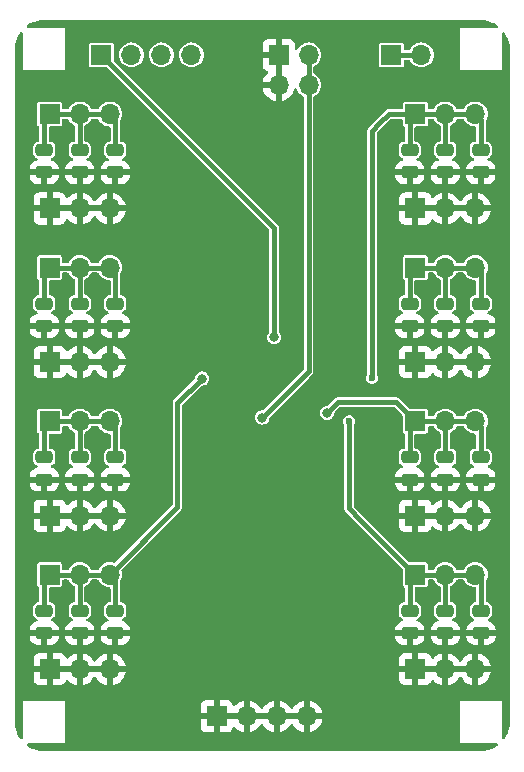
<source format=gbr>
%TF.GenerationSoftware,KiCad,Pcbnew,8.0.3*%
%TF.CreationDate,2024-06-28T14:01:33-07:00*%
%TF.ProjectId,smartstake-mux-breakout,736d6172-7473-4746-916b-652d6d75782d,rev?*%
%TF.SameCoordinates,Original*%
%TF.FileFunction,Copper,L2,Bot*%
%TF.FilePolarity,Positive*%
%FSLAX46Y46*%
G04 Gerber Fmt 4.6, Leading zero omitted, Abs format (unit mm)*
G04 Created by KiCad (PCBNEW 8.0.3) date 2024-06-28 14:01:33*
%MOMM*%
%LPD*%
G01*
G04 APERTURE LIST*
G04 Aperture macros list*
%AMRoundRect*
0 Rectangle with rounded corners*
0 $1 Rounding radius*
0 $2 $3 $4 $5 $6 $7 $8 $9 X,Y pos of 4 corners*
0 Add a 4 corners polygon primitive as box body*
4,1,4,$2,$3,$4,$5,$6,$7,$8,$9,$2,$3,0*
0 Add four circle primitives for the rounded corners*
1,1,$1+$1,$2,$3*
1,1,$1+$1,$4,$5*
1,1,$1+$1,$6,$7*
1,1,$1+$1,$8,$9*
0 Add four rect primitives between the rounded corners*
20,1,$1+$1,$2,$3,$4,$5,0*
20,1,$1+$1,$4,$5,$6,$7,0*
20,1,$1+$1,$6,$7,$8,$9,0*
20,1,$1+$1,$8,$9,$2,$3,0*%
G04 Aperture macros list end*
%TA.AperFunction,ComponentPad*%
%ADD10R,1.700000X1.700000*%
%TD*%
%TA.AperFunction,ComponentPad*%
%ADD11O,1.700000X1.700000*%
%TD*%
%TA.AperFunction,SMDPad,CuDef*%
%ADD12RoundRect,0.250000X-0.475000X0.250000X-0.475000X-0.250000X0.475000X-0.250000X0.475000X0.250000X0*%
%TD*%
%TA.AperFunction,ViaPad*%
%ADD13C,0.800000*%
%TD*%
%TA.AperFunction,ViaPad*%
%ADD14C,0.600000*%
%TD*%
%TA.AperFunction,Conductor*%
%ADD15C,0.406400*%
%TD*%
G04 APERTURE END LIST*
D10*
%TO.P,J20,1,Pin_1*%
%TO.N,GND*%
X56130000Y-98000000D03*
D11*
%TO.P,J20,2,Pin_2*%
X58670000Y-98000000D03*
%TO.P,J20,3,Pin_3*%
X61210000Y-98000000D03*
%TO.P,J20,4,Pin_4*%
X63750000Y-98000000D03*
%TD*%
D10*
%TO.P,J4,1,Pin_1*%
%TO.N,/MUX_IN0*%
X42000000Y-47000000D03*
D11*
%TO.P,J4,2,Pin_2*%
X44540000Y-47000000D03*
%TO.P,J4,3,Pin_3*%
X47080000Y-47000000D03*
%TD*%
D10*
%TO.P,J18,1,Pin_1*%
%TO.N,/MUX_IN7*%
X72950000Y-86000000D03*
D11*
%TO.P,J18,2,Pin_2*%
X75490000Y-86000000D03*
%TO.P,J18,3,Pin_3*%
X78030000Y-86000000D03*
%TD*%
D10*
%TO.P,J11,1,Pin_1*%
%TO.N,GND*%
X42000000Y-94000000D03*
D11*
%TO.P,J11,2,Pin_2*%
X44540000Y-94000000D03*
%TO.P,J11,3,Pin_3*%
X47080000Y-94000000D03*
%TD*%
D10*
%TO.P,J19,1,Pin_1*%
%TO.N,GND*%
X72950000Y-94000000D03*
D11*
%TO.P,J19,2,Pin_2*%
X75490000Y-94000000D03*
%TO.P,J19,3,Pin_3*%
X78030000Y-94000000D03*
%TD*%
D10*
%TO.P,J2,1,Pin_1*%
%TO.N,/MUX_ENB*%
X46380000Y-42000000D03*
D11*
%TO.P,J2,2,Pin_2*%
%TO.N,/MUX_SEL0*%
X48920000Y-42000000D03*
%TO.P,J2,3,Pin_3*%
%TO.N,/MUX_SEL1*%
X51460000Y-42000000D03*
%TO.P,J2,4,Pin_4*%
%TO.N,/MUX_SEL2*%
X54000000Y-42000000D03*
%TD*%
D10*
%TO.P,J10,1,Pin_1*%
%TO.N,/MUX_IN3*%
X42000000Y-86000000D03*
D11*
%TO.P,J10,2,Pin_2*%
X44540000Y-86000000D03*
%TO.P,J10,3,Pin_3*%
X47080000Y-86000000D03*
%TD*%
D10*
%TO.P,J7,1,Pin_1*%
%TO.N,GND*%
X42000000Y-68000000D03*
D11*
%TO.P,J7,2,Pin_2*%
X44540000Y-68000000D03*
%TO.P,J7,3,Pin_3*%
X47080000Y-68000000D03*
%TD*%
D10*
%TO.P,J15,1,Pin_1*%
%TO.N,GND*%
X72950000Y-68000000D03*
D11*
%TO.P,J15,2,Pin_2*%
X75490000Y-68000000D03*
%TO.P,J15,3,Pin_3*%
X78030000Y-68000000D03*
%TD*%
D10*
%TO.P,J12,1,Pin_1*%
%TO.N,/MUX_IN4*%
X72950000Y-47000000D03*
D11*
%TO.P,J12,2,Pin_2*%
X75490000Y-47000000D03*
%TO.P,J12,3,Pin_3*%
X78030000Y-47000000D03*
%TD*%
D10*
%TO.P,J13,1,Pin_1*%
%TO.N,GND*%
X72950000Y-55000000D03*
D11*
%TO.P,J13,2,Pin_2*%
X75490000Y-55000000D03*
%TO.P,J13,3,Pin_3*%
X78030000Y-55000000D03*
%TD*%
D10*
%TO.P,J3,1,Pin_1*%
%TO.N,/MUX_COMM*%
X70920000Y-42000000D03*
D11*
%TO.P,J3,2,Pin_2*%
X73460000Y-42000000D03*
%TD*%
D10*
%TO.P,J17,1,Pin_1*%
%TO.N,GND*%
X72950000Y-81000000D03*
D11*
%TO.P,J17,2,Pin_2*%
X75490000Y-81000000D03*
%TO.P,J17,3,Pin_3*%
X78030000Y-81000000D03*
%TD*%
D10*
%TO.P,J14,1,Pin_1*%
%TO.N,/MUX_IN5*%
X72950000Y-60000000D03*
D11*
%TO.P,J14,2,Pin_2*%
X75490000Y-60000000D03*
%TO.P,J14,3,Pin_3*%
X78030000Y-60000000D03*
%TD*%
D10*
%TO.P,J8,1,Pin_1*%
%TO.N,/MUX_IN2*%
X42000000Y-73000000D03*
D11*
%TO.P,J8,2,Pin_2*%
X44540000Y-73000000D03*
%TO.P,J8,3,Pin_3*%
X47080000Y-73000000D03*
%TD*%
D10*
%TO.P,J16,1,Pin_1*%
%TO.N,/MUX_IN6*%
X72950000Y-73000000D03*
D11*
%TO.P,J16,2,Pin_2*%
X75490000Y-73000000D03*
%TO.P,J16,3,Pin_3*%
X78030000Y-73000000D03*
%TD*%
D10*
%TO.P,J9,1,Pin_1*%
%TO.N,GND*%
X42000000Y-81000000D03*
D11*
%TO.P,J9,2,Pin_2*%
X44540000Y-81000000D03*
%TO.P,J9,3,Pin_3*%
X47080000Y-81000000D03*
%TD*%
D10*
%TO.P,J6,1,Pin_1*%
%TO.N,/MUX_IN1*%
X42000000Y-60000000D03*
D11*
%TO.P,J6,2,Pin_2*%
X44540000Y-60000000D03*
%TO.P,J6,3,Pin_3*%
X47080000Y-60000000D03*
%TD*%
D10*
%TO.P,J1,1,Pin_1*%
%TO.N,GND*%
X61380000Y-42000000D03*
D11*
%TO.P,J1,2,Pin_2*%
%TO.N,+1V8*%
X63920000Y-42000000D03*
%TO.P,J1,3,Pin_3*%
%TO.N,GND*%
X61380000Y-44540000D03*
%TO.P,J1,4,Pin_4*%
%TO.N,+1V8*%
X63920000Y-44540000D03*
%TD*%
D10*
%TO.P,J5,1,Pin_1*%
%TO.N,GND*%
X42000000Y-55000000D03*
D11*
%TO.P,J5,2,Pin_2*%
X44540000Y-55000000D03*
%TO.P,J5,3,Pin_3*%
X47080000Y-55000000D03*
%TD*%
D12*
%TO.P,M21,1*%
%TO.N,/MUX_IN4*%
X78500000Y-50050000D03*
%TO.P,M21,2*%
%TO.N,GND*%
X78500000Y-51950000D03*
%TD*%
%TO.P,M12,1*%
%TO.N,/MUX_IN3*%
X44540000Y-89050000D03*
%TO.P,M12,2*%
%TO.N,GND*%
X44540000Y-90950000D03*
%TD*%
%TO.P,M23,1*%
%TO.N,/MUX_IN6*%
X78500000Y-76050000D03*
%TO.P,M23,2*%
%TO.N,GND*%
X78500000Y-77950000D03*
%TD*%
%TO.P,M10,1*%
%TO.N,/MUX_IN1*%
X44540000Y-63050000D03*
%TO.P,M10,2*%
%TO.N,GND*%
X44540000Y-64950000D03*
%TD*%
%TO.P,M20,1*%
%TO.N,/MUX_IN3*%
X47550000Y-89050000D03*
%TO.P,M20,2*%
%TO.N,GND*%
X47550000Y-90950000D03*
%TD*%
%TO.P,M9,1*%
%TO.N,/MUX_IN0*%
X44540000Y-50050000D03*
%TO.P,M9,2*%
%TO.N,GND*%
X44540000Y-51950000D03*
%TD*%
%TO.P,M13,1*%
%TO.N,/MUX_IN4*%
X75490000Y-50050000D03*
%TO.P,M13,2*%
%TO.N,GND*%
X75490000Y-51950000D03*
%TD*%
%TO.P,M19,1*%
%TO.N,/MUX_IN2*%
X47550000Y-76050000D03*
%TO.P,M19,2*%
%TO.N,GND*%
X47550000Y-77950000D03*
%TD*%
%TO.P,M14,1*%
%TO.N,/MUX_IN5*%
X75490000Y-63050000D03*
%TO.P,M14,2*%
%TO.N,GND*%
X75490000Y-64950000D03*
%TD*%
%TO.P,M2,1*%
%TO.N,/MUX_IN1*%
X41530000Y-63050000D03*
%TO.P,M2,2*%
%TO.N,GND*%
X41530000Y-64950000D03*
%TD*%
%TO.P,M4,1*%
%TO.N,/MUX_IN3*%
X41530000Y-89050000D03*
%TO.P,M4,2*%
%TO.N,GND*%
X41530000Y-90950000D03*
%TD*%
%TO.P,M22,1*%
%TO.N,/MUX_IN5*%
X78500000Y-63050000D03*
%TO.P,M22,2*%
%TO.N,GND*%
X78500000Y-64950000D03*
%TD*%
%TO.P,M16,1*%
%TO.N,/MUX_IN7*%
X75500000Y-89050000D03*
%TO.P,M16,2*%
%TO.N,GND*%
X75500000Y-90950000D03*
%TD*%
%TO.P,M18,1*%
%TO.N,/MUX_IN1*%
X47550000Y-63050000D03*
%TO.P,M18,2*%
%TO.N,GND*%
X47550000Y-64950000D03*
%TD*%
%TO.P,M6,1*%
%TO.N,/MUX_IN5*%
X72480000Y-63050000D03*
%TO.P,M6,2*%
%TO.N,GND*%
X72480000Y-64950000D03*
%TD*%
%TO.P,M11,1*%
%TO.N,/MUX_IN2*%
X44540000Y-76050000D03*
%TO.P,M11,2*%
%TO.N,GND*%
X44540000Y-77950000D03*
%TD*%
%TO.P,M7,1*%
%TO.N,/MUX_IN6*%
X72480000Y-76050000D03*
%TO.P,M7,2*%
%TO.N,GND*%
X72480000Y-77950000D03*
%TD*%
%TO.P,M15,1*%
%TO.N,/MUX_IN6*%
X75490000Y-76050000D03*
%TO.P,M15,2*%
%TO.N,GND*%
X75490000Y-77950000D03*
%TD*%
%TO.P,M24,1*%
%TO.N,/MUX_IN7*%
X78510000Y-89050000D03*
%TO.P,M24,2*%
%TO.N,GND*%
X78510000Y-90950000D03*
%TD*%
%TO.P,M17,1*%
%TO.N,/MUX_IN0*%
X47550000Y-50050000D03*
%TO.P,M17,2*%
%TO.N,GND*%
X47550000Y-51950000D03*
%TD*%
%TO.P,M5,1*%
%TO.N,/MUX_IN4*%
X72480000Y-50050000D03*
%TO.P,M5,2*%
%TO.N,GND*%
X72480000Y-51950000D03*
%TD*%
%TO.P,M8,1*%
%TO.N,/MUX_IN7*%
X72490000Y-89050000D03*
%TO.P,M8,2*%
%TO.N,GND*%
X72490000Y-90950000D03*
%TD*%
%TO.P,M3,1*%
%TO.N,/MUX_IN2*%
X41530000Y-76050000D03*
%TO.P,M3,2*%
%TO.N,GND*%
X41530000Y-77950000D03*
%TD*%
%TO.P,M1,1*%
%TO.N,/MUX_IN0*%
X41530000Y-50050000D03*
%TO.P,M1,2*%
%TO.N,GND*%
X41530000Y-51950000D03*
%TD*%
D13*
%TO.N,GND*%
X55050000Y-80300000D03*
X64850000Y-80300000D03*
X60150000Y-94050000D03*
X47100000Y-98200000D03*
X61100000Y-68400000D03*
X49300000Y-63900000D03*
X54500000Y-74450000D03*
X42000000Y-83600000D03*
X64850000Y-90400000D03*
X47100000Y-70500000D03*
X52500000Y-60400000D03*
X57300000Y-55650000D03*
X66750000Y-58050000D03*
X47100000Y-57500000D03*
X39750000Y-89850000D03*
X78100000Y-70500000D03*
X62450000Y-60800000D03*
X67200000Y-68900000D03*
X49300000Y-76950000D03*
X65600000Y-64850000D03*
X58850000Y-49650000D03*
X49300000Y-50950000D03*
X80250000Y-51000000D03*
X73000000Y-44400000D03*
X70700000Y-76900000D03*
X67450000Y-41900000D03*
X53100000Y-68150000D03*
X70700000Y-50900000D03*
X66750000Y-50000000D03*
X78100000Y-57450000D03*
X80250000Y-77000000D03*
X42000000Y-57500000D03*
X42000000Y-44400000D03*
X80250000Y-90000000D03*
X72950000Y-98200000D03*
X70700000Y-89900000D03*
X47100000Y-44400000D03*
X78100000Y-83550000D03*
X62150000Y-53600000D03*
X60150000Y-77550000D03*
X55050000Y-90400000D03*
X73000000Y-57450000D03*
X47100000Y-83600000D03*
X73000000Y-83550000D03*
X78100000Y-44400000D03*
X57500000Y-42800000D03*
X39750000Y-50850000D03*
X52500000Y-50900000D03*
X73000000Y-70500000D03*
X39750000Y-63800000D03*
X39750000Y-76850000D03*
X42000000Y-70500000D03*
X80250000Y-63950000D03*
X58950000Y-71250000D03*
X49300000Y-89950000D03*
X57300000Y-61850000D03*
X70700000Y-63850000D03*
X58500000Y-66050000D03*
X61050000Y-74200000D03*
%TO.N,+1V8*%
X60000000Y-72700000D03*
%TO.N,/MUX_ENB*%
X61000000Y-65900000D03*
%TO.N,/MUX_IN3*%
X54900000Y-69400000D03*
D14*
%TO.N,/MUX_IN4*%
X69300000Y-69350000D03*
D13*
%TO.N,/MUX_IN6*%
X65500000Y-72300000D03*
D14*
%TO.N,/MUX_IN7*%
X67350000Y-73000000D03*
%TD*%
D15*
%TO.N,+1V8*%
X63920000Y-42000000D02*
X63920000Y-44540000D01*
X63920000Y-44540000D02*
X63920000Y-68780000D01*
X63920000Y-68780000D02*
X60000000Y-72700000D01*
%TO.N,/MUX_ENB*%
X61000000Y-56620000D02*
X61000000Y-65900000D01*
X46380000Y-42000000D02*
X61000000Y-56620000D01*
%TO.N,/MUX_COMM*%
X73460000Y-42000000D02*
X70920000Y-42000000D01*
%TO.N,/MUX_IN0*%
X41530000Y-50050000D02*
X41530000Y-47470000D01*
X41530000Y-47470000D02*
X42000000Y-47000000D01*
X44540000Y-50050000D02*
X44540000Y-47000000D01*
X47550000Y-47470000D02*
X47080000Y-47000000D01*
X47550000Y-50050000D02*
X47550000Y-47470000D01*
X47080000Y-47000000D02*
X44540000Y-47000000D01*
X42000000Y-47000000D02*
X44540000Y-47000000D01*
%TO.N,/MUX_IN1*%
X41530000Y-60470000D02*
X42000000Y-60000000D01*
X47550000Y-60470000D02*
X47080000Y-60000000D01*
X41530000Y-63050000D02*
X41530000Y-60470000D01*
X42000000Y-60000000D02*
X44540000Y-60000000D01*
X47080000Y-60000000D02*
X44540000Y-60000000D01*
X47550000Y-63050000D02*
X47550000Y-60470000D01*
X44540000Y-63050000D02*
X44540000Y-60000000D01*
%TO.N,/MUX_IN2*%
X47550000Y-76050000D02*
X47550000Y-73470000D01*
X42000000Y-73000000D02*
X44540000Y-73000000D01*
X41530000Y-73470000D02*
X42000000Y-73000000D01*
X47080000Y-73000000D02*
X44540000Y-73000000D01*
X41530000Y-76050000D02*
X41530000Y-73470000D01*
X47550000Y-73470000D02*
X47080000Y-73000000D01*
X44540000Y-76050000D02*
X44540000Y-73000000D01*
%TO.N,/MUX_IN3*%
X41530000Y-86470000D02*
X42000000Y-86000000D01*
X54900000Y-69400000D02*
X52800000Y-71500000D01*
X47080000Y-86000000D02*
X44540000Y-86000000D01*
X47550000Y-89050000D02*
X47550000Y-86470000D01*
X52800000Y-71500000D02*
X52800000Y-80280000D01*
X47550000Y-86470000D02*
X47080000Y-86000000D01*
X42000000Y-86000000D02*
X44540000Y-86000000D01*
X52800000Y-80280000D02*
X47080000Y-86000000D01*
X44540000Y-89050000D02*
X44540000Y-86000000D01*
X41530000Y-89050000D02*
X41530000Y-86470000D01*
%TO.N,/MUX_IN4*%
X78500000Y-47470000D02*
X78030000Y-47000000D01*
X75490000Y-50050000D02*
X75490000Y-47000000D01*
X78500000Y-50050000D02*
X78500000Y-47470000D01*
X72950000Y-47000000D02*
X75490000Y-47000000D01*
X69900000Y-47800000D02*
X70700000Y-47000000D01*
X69900000Y-47800000D02*
X69300000Y-48400000D01*
X72480000Y-50050000D02*
X72480000Y-47470000D01*
X70700000Y-47000000D02*
X72950000Y-47000000D01*
X69300000Y-48400000D02*
X69300000Y-69350000D01*
X72480000Y-47470000D02*
X72950000Y-47000000D01*
X78030000Y-47000000D02*
X75490000Y-47000000D01*
%TO.N,/MUX_IN5*%
X72480000Y-63050000D02*
X72480000Y-60470000D01*
X78030000Y-60000000D02*
X75490000Y-60000000D01*
X75490000Y-63050000D02*
X75490000Y-60000000D01*
X72480000Y-60470000D02*
X72950000Y-60000000D01*
X78500000Y-60470000D02*
X78030000Y-60000000D01*
X72950000Y-60000000D02*
X75490000Y-60000000D01*
X78500000Y-63050000D02*
X78500000Y-60470000D01*
%TO.N,/MUX_IN6*%
X66400000Y-71400000D02*
X71350000Y-71400000D01*
X72480000Y-73470000D02*
X72950000Y-73000000D01*
X71350000Y-71400000D02*
X72950000Y-73000000D01*
X73020000Y-73000000D02*
X72900000Y-73000000D01*
X78500000Y-73470000D02*
X78030000Y-73000000D01*
X72480000Y-76050000D02*
X72480000Y-73470000D01*
X72950000Y-73000000D02*
X75490000Y-73000000D01*
X65500000Y-72300000D02*
X66400000Y-71400000D01*
X78500000Y-76050000D02*
X78500000Y-73470000D01*
X78030000Y-73000000D02*
X75490000Y-73000000D01*
X75490000Y-76050000D02*
X75490000Y-73000000D01*
%TO.N,/MUX_IN7*%
X78510000Y-86480000D02*
X78030000Y-86000000D01*
X68300000Y-81350000D02*
X67350000Y-80400000D01*
X72950000Y-86000000D02*
X75490000Y-86000000D01*
X72490000Y-89050000D02*
X72490000Y-86460000D01*
X78030000Y-86000000D02*
X75490000Y-86000000D01*
X72490000Y-86460000D02*
X72950000Y-86000000D01*
X75500000Y-89050000D02*
X75500000Y-86010000D01*
X78510000Y-89050000D02*
X78510000Y-86480000D01*
X67350000Y-80400000D02*
X67350000Y-73000000D01*
X68300000Y-81350000D02*
X72950000Y-86000000D01*
X75500000Y-86010000D02*
X75490000Y-86000000D01*
%TD*%
%TA.AperFunction,Conductor*%
%TO.N,GND*%
G36*
X58204075Y-97807007D02*
G01*
X58170000Y-97934174D01*
X58170000Y-98065826D01*
X58204075Y-98192993D01*
X58239297Y-98254000D01*
X56560703Y-98254000D01*
X56595925Y-98192993D01*
X56630000Y-98065826D01*
X56630000Y-97934174D01*
X56595925Y-97807007D01*
X56560703Y-97746000D01*
X58239297Y-97746000D01*
X58204075Y-97807007D01*
G37*
%TD.AperFunction*%
%TA.AperFunction,Conductor*%
G36*
X60744075Y-97807007D02*
G01*
X60710000Y-97934174D01*
X60710000Y-98065826D01*
X60744075Y-98192993D01*
X60779297Y-98254000D01*
X59100703Y-98254000D01*
X59135925Y-98192993D01*
X59170000Y-98065826D01*
X59170000Y-97934174D01*
X59135925Y-97807007D01*
X59100703Y-97746000D01*
X60779297Y-97746000D01*
X60744075Y-97807007D01*
G37*
%TD.AperFunction*%
%TA.AperFunction,Conductor*%
G36*
X63284075Y-97807007D02*
G01*
X63250000Y-97934174D01*
X63250000Y-98065826D01*
X63284075Y-98192993D01*
X63319297Y-98254000D01*
X61640703Y-98254000D01*
X61675925Y-98192993D01*
X61710000Y-98065826D01*
X61710000Y-97934174D01*
X61675925Y-97807007D01*
X61640703Y-97746000D01*
X63319297Y-97746000D01*
X63284075Y-97807007D01*
G37*
%TD.AperFunction*%
%TA.AperFunction,Conductor*%
G36*
X44074075Y-93807007D02*
G01*
X44040000Y-93934174D01*
X44040000Y-94065826D01*
X44074075Y-94192993D01*
X44109297Y-94254000D01*
X42430703Y-94254000D01*
X42465925Y-94192993D01*
X42500000Y-94065826D01*
X42500000Y-93934174D01*
X42465925Y-93807007D01*
X42430703Y-93746000D01*
X44109297Y-93746000D01*
X44074075Y-93807007D01*
G37*
%TD.AperFunction*%
%TA.AperFunction,Conductor*%
G36*
X46614075Y-93807007D02*
G01*
X46580000Y-93934174D01*
X46580000Y-94065826D01*
X46614075Y-94192993D01*
X46649297Y-94254000D01*
X44970703Y-94254000D01*
X45005925Y-94192993D01*
X45040000Y-94065826D01*
X45040000Y-93934174D01*
X45005925Y-93807007D01*
X44970703Y-93746000D01*
X46649297Y-93746000D01*
X46614075Y-93807007D01*
G37*
%TD.AperFunction*%
%TA.AperFunction,Conductor*%
G36*
X75024075Y-93807007D02*
G01*
X74990000Y-93934174D01*
X74990000Y-94065826D01*
X75024075Y-94192993D01*
X75059297Y-94254000D01*
X73380703Y-94254000D01*
X73415925Y-94192993D01*
X73450000Y-94065826D01*
X73450000Y-93934174D01*
X73415925Y-93807007D01*
X73380703Y-93746000D01*
X75059297Y-93746000D01*
X75024075Y-93807007D01*
G37*
%TD.AperFunction*%
%TA.AperFunction,Conductor*%
G36*
X77564075Y-93807007D02*
G01*
X77530000Y-93934174D01*
X77530000Y-94065826D01*
X77564075Y-94192993D01*
X77599297Y-94254000D01*
X75920703Y-94254000D01*
X75955925Y-94192993D01*
X75990000Y-94065826D01*
X75990000Y-93934174D01*
X75955925Y-93807007D01*
X75920703Y-93746000D01*
X77599297Y-93746000D01*
X77564075Y-93807007D01*
G37*
%TD.AperFunction*%
%TA.AperFunction,Conductor*%
G36*
X44074075Y-80807007D02*
G01*
X44040000Y-80934174D01*
X44040000Y-81065826D01*
X44074075Y-81192993D01*
X44109297Y-81254000D01*
X42430703Y-81254000D01*
X42465925Y-81192993D01*
X42500000Y-81065826D01*
X42500000Y-80934174D01*
X42465925Y-80807007D01*
X42430703Y-80746000D01*
X44109297Y-80746000D01*
X44074075Y-80807007D01*
G37*
%TD.AperFunction*%
%TA.AperFunction,Conductor*%
G36*
X46614075Y-80807007D02*
G01*
X46580000Y-80934174D01*
X46580000Y-81065826D01*
X46614075Y-81192993D01*
X46649297Y-81254000D01*
X44970703Y-81254000D01*
X45005925Y-81192993D01*
X45040000Y-81065826D01*
X45040000Y-80934174D01*
X45005925Y-80807007D01*
X44970703Y-80746000D01*
X46649297Y-80746000D01*
X46614075Y-80807007D01*
G37*
%TD.AperFunction*%
%TA.AperFunction,Conductor*%
G36*
X75024075Y-80807007D02*
G01*
X74990000Y-80934174D01*
X74990000Y-81065826D01*
X75024075Y-81192993D01*
X75059297Y-81254000D01*
X73380703Y-81254000D01*
X73415925Y-81192993D01*
X73450000Y-81065826D01*
X73450000Y-80934174D01*
X73415925Y-80807007D01*
X73380703Y-80746000D01*
X75059297Y-80746000D01*
X75024075Y-80807007D01*
G37*
%TD.AperFunction*%
%TA.AperFunction,Conductor*%
G36*
X77564075Y-80807007D02*
G01*
X77530000Y-80934174D01*
X77530000Y-81065826D01*
X77564075Y-81192993D01*
X77599297Y-81254000D01*
X75920703Y-81254000D01*
X75955925Y-81192993D01*
X75990000Y-81065826D01*
X75990000Y-80934174D01*
X75955925Y-80807007D01*
X75920703Y-80746000D01*
X77599297Y-80746000D01*
X77564075Y-80807007D01*
G37*
%TD.AperFunction*%
%TA.AperFunction,Conductor*%
G36*
X61634000Y-44109297D02*
G01*
X61572993Y-44074075D01*
X61445826Y-44040000D01*
X61314174Y-44040000D01*
X61187007Y-44074075D01*
X61126000Y-44109297D01*
X61126000Y-42430702D01*
X61187007Y-42465925D01*
X61314174Y-42500000D01*
X61445826Y-42500000D01*
X61572993Y-42465925D01*
X61634000Y-42430702D01*
X61634000Y-44109297D01*
G37*
%TD.AperFunction*%
%TA.AperFunction,Conductor*%
G36*
X44074075Y-67807007D02*
G01*
X44040000Y-67934174D01*
X44040000Y-68065826D01*
X44074075Y-68192993D01*
X44109297Y-68254000D01*
X42430703Y-68254000D01*
X42465925Y-68192993D01*
X42500000Y-68065826D01*
X42500000Y-67934174D01*
X42465925Y-67807007D01*
X42430703Y-67746000D01*
X44109297Y-67746000D01*
X44074075Y-67807007D01*
G37*
%TD.AperFunction*%
%TA.AperFunction,Conductor*%
G36*
X46614075Y-67807007D02*
G01*
X46580000Y-67934174D01*
X46580000Y-68065826D01*
X46614075Y-68192993D01*
X46649297Y-68254000D01*
X44970703Y-68254000D01*
X45005925Y-68192993D01*
X45040000Y-68065826D01*
X45040000Y-67934174D01*
X45005925Y-67807007D01*
X44970703Y-67746000D01*
X46649297Y-67746000D01*
X46614075Y-67807007D01*
G37*
%TD.AperFunction*%
%TA.AperFunction,Conductor*%
G36*
X75024075Y-67807007D02*
G01*
X74990000Y-67934174D01*
X74990000Y-68065826D01*
X75024075Y-68192993D01*
X75059297Y-68254000D01*
X73380703Y-68254000D01*
X73415925Y-68192993D01*
X73450000Y-68065826D01*
X73450000Y-67934174D01*
X73415925Y-67807007D01*
X73380703Y-67746000D01*
X75059297Y-67746000D01*
X75024075Y-67807007D01*
G37*
%TD.AperFunction*%
%TA.AperFunction,Conductor*%
G36*
X77564075Y-67807007D02*
G01*
X77530000Y-67934174D01*
X77530000Y-68065826D01*
X77564075Y-68192993D01*
X77599297Y-68254000D01*
X75920703Y-68254000D01*
X75955925Y-68192993D01*
X75990000Y-68065826D01*
X75990000Y-67934174D01*
X75955925Y-67807007D01*
X75920703Y-67746000D01*
X77599297Y-67746000D01*
X77564075Y-67807007D01*
G37*
%TD.AperFunction*%
%TA.AperFunction,Conductor*%
G36*
X44074075Y-54807007D02*
G01*
X44040000Y-54934174D01*
X44040000Y-55065826D01*
X44074075Y-55192993D01*
X44109297Y-55254000D01*
X42430703Y-55254000D01*
X42465925Y-55192993D01*
X42500000Y-55065826D01*
X42500000Y-54934174D01*
X42465925Y-54807007D01*
X42430703Y-54746000D01*
X44109297Y-54746000D01*
X44074075Y-54807007D01*
G37*
%TD.AperFunction*%
%TA.AperFunction,Conductor*%
G36*
X46614075Y-54807007D02*
G01*
X46580000Y-54934174D01*
X46580000Y-55065826D01*
X46614075Y-55192993D01*
X46649297Y-55254000D01*
X44970703Y-55254000D01*
X45005925Y-55192993D01*
X45040000Y-55065826D01*
X45040000Y-54934174D01*
X45005925Y-54807007D01*
X44970703Y-54746000D01*
X46649297Y-54746000D01*
X46614075Y-54807007D01*
G37*
%TD.AperFunction*%
%TA.AperFunction,Conductor*%
G36*
X75024075Y-54807007D02*
G01*
X74990000Y-54934174D01*
X74990000Y-55065826D01*
X75024075Y-55192993D01*
X75059297Y-55254000D01*
X73380703Y-55254000D01*
X73415925Y-55192993D01*
X73450000Y-55065826D01*
X73450000Y-54934174D01*
X73415925Y-54807007D01*
X73380703Y-54746000D01*
X75059297Y-54746000D01*
X75024075Y-54807007D01*
G37*
%TD.AperFunction*%
%TA.AperFunction,Conductor*%
G36*
X77564075Y-54807007D02*
G01*
X77530000Y-54934174D01*
X77530000Y-55065826D01*
X77564075Y-55192993D01*
X77599297Y-55254000D01*
X75920703Y-55254000D01*
X75955925Y-55192993D01*
X75990000Y-55065826D01*
X75990000Y-54934174D01*
X75955925Y-54807007D01*
X75920703Y-54746000D01*
X77599297Y-54746000D01*
X77564075Y-54807007D01*
G37*
%TD.AperFunction*%
%TA.AperFunction,Conductor*%
G36*
X78503801Y-39051530D02*
G01*
X78531327Y-39053194D01*
X78787561Y-39068694D01*
X78802642Y-39070525D01*
X79078524Y-39121082D01*
X79093271Y-39124717D01*
X79361057Y-39208162D01*
X79375269Y-39213553D01*
X79486300Y-39263524D01*
X79631020Y-39328657D01*
X79644480Y-39335721D01*
X79884503Y-39480819D01*
X79897015Y-39489456D01*
X79906409Y-39496816D01*
X79947696Y-39554574D01*
X79951203Y-39625484D01*
X79915816Y-39687033D01*
X79852771Y-39719680D01*
X79828701Y-39722000D01*
X76722000Y-39722000D01*
X76722000Y-43278000D01*
X80278000Y-43278000D01*
X80278000Y-40171298D01*
X80298002Y-40103177D01*
X80351658Y-40056684D01*
X80421932Y-40046580D01*
X80486512Y-40076074D01*
X80503185Y-40093592D01*
X80509480Y-40101627D01*
X80510548Y-40102990D01*
X80519182Y-40115499D01*
X80664272Y-40355507D01*
X80671342Y-40368979D01*
X80786444Y-40624725D01*
X80791840Y-40638951D01*
X80875278Y-40906712D01*
X80878919Y-40921486D01*
X80929472Y-41197345D01*
X80931306Y-41212449D01*
X80948470Y-41496197D01*
X80948700Y-41503805D01*
X80948700Y-98496194D01*
X80948470Y-98503802D01*
X80931306Y-98787550D01*
X80929472Y-98802654D01*
X80878919Y-99078513D01*
X80875278Y-99093287D01*
X80791840Y-99361048D01*
X80786444Y-99375274D01*
X80671342Y-99631020D01*
X80664272Y-99644492D01*
X80538359Y-99852779D01*
X80519188Y-99884491D01*
X80510548Y-99897009D01*
X80503189Y-99906403D01*
X80445434Y-99947693D01*
X80374524Y-99951205D01*
X80312973Y-99915822D01*
X80280322Y-99852779D01*
X80278000Y-99828701D01*
X80278000Y-96722000D01*
X76722000Y-96722000D01*
X76722000Y-100278000D01*
X79828701Y-100278000D01*
X79896822Y-100298002D01*
X79943315Y-100351658D01*
X79953419Y-100421932D01*
X79923925Y-100486512D01*
X79906403Y-100503189D01*
X79897009Y-100510548D01*
X79884491Y-100519188D01*
X79644492Y-100664272D01*
X79631020Y-100671342D01*
X79375274Y-100786444D01*
X79361048Y-100791840D01*
X79093287Y-100875278D01*
X79078513Y-100878919D01*
X78802654Y-100929472D01*
X78787550Y-100931306D01*
X78503802Y-100948470D01*
X78496194Y-100948700D01*
X41503806Y-100948700D01*
X41496198Y-100948470D01*
X41212449Y-100931306D01*
X41197345Y-100929472D01*
X40921486Y-100878919D01*
X40906716Y-100875279D01*
X40638951Y-100791840D01*
X40624725Y-100786444D01*
X40368979Y-100671342D01*
X40355513Y-100664275D01*
X40115499Y-100519182D01*
X40102985Y-100510544D01*
X40093592Y-100503185D01*
X40052304Y-100445428D01*
X40048797Y-100374518D01*
X40084183Y-100312969D01*
X40147227Y-100280321D01*
X40171299Y-100278000D01*
X43278000Y-100278000D01*
X43278000Y-97101402D01*
X54772000Y-97101402D01*
X54772000Y-97746000D01*
X55699297Y-97746000D01*
X55664075Y-97807007D01*
X55630000Y-97934174D01*
X55630000Y-98065826D01*
X55664075Y-98192993D01*
X55699297Y-98254000D01*
X54772000Y-98254000D01*
X54772000Y-98898597D01*
X54778505Y-98959093D01*
X54829555Y-99095964D01*
X54829555Y-99095965D01*
X54917095Y-99212904D01*
X55034034Y-99300444D01*
X55170906Y-99351494D01*
X55231402Y-99357999D01*
X55231415Y-99358000D01*
X55876000Y-99358000D01*
X55876000Y-98430702D01*
X55937007Y-98465925D01*
X56064174Y-98500000D01*
X56195826Y-98500000D01*
X56322993Y-98465925D01*
X56384000Y-98430702D01*
X56384000Y-99358000D01*
X57028585Y-99358000D01*
X57028597Y-99357999D01*
X57089093Y-99351494D01*
X57225964Y-99300444D01*
X57225965Y-99300444D01*
X57342904Y-99212904D01*
X57430444Y-99095965D01*
X57474814Y-98977004D01*
X57517361Y-98920168D01*
X57583881Y-98895357D01*
X57653255Y-98910448D01*
X57685572Y-98935699D01*
X57747097Y-99002534D01*
X57924698Y-99140767D01*
X57924699Y-99140768D01*
X58122628Y-99247882D01*
X58122630Y-99247883D01*
X58335483Y-99320955D01*
X58335492Y-99320957D01*
X58416000Y-99334391D01*
X58416000Y-98430702D01*
X58477007Y-98465925D01*
X58604174Y-98500000D01*
X58735826Y-98500000D01*
X58862993Y-98465925D01*
X58924000Y-98430702D01*
X58924000Y-99334390D01*
X59004507Y-99320957D01*
X59004516Y-99320955D01*
X59217369Y-99247883D01*
X59217371Y-99247882D01*
X59415300Y-99140768D01*
X59415301Y-99140767D01*
X59592902Y-99002534D01*
X59745327Y-98836955D01*
X59834517Y-98700441D01*
X59888521Y-98654352D01*
X59958868Y-98644777D01*
X60023226Y-98674754D01*
X60045483Y-98700441D01*
X60134672Y-98836955D01*
X60287097Y-99002534D01*
X60464698Y-99140767D01*
X60464699Y-99140768D01*
X60662628Y-99247882D01*
X60662630Y-99247883D01*
X60875483Y-99320955D01*
X60875492Y-99320957D01*
X60956000Y-99334391D01*
X60956000Y-98430702D01*
X61017007Y-98465925D01*
X61144174Y-98500000D01*
X61275826Y-98500000D01*
X61402993Y-98465925D01*
X61464000Y-98430702D01*
X61464000Y-99334390D01*
X61544507Y-99320957D01*
X61544516Y-99320955D01*
X61757369Y-99247883D01*
X61757371Y-99247882D01*
X61955300Y-99140768D01*
X61955301Y-99140767D01*
X62132902Y-99002534D01*
X62285327Y-98836955D01*
X62374517Y-98700441D01*
X62428521Y-98654352D01*
X62498868Y-98644777D01*
X62563226Y-98674754D01*
X62585483Y-98700441D01*
X62674672Y-98836955D01*
X62827097Y-99002534D01*
X63004698Y-99140767D01*
X63004699Y-99140768D01*
X63202628Y-99247882D01*
X63202630Y-99247883D01*
X63415483Y-99320955D01*
X63415492Y-99320957D01*
X63496000Y-99334391D01*
X63496000Y-98430702D01*
X63557007Y-98465925D01*
X63684174Y-98500000D01*
X63815826Y-98500000D01*
X63942993Y-98465925D01*
X64004000Y-98430702D01*
X64004000Y-99334390D01*
X64084507Y-99320957D01*
X64084516Y-99320955D01*
X64297369Y-99247883D01*
X64297371Y-99247882D01*
X64495300Y-99140768D01*
X64495301Y-99140767D01*
X64672902Y-99002534D01*
X64825325Y-98836958D01*
X64948419Y-98648548D01*
X65038820Y-98442456D01*
X65038823Y-98442449D01*
X65086544Y-98254000D01*
X64180703Y-98254000D01*
X64215925Y-98192993D01*
X64250000Y-98065826D01*
X64250000Y-97934174D01*
X64215925Y-97807007D01*
X64180703Y-97746000D01*
X65086544Y-97746000D01*
X65086544Y-97745999D01*
X65038823Y-97557550D01*
X65038820Y-97557543D01*
X64948419Y-97351451D01*
X64825325Y-97163041D01*
X64672902Y-96997465D01*
X64495301Y-96859232D01*
X64495300Y-96859231D01*
X64297371Y-96752117D01*
X64297369Y-96752116D01*
X64084512Y-96679043D01*
X64084501Y-96679040D01*
X64004000Y-96665606D01*
X64004000Y-97569297D01*
X63942993Y-97534075D01*
X63815826Y-97500000D01*
X63684174Y-97500000D01*
X63557007Y-97534075D01*
X63496000Y-97569297D01*
X63496000Y-96665607D01*
X63495999Y-96665606D01*
X63415498Y-96679040D01*
X63415487Y-96679043D01*
X63202630Y-96752116D01*
X63202628Y-96752117D01*
X63004699Y-96859231D01*
X63004698Y-96859232D01*
X62827097Y-96997465D01*
X62674674Y-97163042D01*
X62585483Y-97299559D01*
X62531479Y-97345647D01*
X62461131Y-97355222D01*
X62396774Y-97325244D01*
X62374517Y-97299559D01*
X62285325Y-97163042D01*
X62132902Y-96997465D01*
X61955301Y-96859232D01*
X61955300Y-96859231D01*
X61757371Y-96752117D01*
X61757369Y-96752116D01*
X61544512Y-96679043D01*
X61544501Y-96679040D01*
X61464000Y-96665606D01*
X61464000Y-97569297D01*
X61402993Y-97534075D01*
X61275826Y-97500000D01*
X61144174Y-97500000D01*
X61017007Y-97534075D01*
X60956000Y-97569297D01*
X60956000Y-96665607D01*
X60955999Y-96665606D01*
X60875498Y-96679040D01*
X60875487Y-96679043D01*
X60662630Y-96752116D01*
X60662628Y-96752117D01*
X60464699Y-96859231D01*
X60464698Y-96859232D01*
X60287097Y-96997465D01*
X60134674Y-97163042D01*
X60045483Y-97299559D01*
X59991479Y-97345647D01*
X59921131Y-97355222D01*
X59856774Y-97325244D01*
X59834517Y-97299559D01*
X59745325Y-97163042D01*
X59592902Y-96997465D01*
X59415301Y-96859232D01*
X59415300Y-96859231D01*
X59217371Y-96752117D01*
X59217369Y-96752116D01*
X59004512Y-96679043D01*
X59004501Y-96679040D01*
X58924000Y-96665606D01*
X58924000Y-97569297D01*
X58862993Y-97534075D01*
X58735826Y-97500000D01*
X58604174Y-97500000D01*
X58477007Y-97534075D01*
X58416000Y-97569297D01*
X58416000Y-96665607D01*
X58415999Y-96665606D01*
X58335498Y-96679040D01*
X58335487Y-96679043D01*
X58122630Y-96752116D01*
X58122628Y-96752117D01*
X57924699Y-96859231D01*
X57924698Y-96859232D01*
X57747093Y-96997468D01*
X57685571Y-97064300D01*
X57624718Y-97100871D01*
X57553754Y-97098738D01*
X57495208Y-97058576D01*
X57474814Y-97022995D01*
X57430444Y-96904035D01*
X57430444Y-96904034D01*
X57342904Y-96787095D01*
X57225965Y-96699555D01*
X57089093Y-96648505D01*
X57028597Y-96642000D01*
X56384000Y-96642000D01*
X56384000Y-97569297D01*
X56322993Y-97534075D01*
X56195826Y-97500000D01*
X56064174Y-97500000D01*
X55937007Y-97534075D01*
X55876000Y-97569297D01*
X55876000Y-96642000D01*
X55231402Y-96642000D01*
X55170906Y-96648505D01*
X55034035Y-96699555D01*
X55034034Y-96699555D01*
X54917095Y-96787095D01*
X54829555Y-96904034D01*
X54829555Y-96904035D01*
X54778505Y-97040906D01*
X54772000Y-97101402D01*
X43278000Y-97101402D01*
X43278000Y-96722000D01*
X39722000Y-96722000D01*
X39722000Y-99828701D01*
X39701998Y-99896822D01*
X39648342Y-99943315D01*
X39578068Y-99953419D01*
X39513488Y-99923925D01*
X39496816Y-99906409D01*
X39489456Y-99897015D01*
X39480819Y-99884503D01*
X39335721Y-99644480D01*
X39328657Y-99631020D01*
X39213555Y-99375274D01*
X39208162Y-99361057D01*
X39124717Y-99093271D01*
X39121082Y-99078524D01*
X39070525Y-98802642D01*
X39068694Y-98787561D01*
X39051530Y-98503801D01*
X39051300Y-98496194D01*
X39051300Y-93101402D01*
X40642000Y-93101402D01*
X40642000Y-93746000D01*
X41569297Y-93746000D01*
X41534075Y-93807007D01*
X41500000Y-93934174D01*
X41500000Y-94065826D01*
X41534075Y-94192993D01*
X41569297Y-94254000D01*
X40642000Y-94254000D01*
X40642000Y-94898597D01*
X40648505Y-94959093D01*
X40699555Y-95095964D01*
X40699555Y-95095965D01*
X40787095Y-95212904D01*
X40904034Y-95300444D01*
X41040906Y-95351494D01*
X41101402Y-95357999D01*
X41101415Y-95358000D01*
X41746000Y-95358000D01*
X41746000Y-94430702D01*
X41807007Y-94465925D01*
X41934174Y-94500000D01*
X42065826Y-94500000D01*
X42192993Y-94465925D01*
X42254000Y-94430702D01*
X42254000Y-95358000D01*
X42898585Y-95358000D01*
X42898597Y-95357999D01*
X42959093Y-95351494D01*
X43095964Y-95300444D01*
X43095965Y-95300444D01*
X43212904Y-95212904D01*
X43300444Y-95095965D01*
X43344814Y-94977004D01*
X43387361Y-94920168D01*
X43453881Y-94895357D01*
X43523255Y-94910448D01*
X43555572Y-94935699D01*
X43617097Y-95002534D01*
X43794698Y-95140767D01*
X43794699Y-95140768D01*
X43992628Y-95247882D01*
X43992630Y-95247883D01*
X44205483Y-95320955D01*
X44205492Y-95320957D01*
X44286000Y-95334391D01*
X44286000Y-94430702D01*
X44347007Y-94465925D01*
X44474174Y-94500000D01*
X44605826Y-94500000D01*
X44732993Y-94465925D01*
X44794000Y-94430702D01*
X44794000Y-95334390D01*
X44874507Y-95320957D01*
X44874516Y-95320955D01*
X45087369Y-95247883D01*
X45087371Y-95247882D01*
X45285300Y-95140768D01*
X45285301Y-95140767D01*
X45462902Y-95002534D01*
X45615327Y-94836955D01*
X45704517Y-94700441D01*
X45758521Y-94654352D01*
X45828868Y-94644777D01*
X45893226Y-94674754D01*
X45915483Y-94700441D01*
X46004672Y-94836955D01*
X46157097Y-95002534D01*
X46334698Y-95140767D01*
X46334699Y-95140768D01*
X46532628Y-95247882D01*
X46532630Y-95247883D01*
X46745483Y-95320955D01*
X46745492Y-95320957D01*
X46826000Y-95334391D01*
X46826000Y-94430702D01*
X46887007Y-94465925D01*
X47014174Y-94500000D01*
X47145826Y-94500000D01*
X47272993Y-94465925D01*
X47334000Y-94430702D01*
X47334000Y-95334390D01*
X47414507Y-95320957D01*
X47414516Y-95320955D01*
X47627369Y-95247883D01*
X47627371Y-95247882D01*
X47825300Y-95140768D01*
X47825301Y-95140767D01*
X48002902Y-95002534D01*
X48155325Y-94836958D01*
X48278419Y-94648548D01*
X48368820Y-94442456D01*
X48368823Y-94442449D01*
X48416544Y-94254000D01*
X47510703Y-94254000D01*
X47545925Y-94192993D01*
X47580000Y-94065826D01*
X47580000Y-93934174D01*
X47545925Y-93807007D01*
X47510703Y-93746000D01*
X48416544Y-93746000D01*
X48416544Y-93745999D01*
X48368823Y-93557550D01*
X48368820Y-93557543D01*
X48278419Y-93351451D01*
X48155325Y-93163041D01*
X48098582Y-93101402D01*
X71592000Y-93101402D01*
X71592000Y-93746000D01*
X72519297Y-93746000D01*
X72484075Y-93807007D01*
X72450000Y-93934174D01*
X72450000Y-94065826D01*
X72484075Y-94192993D01*
X72519297Y-94254000D01*
X71592000Y-94254000D01*
X71592000Y-94898597D01*
X71598505Y-94959093D01*
X71649555Y-95095964D01*
X71649555Y-95095965D01*
X71737095Y-95212904D01*
X71854034Y-95300444D01*
X71990906Y-95351494D01*
X72051402Y-95357999D01*
X72051415Y-95358000D01*
X72696000Y-95358000D01*
X72696000Y-94430702D01*
X72757007Y-94465925D01*
X72884174Y-94500000D01*
X73015826Y-94500000D01*
X73142993Y-94465925D01*
X73204000Y-94430702D01*
X73204000Y-95358000D01*
X73848585Y-95358000D01*
X73848597Y-95357999D01*
X73909093Y-95351494D01*
X74045964Y-95300444D01*
X74045965Y-95300444D01*
X74162904Y-95212904D01*
X74250444Y-95095965D01*
X74294814Y-94977004D01*
X74337361Y-94920168D01*
X74403881Y-94895357D01*
X74473255Y-94910448D01*
X74505572Y-94935699D01*
X74567097Y-95002534D01*
X74744698Y-95140767D01*
X74744699Y-95140768D01*
X74942628Y-95247882D01*
X74942630Y-95247883D01*
X75155483Y-95320955D01*
X75155492Y-95320957D01*
X75236000Y-95334391D01*
X75236000Y-94430702D01*
X75297007Y-94465925D01*
X75424174Y-94500000D01*
X75555826Y-94500000D01*
X75682993Y-94465925D01*
X75744000Y-94430702D01*
X75744000Y-95334390D01*
X75824507Y-95320957D01*
X75824516Y-95320955D01*
X76037369Y-95247883D01*
X76037371Y-95247882D01*
X76235300Y-95140768D01*
X76235301Y-95140767D01*
X76412902Y-95002534D01*
X76565327Y-94836955D01*
X76654517Y-94700441D01*
X76708521Y-94654352D01*
X76778868Y-94644777D01*
X76843226Y-94674754D01*
X76865483Y-94700441D01*
X76954672Y-94836955D01*
X77107097Y-95002534D01*
X77284698Y-95140767D01*
X77284699Y-95140768D01*
X77482628Y-95247882D01*
X77482630Y-95247883D01*
X77695483Y-95320955D01*
X77695492Y-95320957D01*
X77776000Y-95334391D01*
X77776000Y-94430702D01*
X77837007Y-94465925D01*
X77964174Y-94500000D01*
X78095826Y-94500000D01*
X78222993Y-94465925D01*
X78284000Y-94430702D01*
X78284000Y-95334390D01*
X78364507Y-95320957D01*
X78364516Y-95320955D01*
X78577369Y-95247883D01*
X78577371Y-95247882D01*
X78775300Y-95140768D01*
X78775301Y-95140767D01*
X78952902Y-95002534D01*
X79105325Y-94836958D01*
X79228419Y-94648548D01*
X79318820Y-94442456D01*
X79318823Y-94442449D01*
X79366544Y-94254000D01*
X78460703Y-94254000D01*
X78495925Y-94192993D01*
X78530000Y-94065826D01*
X78530000Y-93934174D01*
X78495925Y-93807007D01*
X78460703Y-93746000D01*
X79366544Y-93746000D01*
X79366544Y-93745999D01*
X79318823Y-93557550D01*
X79318820Y-93557543D01*
X79228419Y-93351451D01*
X79105325Y-93163041D01*
X78952902Y-92997465D01*
X78775301Y-92859232D01*
X78775300Y-92859231D01*
X78577371Y-92752117D01*
X78577369Y-92752116D01*
X78364512Y-92679043D01*
X78364501Y-92679040D01*
X78284000Y-92665606D01*
X78284000Y-93569297D01*
X78222993Y-93534075D01*
X78095826Y-93500000D01*
X77964174Y-93500000D01*
X77837007Y-93534075D01*
X77776000Y-93569297D01*
X77776000Y-92665607D01*
X77775999Y-92665606D01*
X77695498Y-92679040D01*
X77695487Y-92679043D01*
X77482630Y-92752116D01*
X77482628Y-92752117D01*
X77284699Y-92859231D01*
X77284698Y-92859232D01*
X77107097Y-92997465D01*
X76954674Y-93163042D01*
X76865483Y-93299559D01*
X76811479Y-93345647D01*
X76741131Y-93355222D01*
X76676774Y-93325244D01*
X76654517Y-93299559D01*
X76565325Y-93163042D01*
X76412902Y-92997465D01*
X76235301Y-92859232D01*
X76235300Y-92859231D01*
X76037371Y-92752117D01*
X76037369Y-92752116D01*
X75824512Y-92679043D01*
X75824501Y-92679040D01*
X75744000Y-92665606D01*
X75744000Y-93569297D01*
X75682993Y-93534075D01*
X75555826Y-93500000D01*
X75424174Y-93500000D01*
X75297007Y-93534075D01*
X75236000Y-93569297D01*
X75236000Y-92665607D01*
X75235999Y-92665606D01*
X75155498Y-92679040D01*
X75155487Y-92679043D01*
X74942630Y-92752116D01*
X74942628Y-92752117D01*
X74744699Y-92859231D01*
X74744698Y-92859232D01*
X74567093Y-92997468D01*
X74505571Y-93064300D01*
X74444718Y-93100871D01*
X74373754Y-93098738D01*
X74315208Y-93058576D01*
X74294814Y-93022995D01*
X74250444Y-92904035D01*
X74250444Y-92904034D01*
X74162904Y-92787095D01*
X74045965Y-92699555D01*
X73909093Y-92648505D01*
X73848597Y-92642000D01*
X73204000Y-92642000D01*
X73204000Y-93569297D01*
X73142993Y-93534075D01*
X73015826Y-93500000D01*
X72884174Y-93500000D01*
X72757007Y-93534075D01*
X72696000Y-93569297D01*
X72696000Y-92642000D01*
X72051402Y-92642000D01*
X71990906Y-92648505D01*
X71854035Y-92699555D01*
X71854034Y-92699555D01*
X71737095Y-92787095D01*
X71649555Y-92904034D01*
X71649555Y-92904035D01*
X71598505Y-93040906D01*
X71592000Y-93101402D01*
X48098582Y-93101402D01*
X48002902Y-92997465D01*
X47825301Y-92859232D01*
X47825300Y-92859231D01*
X47627371Y-92752117D01*
X47627369Y-92752116D01*
X47414512Y-92679043D01*
X47414501Y-92679040D01*
X47334000Y-92665606D01*
X47334000Y-93569297D01*
X47272993Y-93534075D01*
X47145826Y-93500000D01*
X47014174Y-93500000D01*
X46887007Y-93534075D01*
X46826000Y-93569297D01*
X46826000Y-92665607D01*
X46825999Y-92665606D01*
X46745498Y-92679040D01*
X46745487Y-92679043D01*
X46532630Y-92752116D01*
X46532628Y-92752117D01*
X46334699Y-92859231D01*
X46334698Y-92859232D01*
X46157097Y-92997465D01*
X46004674Y-93163042D01*
X45915483Y-93299559D01*
X45861479Y-93345647D01*
X45791131Y-93355222D01*
X45726774Y-93325244D01*
X45704517Y-93299559D01*
X45615325Y-93163042D01*
X45462902Y-92997465D01*
X45285301Y-92859232D01*
X45285300Y-92859231D01*
X45087371Y-92752117D01*
X45087369Y-92752116D01*
X44874512Y-92679043D01*
X44874501Y-92679040D01*
X44794000Y-92665606D01*
X44794000Y-93569297D01*
X44732993Y-93534075D01*
X44605826Y-93500000D01*
X44474174Y-93500000D01*
X44347007Y-93534075D01*
X44286000Y-93569297D01*
X44286000Y-92665607D01*
X44285999Y-92665606D01*
X44205498Y-92679040D01*
X44205487Y-92679043D01*
X43992630Y-92752116D01*
X43992628Y-92752117D01*
X43794699Y-92859231D01*
X43794698Y-92859232D01*
X43617093Y-92997468D01*
X43555571Y-93064300D01*
X43494718Y-93100871D01*
X43423754Y-93098738D01*
X43365208Y-93058576D01*
X43344814Y-93022995D01*
X43300444Y-92904035D01*
X43300444Y-92904034D01*
X43212904Y-92787095D01*
X43095965Y-92699555D01*
X42959093Y-92648505D01*
X42898597Y-92642000D01*
X42254000Y-92642000D01*
X42254000Y-93569297D01*
X42192993Y-93534075D01*
X42065826Y-93500000D01*
X41934174Y-93500000D01*
X41807007Y-93534075D01*
X41746000Y-93569297D01*
X41746000Y-92642000D01*
X41101402Y-92642000D01*
X41040906Y-92648505D01*
X40904035Y-92699555D01*
X40904034Y-92699555D01*
X40787095Y-92787095D01*
X40699555Y-92904034D01*
X40699555Y-92904035D01*
X40648505Y-93040906D01*
X40642000Y-93101402D01*
X39051300Y-93101402D01*
X39051300Y-91250516D01*
X40297000Y-91250516D01*
X40307605Y-91354318D01*
X40307606Y-91354321D01*
X40363342Y-91522525D01*
X40456365Y-91673339D01*
X40456370Y-91673345D01*
X40581654Y-91798629D01*
X40581660Y-91798634D01*
X40732474Y-91891657D01*
X40900678Y-91947393D01*
X40900681Y-91947394D01*
X41004483Y-91957999D01*
X41004483Y-91958000D01*
X41276000Y-91958000D01*
X41784000Y-91958000D01*
X42055517Y-91958000D01*
X42055516Y-91957999D01*
X42159318Y-91947394D01*
X42159321Y-91947393D01*
X42327525Y-91891657D01*
X42478339Y-91798634D01*
X42478345Y-91798629D01*
X42603629Y-91673345D01*
X42603634Y-91673339D01*
X42696657Y-91522525D01*
X42752393Y-91354321D01*
X42752394Y-91354318D01*
X42762999Y-91250516D01*
X42763000Y-91250516D01*
X43307000Y-91250516D01*
X43317605Y-91354318D01*
X43317606Y-91354321D01*
X43373342Y-91522525D01*
X43466365Y-91673339D01*
X43466370Y-91673345D01*
X43591654Y-91798629D01*
X43591660Y-91798634D01*
X43742474Y-91891657D01*
X43910678Y-91947393D01*
X43910681Y-91947394D01*
X44014483Y-91957999D01*
X44014483Y-91958000D01*
X44286000Y-91958000D01*
X44794000Y-91958000D01*
X45065517Y-91958000D01*
X45065516Y-91957999D01*
X45169318Y-91947394D01*
X45169321Y-91947393D01*
X45337525Y-91891657D01*
X45488339Y-91798634D01*
X45488345Y-91798629D01*
X45613629Y-91673345D01*
X45613634Y-91673339D01*
X45706657Y-91522525D01*
X45762393Y-91354321D01*
X45762394Y-91354318D01*
X45772999Y-91250516D01*
X45773000Y-91250516D01*
X46317000Y-91250516D01*
X46327605Y-91354318D01*
X46327606Y-91354321D01*
X46383342Y-91522525D01*
X46476365Y-91673339D01*
X46476370Y-91673345D01*
X46601654Y-91798629D01*
X46601660Y-91798634D01*
X46752474Y-91891657D01*
X46920678Y-91947393D01*
X46920681Y-91947394D01*
X47024483Y-91957999D01*
X47024483Y-91958000D01*
X47296000Y-91958000D01*
X47804000Y-91958000D01*
X48075517Y-91958000D01*
X48075516Y-91957999D01*
X48179318Y-91947394D01*
X48179321Y-91947393D01*
X48347525Y-91891657D01*
X48498339Y-91798634D01*
X48498345Y-91798629D01*
X48623629Y-91673345D01*
X48623634Y-91673339D01*
X48716657Y-91522525D01*
X48772393Y-91354321D01*
X48772394Y-91354318D01*
X48782999Y-91250516D01*
X48783000Y-91250516D01*
X71257000Y-91250516D01*
X71267605Y-91354318D01*
X71267606Y-91354321D01*
X71323342Y-91522525D01*
X71416365Y-91673339D01*
X71416370Y-91673345D01*
X71541654Y-91798629D01*
X71541660Y-91798634D01*
X71692474Y-91891657D01*
X71860678Y-91947393D01*
X71860681Y-91947394D01*
X71964483Y-91957999D01*
X71964483Y-91958000D01*
X72236000Y-91958000D01*
X72744000Y-91958000D01*
X73015517Y-91958000D01*
X73015516Y-91957999D01*
X73119318Y-91947394D01*
X73119321Y-91947393D01*
X73287525Y-91891657D01*
X73438339Y-91798634D01*
X73438345Y-91798629D01*
X73563629Y-91673345D01*
X73563634Y-91673339D01*
X73656657Y-91522525D01*
X73712393Y-91354321D01*
X73712394Y-91354318D01*
X73722999Y-91250516D01*
X73723000Y-91250516D01*
X74267000Y-91250516D01*
X74277605Y-91354318D01*
X74277606Y-91354321D01*
X74333342Y-91522525D01*
X74426365Y-91673339D01*
X74426370Y-91673345D01*
X74551654Y-91798629D01*
X74551660Y-91798634D01*
X74702474Y-91891657D01*
X74870678Y-91947393D01*
X74870681Y-91947394D01*
X74974483Y-91957999D01*
X74974483Y-91958000D01*
X75246000Y-91958000D01*
X75754000Y-91958000D01*
X76025517Y-91958000D01*
X76025516Y-91957999D01*
X76129318Y-91947394D01*
X76129321Y-91947393D01*
X76297525Y-91891657D01*
X76448339Y-91798634D01*
X76448345Y-91798629D01*
X76573629Y-91673345D01*
X76573634Y-91673339D01*
X76666657Y-91522525D01*
X76722393Y-91354321D01*
X76722394Y-91354318D01*
X76732999Y-91250516D01*
X76733000Y-91250516D01*
X77277000Y-91250516D01*
X77287605Y-91354318D01*
X77287606Y-91354321D01*
X77343342Y-91522525D01*
X77436365Y-91673339D01*
X77436370Y-91673345D01*
X77561654Y-91798629D01*
X77561660Y-91798634D01*
X77712474Y-91891657D01*
X77880678Y-91947393D01*
X77880681Y-91947394D01*
X77984483Y-91957999D01*
X77984483Y-91958000D01*
X78256000Y-91958000D01*
X78764000Y-91958000D01*
X79035517Y-91958000D01*
X79035516Y-91957999D01*
X79139318Y-91947394D01*
X79139321Y-91947393D01*
X79307525Y-91891657D01*
X79458339Y-91798634D01*
X79458345Y-91798629D01*
X79583629Y-91673345D01*
X79583634Y-91673339D01*
X79676657Y-91522525D01*
X79732393Y-91354321D01*
X79732394Y-91354318D01*
X79742999Y-91250516D01*
X79743000Y-91250516D01*
X79743000Y-91204000D01*
X78764000Y-91204000D01*
X78764000Y-91958000D01*
X78256000Y-91958000D01*
X78256000Y-91204000D01*
X77277000Y-91204000D01*
X77277000Y-91250516D01*
X76733000Y-91250516D01*
X76733000Y-91204000D01*
X75754000Y-91204000D01*
X75754000Y-91958000D01*
X75246000Y-91958000D01*
X75246000Y-91204000D01*
X74267000Y-91204000D01*
X74267000Y-91250516D01*
X73723000Y-91250516D01*
X73723000Y-91204000D01*
X72744000Y-91204000D01*
X72744000Y-91958000D01*
X72236000Y-91958000D01*
X72236000Y-91204000D01*
X71257000Y-91204000D01*
X71257000Y-91250516D01*
X48783000Y-91250516D01*
X48783000Y-91204000D01*
X47804000Y-91204000D01*
X47804000Y-91958000D01*
X47296000Y-91958000D01*
X47296000Y-91204000D01*
X46317000Y-91204000D01*
X46317000Y-91250516D01*
X45773000Y-91250516D01*
X45773000Y-91204000D01*
X44794000Y-91204000D01*
X44794000Y-91958000D01*
X44286000Y-91958000D01*
X44286000Y-91204000D01*
X43307000Y-91204000D01*
X43307000Y-91250516D01*
X42763000Y-91250516D01*
X42763000Y-91204000D01*
X41784000Y-91204000D01*
X41784000Y-91958000D01*
X41276000Y-91958000D01*
X41276000Y-91204000D01*
X40297000Y-91204000D01*
X40297000Y-91250516D01*
X39051300Y-91250516D01*
X39051300Y-90649483D01*
X40297000Y-90649483D01*
X40297000Y-90696000D01*
X42763000Y-90696000D01*
X42763000Y-90649483D01*
X42752394Y-90545681D01*
X42752393Y-90545678D01*
X42696657Y-90377474D01*
X42603634Y-90226660D01*
X42603629Y-90226654D01*
X42478345Y-90101370D01*
X42478339Y-90101365D01*
X42327521Y-90008340D01*
X42173862Y-89957423D01*
X42115491Y-89917010D01*
X42088235Y-89851453D01*
X42100748Y-89781568D01*
X42149058Y-89729542D01*
X42171880Y-89718890D01*
X42191729Y-89711944D01*
X42217882Y-89702793D01*
X42327150Y-89622150D01*
X42407793Y-89512882D01*
X42452646Y-89384699D01*
X42455500Y-89354266D01*
X42455500Y-88745734D01*
X42452646Y-88715301D01*
X42407793Y-88587118D01*
X42407791Y-88587114D01*
X42327150Y-88477849D01*
X42217885Y-88397208D01*
X42217881Y-88397206D01*
X42089704Y-88352355D01*
X42089700Y-88352354D01*
X42059266Y-88349500D01*
X42056332Y-88349363D01*
X42056338Y-88349225D01*
X42056333Y-88349225D01*
X42056343Y-88349109D01*
X42056371Y-88348522D01*
X41991579Y-88329498D01*
X41945086Y-88275842D01*
X41933700Y-88223500D01*
X41933700Y-87176500D01*
X41953702Y-87108379D01*
X42007358Y-87061886D01*
X42059700Y-87050500D01*
X42869747Y-87050500D01*
X42869748Y-87050500D01*
X42928231Y-87038867D01*
X42994552Y-86994552D01*
X43038867Y-86928231D01*
X43050500Y-86869748D01*
X43050500Y-86529700D01*
X43070502Y-86461579D01*
X43124158Y-86415086D01*
X43176500Y-86403700D01*
X43489111Y-86403700D01*
X43557232Y-86423702D01*
X43600232Y-86470301D01*
X43662315Y-86586450D01*
X43793590Y-86746410D01*
X43953550Y-86877685D01*
X44069697Y-86939767D01*
X44120345Y-86989520D01*
X44136300Y-87050889D01*
X44136300Y-88223500D01*
X44116298Y-88291621D01*
X44062642Y-88338114D01*
X44013640Y-88348773D01*
X44013656Y-88349109D01*
X44013667Y-88349225D01*
X44013661Y-88349225D01*
X44013668Y-88349363D01*
X44010733Y-88349500D01*
X43980299Y-88352354D01*
X43980295Y-88352355D01*
X43852118Y-88397206D01*
X43852114Y-88397208D01*
X43742849Y-88477849D01*
X43662208Y-88587114D01*
X43662206Y-88587118D01*
X43617355Y-88715295D01*
X43617354Y-88715299D01*
X43614500Y-88745733D01*
X43614500Y-89354266D01*
X43617354Y-89384700D01*
X43617355Y-89384704D01*
X43662206Y-89512881D01*
X43662208Y-89512885D01*
X43742849Y-89622150D01*
X43852114Y-89702791D01*
X43852118Y-89702793D01*
X43898119Y-89718890D01*
X43955811Y-89760268D01*
X43981973Y-89826269D01*
X43968300Y-89895936D01*
X43919132Y-89947152D01*
X43896137Y-89957423D01*
X43742478Y-90008340D01*
X43591660Y-90101365D01*
X43591654Y-90101370D01*
X43466370Y-90226654D01*
X43466365Y-90226660D01*
X43373342Y-90377474D01*
X43317606Y-90545678D01*
X43317605Y-90545681D01*
X43307000Y-90649483D01*
X43307000Y-90696000D01*
X45773000Y-90696000D01*
X45773000Y-90649483D01*
X45762394Y-90545681D01*
X45762393Y-90545678D01*
X45706657Y-90377474D01*
X45613634Y-90226660D01*
X45613629Y-90226654D01*
X45488345Y-90101370D01*
X45488339Y-90101365D01*
X45337521Y-90008340D01*
X45183862Y-89957423D01*
X45125491Y-89917010D01*
X45098235Y-89851453D01*
X45110748Y-89781568D01*
X45159058Y-89729542D01*
X45181880Y-89718890D01*
X45201729Y-89711944D01*
X45227882Y-89702793D01*
X45337150Y-89622150D01*
X45417793Y-89512882D01*
X45462646Y-89384699D01*
X45465500Y-89354266D01*
X45465500Y-88745734D01*
X45462646Y-88715301D01*
X45417793Y-88587118D01*
X45417791Y-88587114D01*
X45337150Y-88477849D01*
X45227885Y-88397208D01*
X45227881Y-88397206D01*
X45099704Y-88352355D01*
X45099700Y-88352354D01*
X45069266Y-88349500D01*
X45066332Y-88349363D01*
X45066338Y-88349225D01*
X45066333Y-88349225D01*
X45066343Y-88349109D01*
X45066371Y-88348522D01*
X45001579Y-88329498D01*
X44955086Y-88275842D01*
X44943700Y-88223500D01*
X44943700Y-87050889D01*
X44963702Y-86982768D01*
X45010301Y-86939767D01*
X45126450Y-86877685D01*
X45286410Y-86746410D01*
X45417685Y-86586450D01*
X45479767Y-86470302D01*
X45529520Y-86419655D01*
X45590889Y-86403700D01*
X46029111Y-86403700D01*
X46097232Y-86423702D01*
X46140232Y-86470301D01*
X46202315Y-86586450D01*
X46333590Y-86746410D01*
X46493550Y-86877685D01*
X46676046Y-86975232D01*
X46874066Y-87035300D01*
X46874070Y-87035300D01*
X46874072Y-87035301D01*
X46957370Y-87043504D01*
X47032651Y-87050919D01*
X47098482Y-87077501D01*
X47139492Y-87135455D01*
X47146300Y-87176312D01*
X47146300Y-88223500D01*
X47126298Y-88291621D01*
X47072642Y-88338114D01*
X47023640Y-88348773D01*
X47023656Y-88349109D01*
X47023667Y-88349225D01*
X47023661Y-88349225D01*
X47023668Y-88349363D01*
X47020733Y-88349500D01*
X46990299Y-88352354D01*
X46990295Y-88352355D01*
X46862118Y-88397206D01*
X46862114Y-88397208D01*
X46752849Y-88477849D01*
X46672208Y-88587114D01*
X46672206Y-88587118D01*
X46627355Y-88715295D01*
X46627354Y-88715299D01*
X46624500Y-88745733D01*
X46624500Y-89354266D01*
X46627354Y-89384700D01*
X46627355Y-89384704D01*
X46672206Y-89512881D01*
X46672208Y-89512885D01*
X46752849Y-89622150D01*
X46862114Y-89702791D01*
X46862118Y-89702793D01*
X46908119Y-89718890D01*
X46965811Y-89760268D01*
X46991973Y-89826269D01*
X46978300Y-89895936D01*
X46929132Y-89947152D01*
X46906137Y-89957423D01*
X46752478Y-90008340D01*
X46601660Y-90101365D01*
X46601654Y-90101370D01*
X46476370Y-90226654D01*
X46476365Y-90226660D01*
X46383342Y-90377474D01*
X46327606Y-90545678D01*
X46327605Y-90545681D01*
X46317000Y-90649483D01*
X46317000Y-90696000D01*
X48783000Y-90696000D01*
X48783000Y-90649483D01*
X48772394Y-90545681D01*
X48772393Y-90545678D01*
X48716657Y-90377474D01*
X48623634Y-90226660D01*
X48623629Y-90226654D01*
X48498345Y-90101370D01*
X48498339Y-90101365D01*
X48347521Y-90008340D01*
X48193862Y-89957423D01*
X48135491Y-89917010D01*
X48108235Y-89851453D01*
X48120748Y-89781568D01*
X48169058Y-89729542D01*
X48191880Y-89718890D01*
X48211729Y-89711944D01*
X48237882Y-89702793D01*
X48347150Y-89622150D01*
X48427793Y-89512882D01*
X48472646Y-89384699D01*
X48475500Y-89354266D01*
X48475500Y-88745734D01*
X48472646Y-88715301D01*
X48427793Y-88587118D01*
X48427791Y-88587114D01*
X48347150Y-88477849D01*
X48237885Y-88397208D01*
X48237881Y-88397206D01*
X48109704Y-88352355D01*
X48109700Y-88352354D01*
X48079266Y-88349500D01*
X48076332Y-88349363D01*
X48076338Y-88349225D01*
X48076333Y-88349225D01*
X48076343Y-88349109D01*
X48076371Y-88348522D01*
X48011579Y-88329498D01*
X47965086Y-88275842D01*
X47953700Y-88223500D01*
X47953700Y-86625466D01*
X47968577Y-86566072D01*
X48055232Y-86403954D01*
X48115300Y-86205934D01*
X48135583Y-86000000D01*
X48115300Y-85794066D01*
X48077068Y-85668033D01*
X48076436Y-85597044D01*
X48108547Y-85542369D01*
X53037501Y-80613415D01*
X53037511Y-80613408D01*
X53123034Y-80527885D01*
X53123041Y-80527878D01*
X53153726Y-80474729D01*
X53176190Y-80435822D01*
X53203701Y-80333148D01*
X53203701Y-80226851D01*
X53203701Y-80219134D01*
X53203700Y-80219116D01*
X53203700Y-72699999D01*
X59394318Y-72699999D01*
X59394318Y-72700000D01*
X59414955Y-72856760D01*
X59474286Y-72999996D01*
X59475464Y-73002841D01*
X59571718Y-73128282D01*
X59697159Y-73224536D01*
X59843238Y-73285044D01*
X60000000Y-73305682D01*
X60156762Y-73285044D01*
X60302841Y-73224536D01*
X60428282Y-73128282D01*
X60524536Y-73002841D01*
X60525713Y-73000000D01*
X66844353Y-73000000D01*
X66864835Y-73142457D01*
X66924623Y-73273373D01*
X66924626Y-73273377D01*
X66926294Y-73275972D01*
X66927166Y-73278941D01*
X66928367Y-73281571D01*
X66927989Y-73281743D01*
X66946300Y-73344092D01*
X66946300Y-80339117D01*
X66946299Y-80339135D01*
X66946299Y-80453151D01*
X66966322Y-80527875D01*
X66973809Y-80555816D01*
X66973811Y-80555823D01*
X66973812Y-80555825D01*
X66973813Y-80555827D01*
X67026956Y-80647874D01*
X67026964Y-80647884D01*
X67109297Y-80730217D01*
X67109311Y-80730229D01*
X71862595Y-85483513D01*
X71896621Y-85545825D01*
X71899500Y-85572608D01*
X71899500Y-86869750D01*
X71911132Y-86928228D01*
X71911133Y-86928231D01*
X71955446Y-86994550D01*
X71955448Y-86994552D01*
X72021769Y-87038867D01*
X72021770Y-87038867D01*
X72030302Y-87044568D01*
X72075830Y-87099045D01*
X72086300Y-87149333D01*
X72086300Y-88223500D01*
X72066298Y-88291621D01*
X72012642Y-88338114D01*
X71963640Y-88348773D01*
X71963656Y-88349109D01*
X71963667Y-88349225D01*
X71963661Y-88349225D01*
X71963668Y-88349363D01*
X71960733Y-88349500D01*
X71930299Y-88352354D01*
X71930295Y-88352355D01*
X71802118Y-88397206D01*
X71802114Y-88397208D01*
X71692849Y-88477849D01*
X71612208Y-88587114D01*
X71612206Y-88587118D01*
X71567355Y-88715295D01*
X71567354Y-88715299D01*
X71564500Y-88745733D01*
X71564500Y-89354266D01*
X71567354Y-89384700D01*
X71567355Y-89384704D01*
X71612206Y-89512881D01*
X71612208Y-89512885D01*
X71692849Y-89622150D01*
X71802114Y-89702791D01*
X71802118Y-89702793D01*
X71848119Y-89718890D01*
X71905811Y-89760268D01*
X71931973Y-89826269D01*
X71918300Y-89895936D01*
X71869132Y-89947152D01*
X71846137Y-89957423D01*
X71692478Y-90008340D01*
X71541660Y-90101365D01*
X71541654Y-90101370D01*
X71416370Y-90226654D01*
X71416365Y-90226660D01*
X71323342Y-90377474D01*
X71267606Y-90545678D01*
X71267605Y-90545681D01*
X71257000Y-90649483D01*
X71257000Y-90696000D01*
X73723000Y-90696000D01*
X73723000Y-90649483D01*
X73712394Y-90545681D01*
X73712393Y-90545678D01*
X73656657Y-90377474D01*
X73563634Y-90226660D01*
X73563629Y-90226654D01*
X73438345Y-90101370D01*
X73438339Y-90101365D01*
X73287521Y-90008340D01*
X73133862Y-89957423D01*
X73075491Y-89917010D01*
X73048235Y-89851453D01*
X73060748Y-89781568D01*
X73109058Y-89729542D01*
X73131880Y-89718890D01*
X73151729Y-89711944D01*
X73177882Y-89702793D01*
X73287150Y-89622150D01*
X73367793Y-89512882D01*
X73412646Y-89384699D01*
X73415500Y-89354266D01*
X73415500Y-88745734D01*
X73412646Y-88715301D01*
X73367793Y-88587118D01*
X73367791Y-88587114D01*
X73287150Y-88477849D01*
X73177885Y-88397208D01*
X73177881Y-88397206D01*
X73049704Y-88352355D01*
X73049700Y-88352354D01*
X73019266Y-88349500D01*
X73016332Y-88349363D01*
X73016338Y-88349225D01*
X73016333Y-88349225D01*
X73016343Y-88349109D01*
X73016371Y-88348522D01*
X72951579Y-88329498D01*
X72905086Y-88275842D01*
X72893700Y-88223500D01*
X72893700Y-87176500D01*
X72913702Y-87108379D01*
X72967358Y-87061886D01*
X73019700Y-87050500D01*
X73819747Y-87050500D01*
X73819748Y-87050500D01*
X73878231Y-87038867D01*
X73944552Y-86994552D01*
X73988867Y-86928231D01*
X74000500Y-86869748D01*
X74000500Y-86529700D01*
X74020502Y-86461579D01*
X74074158Y-86415086D01*
X74126500Y-86403700D01*
X74439111Y-86403700D01*
X74507232Y-86423702D01*
X74550232Y-86470301D01*
X74612315Y-86586450D01*
X74743590Y-86746410D01*
X74903550Y-86877685D01*
X74998114Y-86928231D01*
X75029696Y-86945112D01*
X75080344Y-86994864D01*
X75096300Y-87056234D01*
X75096300Y-88223500D01*
X75076298Y-88291621D01*
X75022642Y-88338114D01*
X74973640Y-88348773D01*
X74973656Y-88349109D01*
X74973667Y-88349225D01*
X74973661Y-88349225D01*
X74973668Y-88349363D01*
X74970733Y-88349500D01*
X74940299Y-88352354D01*
X74940295Y-88352355D01*
X74812118Y-88397206D01*
X74812114Y-88397208D01*
X74702849Y-88477849D01*
X74622208Y-88587114D01*
X74622206Y-88587118D01*
X74577355Y-88715295D01*
X74577354Y-88715299D01*
X74574500Y-88745733D01*
X74574500Y-89354266D01*
X74577354Y-89384700D01*
X74577355Y-89384704D01*
X74622206Y-89512881D01*
X74622208Y-89512885D01*
X74702849Y-89622150D01*
X74812114Y-89702791D01*
X74812118Y-89702793D01*
X74858119Y-89718890D01*
X74915811Y-89760268D01*
X74941973Y-89826269D01*
X74928300Y-89895936D01*
X74879132Y-89947152D01*
X74856137Y-89957423D01*
X74702478Y-90008340D01*
X74551660Y-90101365D01*
X74551654Y-90101370D01*
X74426370Y-90226654D01*
X74426365Y-90226660D01*
X74333342Y-90377474D01*
X74277606Y-90545678D01*
X74277605Y-90545681D01*
X74267000Y-90649483D01*
X74267000Y-90696000D01*
X76733000Y-90696000D01*
X76733000Y-90649483D01*
X76722394Y-90545681D01*
X76722393Y-90545678D01*
X76666657Y-90377474D01*
X76573634Y-90226660D01*
X76573629Y-90226654D01*
X76448345Y-90101370D01*
X76448339Y-90101365D01*
X76297521Y-90008340D01*
X76143862Y-89957423D01*
X76085491Y-89917010D01*
X76058235Y-89851453D01*
X76070748Y-89781568D01*
X76119058Y-89729542D01*
X76141880Y-89718890D01*
X76161729Y-89711944D01*
X76187882Y-89702793D01*
X76297150Y-89622150D01*
X76377793Y-89512882D01*
X76422646Y-89384699D01*
X76425500Y-89354266D01*
X76425500Y-88745734D01*
X76422646Y-88715301D01*
X76377793Y-88587118D01*
X76377791Y-88587114D01*
X76297150Y-88477849D01*
X76187885Y-88397208D01*
X76187881Y-88397206D01*
X76059704Y-88352355D01*
X76059700Y-88352354D01*
X76029266Y-88349500D01*
X76026332Y-88349363D01*
X76026338Y-88349225D01*
X76026333Y-88349225D01*
X76026343Y-88349109D01*
X76026371Y-88348522D01*
X75961579Y-88329498D01*
X75915086Y-88275842D01*
X75903700Y-88223500D01*
X75903700Y-87045543D01*
X75923702Y-86977422D01*
X75970303Y-86934421D01*
X76076450Y-86877685D01*
X76236410Y-86746410D01*
X76367685Y-86586450D01*
X76429767Y-86470302D01*
X76479520Y-86419655D01*
X76540889Y-86403700D01*
X76979111Y-86403700D01*
X77047232Y-86423702D01*
X77090232Y-86470301D01*
X77152315Y-86586450D01*
X77283590Y-86746410D01*
X77443550Y-86877685D01*
X77626046Y-86975232D01*
X77824066Y-87035300D01*
X77824070Y-87035300D01*
X77824072Y-87035301D01*
X77918164Y-87044568D01*
X77992650Y-87051904D01*
X78058482Y-87078486D01*
X78099492Y-87136440D01*
X78106300Y-87177297D01*
X78106300Y-88223500D01*
X78086298Y-88291621D01*
X78032642Y-88338114D01*
X77983640Y-88348773D01*
X77983656Y-88349109D01*
X77983667Y-88349225D01*
X77983661Y-88349225D01*
X77983668Y-88349363D01*
X77980733Y-88349500D01*
X77950299Y-88352354D01*
X77950295Y-88352355D01*
X77822118Y-88397206D01*
X77822114Y-88397208D01*
X77712849Y-88477849D01*
X77632208Y-88587114D01*
X77632206Y-88587118D01*
X77587355Y-88715295D01*
X77587354Y-88715299D01*
X77584500Y-88745733D01*
X77584500Y-89354266D01*
X77587354Y-89384700D01*
X77587355Y-89384704D01*
X77632206Y-89512881D01*
X77632208Y-89512885D01*
X77712849Y-89622150D01*
X77822114Y-89702791D01*
X77822118Y-89702793D01*
X77868119Y-89718890D01*
X77925811Y-89760268D01*
X77951973Y-89826269D01*
X77938300Y-89895936D01*
X77889132Y-89947152D01*
X77866137Y-89957423D01*
X77712478Y-90008340D01*
X77561660Y-90101365D01*
X77561654Y-90101370D01*
X77436370Y-90226654D01*
X77436365Y-90226660D01*
X77343342Y-90377474D01*
X77287606Y-90545678D01*
X77287605Y-90545681D01*
X77277000Y-90649483D01*
X77277000Y-90696000D01*
X79743000Y-90696000D01*
X79743000Y-90649483D01*
X79732394Y-90545681D01*
X79732393Y-90545678D01*
X79676657Y-90377474D01*
X79583634Y-90226660D01*
X79583629Y-90226654D01*
X79458345Y-90101370D01*
X79458339Y-90101365D01*
X79307521Y-90008340D01*
X79153862Y-89957423D01*
X79095491Y-89917010D01*
X79068235Y-89851453D01*
X79080748Y-89781568D01*
X79129058Y-89729542D01*
X79151880Y-89718890D01*
X79171729Y-89711944D01*
X79197882Y-89702793D01*
X79307150Y-89622150D01*
X79387793Y-89512882D01*
X79432646Y-89384699D01*
X79435500Y-89354266D01*
X79435500Y-88745734D01*
X79432646Y-88715301D01*
X79387793Y-88587118D01*
X79387791Y-88587114D01*
X79307150Y-88477849D01*
X79197885Y-88397208D01*
X79197881Y-88397206D01*
X79069704Y-88352355D01*
X79069700Y-88352354D01*
X79039266Y-88349500D01*
X79036332Y-88349363D01*
X79036338Y-88349225D01*
X79036333Y-88349225D01*
X79036343Y-88349109D01*
X79036371Y-88348522D01*
X78971579Y-88329498D01*
X78925086Y-88275842D01*
X78913700Y-88223500D01*
X78913700Y-86606758D01*
X78928578Y-86547361D01*
X78974430Y-86461579D01*
X79005232Y-86403954D01*
X79065300Y-86205934D01*
X79085583Y-86000000D01*
X79065300Y-85794066D01*
X79005232Y-85596046D01*
X78907685Y-85413550D01*
X78776410Y-85253590D01*
X78616450Y-85122315D01*
X78616448Y-85122314D01*
X78616447Y-85122313D01*
X78433954Y-85024768D01*
X78370264Y-85005448D01*
X78235934Y-84964700D01*
X78235933Y-84964699D01*
X78235927Y-84964698D01*
X78030003Y-84944417D01*
X78029997Y-84944417D01*
X77824072Y-84964698D01*
X77626045Y-85024768D01*
X77443552Y-85122313D01*
X77433877Y-85130253D01*
X77283590Y-85253590D01*
X77152315Y-85413550D01*
X77094004Y-85522642D01*
X77090233Y-85529697D01*
X77040480Y-85580345D01*
X76979111Y-85596300D01*
X76540889Y-85596300D01*
X76472768Y-85576298D01*
X76429767Y-85529697D01*
X76425996Y-85522642D01*
X76367685Y-85413550D01*
X76236410Y-85253590D01*
X76076450Y-85122315D01*
X76076448Y-85122314D01*
X76076447Y-85122313D01*
X75893954Y-85024768D01*
X75830264Y-85005448D01*
X75695934Y-84964700D01*
X75695933Y-84964699D01*
X75695927Y-84964698D01*
X75490003Y-84944417D01*
X75489997Y-84944417D01*
X75284072Y-84964698D01*
X75086045Y-85024768D01*
X74903552Y-85122313D01*
X74893877Y-85130253D01*
X74743590Y-85253590D01*
X74612315Y-85413550D01*
X74554004Y-85522642D01*
X74550233Y-85529697D01*
X74500480Y-85580345D01*
X74439111Y-85596300D01*
X74126500Y-85596300D01*
X74058379Y-85576298D01*
X74011886Y-85522642D01*
X74000500Y-85470300D01*
X74000500Y-85130253D01*
X74000499Y-85130249D01*
X73998920Y-85122313D01*
X73988867Y-85071769D01*
X73944552Y-85005448D01*
X73878231Y-84961133D01*
X73878228Y-84961132D01*
X73819750Y-84949500D01*
X73819748Y-84949500D01*
X72522608Y-84949500D01*
X72454487Y-84929498D01*
X72433513Y-84912595D01*
X67790605Y-80269687D01*
X67756579Y-80207375D01*
X67753700Y-80180592D01*
X67753700Y-80101402D01*
X71592000Y-80101402D01*
X71592000Y-80746000D01*
X72519297Y-80746000D01*
X72484075Y-80807007D01*
X72450000Y-80934174D01*
X72450000Y-81065826D01*
X72484075Y-81192993D01*
X72519297Y-81254000D01*
X71592000Y-81254000D01*
X71592000Y-81898597D01*
X71598505Y-81959093D01*
X71649555Y-82095964D01*
X71649555Y-82095965D01*
X71737095Y-82212904D01*
X71854034Y-82300444D01*
X71990906Y-82351494D01*
X72051402Y-82357999D01*
X72051415Y-82358000D01*
X72696000Y-82358000D01*
X72696000Y-81430702D01*
X72757007Y-81465925D01*
X72884174Y-81500000D01*
X73015826Y-81500000D01*
X73142993Y-81465925D01*
X73204000Y-81430702D01*
X73204000Y-82358000D01*
X73848585Y-82358000D01*
X73848597Y-82357999D01*
X73909093Y-82351494D01*
X74045964Y-82300444D01*
X74045965Y-82300444D01*
X74162904Y-82212904D01*
X74250444Y-82095965D01*
X74294814Y-81977004D01*
X74337361Y-81920168D01*
X74403881Y-81895357D01*
X74473255Y-81910448D01*
X74505572Y-81935699D01*
X74567097Y-82002534D01*
X74744698Y-82140767D01*
X74744699Y-82140768D01*
X74942628Y-82247882D01*
X74942630Y-82247883D01*
X75155483Y-82320955D01*
X75155492Y-82320957D01*
X75236000Y-82334391D01*
X75236000Y-81430702D01*
X75297007Y-81465925D01*
X75424174Y-81500000D01*
X75555826Y-81500000D01*
X75682993Y-81465925D01*
X75744000Y-81430702D01*
X75744000Y-82334390D01*
X75824507Y-82320957D01*
X75824516Y-82320955D01*
X76037369Y-82247883D01*
X76037371Y-82247882D01*
X76235300Y-82140768D01*
X76235301Y-82140767D01*
X76412902Y-82002534D01*
X76565327Y-81836955D01*
X76654517Y-81700441D01*
X76708521Y-81654352D01*
X76778868Y-81644777D01*
X76843226Y-81674754D01*
X76865483Y-81700441D01*
X76954672Y-81836955D01*
X77107097Y-82002534D01*
X77284698Y-82140767D01*
X77284699Y-82140768D01*
X77482628Y-82247882D01*
X77482630Y-82247883D01*
X77695483Y-82320955D01*
X77695492Y-82320957D01*
X77776000Y-82334391D01*
X77776000Y-81430702D01*
X77837007Y-81465925D01*
X77964174Y-81500000D01*
X78095826Y-81500000D01*
X78222993Y-81465925D01*
X78284000Y-81430702D01*
X78284000Y-82334390D01*
X78364507Y-82320957D01*
X78364516Y-82320955D01*
X78577369Y-82247883D01*
X78577371Y-82247882D01*
X78775300Y-82140768D01*
X78775301Y-82140767D01*
X78952902Y-82002534D01*
X79105325Y-81836958D01*
X79228419Y-81648548D01*
X79318820Y-81442456D01*
X79318823Y-81442449D01*
X79366544Y-81254000D01*
X78460703Y-81254000D01*
X78495925Y-81192993D01*
X78530000Y-81065826D01*
X78530000Y-80934174D01*
X78495925Y-80807007D01*
X78460703Y-80746000D01*
X79366544Y-80746000D01*
X79366544Y-80745999D01*
X79318823Y-80557550D01*
X79318820Y-80557543D01*
X79228419Y-80351451D01*
X79105325Y-80163041D01*
X78952902Y-79997465D01*
X78775301Y-79859232D01*
X78775300Y-79859231D01*
X78577371Y-79752117D01*
X78577369Y-79752116D01*
X78364512Y-79679043D01*
X78364501Y-79679040D01*
X78284000Y-79665606D01*
X78284000Y-80569297D01*
X78222993Y-80534075D01*
X78095826Y-80500000D01*
X77964174Y-80500000D01*
X77837007Y-80534075D01*
X77776000Y-80569297D01*
X77776000Y-79665607D01*
X77775999Y-79665606D01*
X77695498Y-79679040D01*
X77695487Y-79679043D01*
X77482630Y-79752116D01*
X77482628Y-79752117D01*
X77284699Y-79859231D01*
X77284698Y-79859232D01*
X77107097Y-79997465D01*
X76954674Y-80163042D01*
X76865483Y-80299559D01*
X76811479Y-80345647D01*
X76741131Y-80355222D01*
X76676774Y-80325244D01*
X76654517Y-80299559D01*
X76565325Y-80163042D01*
X76412902Y-79997465D01*
X76235301Y-79859232D01*
X76235300Y-79859231D01*
X76037371Y-79752117D01*
X76037369Y-79752116D01*
X75824512Y-79679043D01*
X75824501Y-79679040D01*
X75744000Y-79665606D01*
X75744000Y-80569297D01*
X75682993Y-80534075D01*
X75555826Y-80500000D01*
X75424174Y-80500000D01*
X75297007Y-80534075D01*
X75236000Y-80569297D01*
X75236000Y-79665607D01*
X75235999Y-79665606D01*
X75155498Y-79679040D01*
X75155487Y-79679043D01*
X74942630Y-79752116D01*
X74942628Y-79752117D01*
X74744699Y-79859231D01*
X74744698Y-79859232D01*
X74567093Y-79997468D01*
X74505571Y-80064300D01*
X74444718Y-80100871D01*
X74373754Y-80098738D01*
X74315208Y-80058576D01*
X74294814Y-80022995D01*
X74250444Y-79904035D01*
X74250444Y-79904034D01*
X74162904Y-79787095D01*
X74045965Y-79699555D01*
X73909093Y-79648505D01*
X73848597Y-79642000D01*
X73204000Y-79642000D01*
X73204000Y-80569297D01*
X73142993Y-80534075D01*
X73015826Y-80500000D01*
X72884174Y-80500000D01*
X72757007Y-80534075D01*
X72696000Y-80569297D01*
X72696000Y-79642000D01*
X72051402Y-79642000D01*
X71990906Y-79648505D01*
X71854035Y-79699555D01*
X71854034Y-79699555D01*
X71737095Y-79787095D01*
X71649555Y-79904034D01*
X71649555Y-79904035D01*
X71598505Y-80040906D01*
X71592000Y-80101402D01*
X67753700Y-80101402D01*
X67753700Y-78250516D01*
X71247000Y-78250516D01*
X71257605Y-78354318D01*
X71257606Y-78354321D01*
X71313342Y-78522525D01*
X71406365Y-78673339D01*
X71406370Y-78673345D01*
X71531654Y-78798629D01*
X71531660Y-78798634D01*
X71682474Y-78891657D01*
X71850678Y-78947393D01*
X71850681Y-78947394D01*
X71954483Y-78957999D01*
X71954483Y-78958000D01*
X72226000Y-78958000D01*
X72734000Y-78958000D01*
X73005517Y-78958000D01*
X73005516Y-78957999D01*
X73109318Y-78947394D01*
X73109321Y-78947393D01*
X73277525Y-78891657D01*
X73428339Y-78798634D01*
X73428345Y-78798629D01*
X73553629Y-78673345D01*
X73553634Y-78673339D01*
X73646657Y-78522525D01*
X73702393Y-78354321D01*
X73702394Y-78354318D01*
X73712999Y-78250516D01*
X73713000Y-78250516D01*
X74257000Y-78250516D01*
X74267605Y-78354318D01*
X74267606Y-78354321D01*
X74323342Y-78522525D01*
X74416365Y-78673339D01*
X74416370Y-78673345D01*
X74541654Y-78798629D01*
X74541660Y-78798634D01*
X74692474Y-78891657D01*
X74860678Y-78947393D01*
X74860681Y-78947394D01*
X74964483Y-78957999D01*
X74964483Y-78958000D01*
X75236000Y-78958000D01*
X75744000Y-78958000D01*
X76015517Y-78958000D01*
X76015516Y-78957999D01*
X76119318Y-78947394D01*
X76119321Y-78947393D01*
X76287525Y-78891657D01*
X76438339Y-78798634D01*
X76438345Y-78798629D01*
X76563629Y-78673345D01*
X76563634Y-78673339D01*
X76656657Y-78522525D01*
X76712393Y-78354321D01*
X76712394Y-78354318D01*
X76722999Y-78250516D01*
X76723000Y-78250516D01*
X77267000Y-78250516D01*
X77277605Y-78354318D01*
X77277606Y-78354321D01*
X77333342Y-78522525D01*
X77426365Y-78673339D01*
X77426370Y-78673345D01*
X77551654Y-78798629D01*
X77551660Y-78798634D01*
X77702474Y-78891657D01*
X77870678Y-78947393D01*
X77870681Y-78947394D01*
X77974483Y-78957999D01*
X77974483Y-78958000D01*
X78246000Y-78958000D01*
X78754000Y-78958000D01*
X79025517Y-78958000D01*
X79025516Y-78957999D01*
X79129318Y-78947394D01*
X79129321Y-78947393D01*
X79297525Y-78891657D01*
X79448339Y-78798634D01*
X79448345Y-78798629D01*
X79573629Y-78673345D01*
X79573634Y-78673339D01*
X79666657Y-78522525D01*
X79722393Y-78354321D01*
X79722394Y-78354318D01*
X79732999Y-78250516D01*
X79733000Y-78250516D01*
X79733000Y-78204000D01*
X78754000Y-78204000D01*
X78754000Y-78958000D01*
X78246000Y-78958000D01*
X78246000Y-78204000D01*
X77267000Y-78204000D01*
X77267000Y-78250516D01*
X76723000Y-78250516D01*
X76723000Y-78204000D01*
X75744000Y-78204000D01*
X75744000Y-78958000D01*
X75236000Y-78958000D01*
X75236000Y-78204000D01*
X74257000Y-78204000D01*
X74257000Y-78250516D01*
X73713000Y-78250516D01*
X73713000Y-78204000D01*
X72734000Y-78204000D01*
X72734000Y-78958000D01*
X72226000Y-78958000D01*
X72226000Y-78204000D01*
X71247000Y-78204000D01*
X71247000Y-78250516D01*
X67753700Y-78250516D01*
X67753700Y-73344099D01*
X67772009Y-73281742D01*
X67771633Y-73281571D01*
X67772828Y-73278953D01*
X67773702Y-73275978D01*
X67773706Y-73275972D01*
X67775369Y-73273381D01*
X67775377Y-73273373D01*
X67835165Y-73142457D01*
X67855647Y-73000000D01*
X67835165Y-72857543D01*
X67775377Y-72726627D01*
X67681128Y-72617857D01*
X67681127Y-72617856D01*
X67681126Y-72617855D01*
X67560053Y-72540047D01*
X67421961Y-72499500D01*
X67278039Y-72499500D01*
X67139946Y-72540047D01*
X67018873Y-72617855D01*
X66924623Y-72726626D01*
X66879910Y-72824534D01*
X66864835Y-72857543D01*
X66844353Y-73000000D01*
X60525713Y-73000000D01*
X60585044Y-72856762D01*
X60605370Y-72702367D01*
X60634092Y-72637441D01*
X60641185Y-72629731D01*
X60970917Y-72299999D01*
X64894318Y-72299999D01*
X64894318Y-72300000D01*
X64914955Y-72456760D01*
X64972755Y-72596300D01*
X64975464Y-72602841D01*
X65071718Y-72728282D01*
X65197159Y-72824536D01*
X65343238Y-72885044D01*
X65500000Y-72905682D01*
X65656762Y-72885044D01*
X65802841Y-72824536D01*
X65928282Y-72728282D01*
X66024536Y-72602841D01*
X66085044Y-72456762D01*
X66105370Y-72302370D01*
X66134092Y-72237443D01*
X66141197Y-72229720D01*
X66530314Y-71840604D01*
X66592626Y-71806579D01*
X66619409Y-71803700D01*
X71130592Y-71803700D01*
X71198713Y-71823702D01*
X71219687Y-71840605D01*
X71862595Y-72483513D01*
X71896621Y-72545825D01*
X71899500Y-72572608D01*
X71899500Y-73869750D01*
X71901078Y-73877685D01*
X71911133Y-73928231D01*
X71955448Y-73994552D01*
X72020303Y-74037887D01*
X72065830Y-74092365D01*
X72076300Y-74142652D01*
X72076300Y-75223500D01*
X72056298Y-75291621D01*
X72002642Y-75338114D01*
X71953640Y-75348773D01*
X71953656Y-75349109D01*
X71953667Y-75349225D01*
X71953661Y-75349225D01*
X71953668Y-75349363D01*
X71950733Y-75349500D01*
X71920299Y-75352354D01*
X71920295Y-75352355D01*
X71792118Y-75397206D01*
X71792114Y-75397208D01*
X71682849Y-75477849D01*
X71602208Y-75587114D01*
X71602206Y-75587118D01*
X71557355Y-75715295D01*
X71557354Y-75715299D01*
X71554500Y-75745733D01*
X71554500Y-76354266D01*
X71557354Y-76384700D01*
X71557355Y-76384704D01*
X71602206Y-76512881D01*
X71602208Y-76512885D01*
X71682849Y-76622150D01*
X71792114Y-76702791D01*
X71792118Y-76702793D01*
X71838119Y-76718890D01*
X71895811Y-76760268D01*
X71921973Y-76826269D01*
X71908300Y-76895936D01*
X71859132Y-76947152D01*
X71836137Y-76957423D01*
X71682478Y-77008340D01*
X71531660Y-77101365D01*
X71531654Y-77101370D01*
X71406370Y-77226654D01*
X71406365Y-77226660D01*
X71313342Y-77377474D01*
X71257606Y-77545678D01*
X71257605Y-77545681D01*
X71247000Y-77649483D01*
X71247000Y-77696000D01*
X73713000Y-77696000D01*
X73713000Y-77649483D01*
X73702394Y-77545681D01*
X73702393Y-77545678D01*
X73646657Y-77377474D01*
X73553634Y-77226660D01*
X73553629Y-77226654D01*
X73428345Y-77101370D01*
X73428339Y-77101365D01*
X73277521Y-77008340D01*
X73123862Y-76957423D01*
X73065491Y-76917010D01*
X73038235Y-76851453D01*
X73050748Y-76781568D01*
X73099058Y-76729542D01*
X73121880Y-76718890D01*
X73141729Y-76711944D01*
X73167882Y-76702793D01*
X73277150Y-76622150D01*
X73357793Y-76512882D01*
X73402646Y-76384699D01*
X73405500Y-76354266D01*
X73405500Y-75745734D01*
X73402646Y-75715301D01*
X73357793Y-75587118D01*
X73357791Y-75587114D01*
X73277150Y-75477849D01*
X73167885Y-75397208D01*
X73167881Y-75397206D01*
X73039704Y-75352355D01*
X73039700Y-75352354D01*
X73009266Y-75349500D01*
X73006332Y-75349363D01*
X73006338Y-75349225D01*
X73006333Y-75349225D01*
X73006343Y-75349109D01*
X73006371Y-75348522D01*
X72941579Y-75329498D01*
X72895086Y-75275842D01*
X72883700Y-75223500D01*
X72883700Y-74176500D01*
X72903702Y-74108379D01*
X72957358Y-74061886D01*
X73009700Y-74050500D01*
X73819747Y-74050500D01*
X73819748Y-74050500D01*
X73878231Y-74038867D01*
X73944552Y-73994552D01*
X73988867Y-73928231D01*
X74000500Y-73869748D01*
X74000500Y-73529700D01*
X74020502Y-73461579D01*
X74074158Y-73415086D01*
X74126500Y-73403700D01*
X74439111Y-73403700D01*
X74507232Y-73423702D01*
X74550232Y-73470301D01*
X74612315Y-73586450D01*
X74743590Y-73746410D01*
X74903550Y-73877685D01*
X75019697Y-73939767D01*
X75070345Y-73989520D01*
X75086300Y-74050889D01*
X75086300Y-75223500D01*
X75066298Y-75291621D01*
X75012642Y-75338114D01*
X74963640Y-75348773D01*
X74963656Y-75349109D01*
X74963667Y-75349225D01*
X74963661Y-75349225D01*
X74963668Y-75349363D01*
X74960733Y-75349500D01*
X74930299Y-75352354D01*
X74930295Y-75352355D01*
X74802118Y-75397206D01*
X74802114Y-75397208D01*
X74692849Y-75477849D01*
X74612208Y-75587114D01*
X74612206Y-75587118D01*
X74567355Y-75715295D01*
X74567354Y-75715299D01*
X74564500Y-75745733D01*
X74564500Y-76354266D01*
X74567354Y-76384700D01*
X74567355Y-76384704D01*
X74612206Y-76512881D01*
X74612208Y-76512885D01*
X74692849Y-76622150D01*
X74802114Y-76702791D01*
X74802118Y-76702793D01*
X74848119Y-76718890D01*
X74905811Y-76760268D01*
X74931973Y-76826269D01*
X74918300Y-76895936D01*
X74869132Y-76947152D01*
X74846137Y-76957423D01*
X74692478Y-77008340D01*
X74541660Y-77101365D01*
X74541654Y-77101370D01*
X74416370Y-77226654D01*
X74416365Y-77226660D01*
X74323342Y-77377474D01*
X74267606Y-77545678D01*
X74267605Y-77545681D01*
X74257000Y-77649483D01*
X74257000Y-77696000D01*
X76723000Y-77696000D01*
X76723000Y-77649483D01*
X76712394Y-77545681D01*
X76712393Y-77545678D01*
X76656657Y-77377474D01*
X76563634Y-77226660D01*
X76563629Y-77226654D01*
X76438345Y-77101370D01*
X76438339Y-77101365D01*
X76287521Y-77008340D01*
X76133862Y-76957423D01*
X76075491Y-76917010D01*
X76048235Y-76851453D01*
X76060748Y-76781568D01*
X76109058Y-76729542D01*
X76131880Y-76718890D01*
X76151729Y-76711944D01*
X76177882Y-76702793D01*
X76287150Y-76622150D01*
X76367793Y-76512882D01*
X76412646Y-76384699D01*
X76415500Y-76354266D01*
X76415500Y-75745734D01*
X76412646Y-75715301D01*
X76367793Y-75587118D01*
X76367791Y-75587114D01*
X76287150Y-75477849D01*
X76177885Y-75397208D01*
X76177881Y-75397206D01*
X76049704Y-75352355D01*
X76049700Y-75352354D01*
X76019266Y-75349500D01*
X76016332Y-75349363D01*
X76016338Y-75349225D01*
X76016333Y-75349225D01*
X76016343Y-75349109D01*
X76016371Y-75348522D01*
X75951579Y-75329498D01*
X75905086Y-75275842D01*
X75893700Y-75223500D01*
X75893700Y-74050889D01*
X75913702Y-73982768D01*
X75960301Y-73939767D01*
X76076450Y-73877685D01*
X76236410Y-73746410D01*
X76367685Y-73586450D01*
X76429767Y-73470302D01*
X76479520Y-73419655D01*
X76540889Y-73403700D01*
X76979111Y-73403700D01*
X77047232Y-73423702D01*
X77090232Y-73470301D01*
X77152315Y-73586450D01*
X77283590Y-73746410D01*
X77443550Y-73877685D01*
X77626046Y-73975232D01*
X77824066Y-74035300D01*
X77824070Y-74035300D01*
X77824072Y-74035301D01*
X77907370Y-74043504D01*
X77982651Y-74050919D01*
X78048482Y-74077501D01*
X78089492Y-74135455D01*
X78096300Y-74176312D01*
X78096300Y-75223500D01*
X78076298Y-75291621D01*
X78022642Y-75338114D01*
X77973640Y-75348773D01*
X77973656Y-75349109D01*
X77973667Y-75349225D01*
X77973661Y-75349225D01*
X77973668Y-75349363D01*
X77970733Y-75349500D01*
X77940299Y-75352354D01*
X77940295Y-75352355D01*
X77812118Y-75397206D01*
X77812114Y-75397208D01*
X77702849Y-75477849D01*
X77622208Y-75587114D01*
X77622206Y-75587118D01*
X77577355Y-75715295D01*
X77577354Y-75715299D01*
X77574500Y-75745733D01*
X77574500Y-76354266D01*
X77577354Y-76384700D01*
X77577355Y-76384704D01*
X77622206Y-76512881D01*
X77622208Y-76512885D01*
X77702849Y-76622150D01*
X77812114Y-76702791D01*
X77812118Y-76702793D01*
X77858119Y-76718890D01*
X77915811Y-76760268D01*
X77941973Y-76826269D01*
X77928300Y-76895936D01*
X77879132Y-76947152D01*
X77856137Y-76957423D01*
X77702478Y-77008340D01*
X77551660Y-77101365D01*
X77551654Y-77101370D01*
X77426370Y-77226654D01*
X77426365Y-77226660D01*
X77333342Y-77377474D01*
X77277606Y-77545678D01*
X77277605Y-77545681D01*
X77267000Y-77649483D01*
X77267000Y-77696000D01*
X79733000Y-77696000D01*
X79733000Y-77649483D01*
X79722394Y-77545681D01*
X79722393Y-77545678D01*
X79666657Y-77377474D01*
X79573634Y-77226660D01*
X79573629Y-77226654D01*
X79448345Y-77101370D01*
X79448339Y-77101365D01*
X79297521Y-77008340D01*
X79143862Y-76957423D01*
X79085491Y-76917010D01*
X79058235Y-76851453D01*
X79070748Y-76781568D01*
X79119058Y-76729542D01*
X79141880Y-76718890D01*
X79161729Y-76711944D01*
X79187882Y-76702793D01*
X79297150Y-76622150D01*
X79377793Y-76512882D01*
X79422646Y-76384699D01*
X79425500Y-76354266D01*
X79425500Y-75745734D01*
X79422646Y-75715301D01*
X79377793Y-75587118D01*
X79377791Y-75587114D01*
X79297150Y-75477849D01*
X79187885Y-75397208D01*
X79187881Y-75397206D01*
X79059704Y-75352355D01*
X79059700Y-75352354D01*
X79029266Y-75349500D01*
X79026332Y-75349363D01*
X79026338Y-75349225D01*
X79026333Y-75349225D01*
X79026343Y-75349109D01*
X79026371Y-75348522D01*
X78961579Y-75329498D01*
X78915086Y-75275842D01*
X78903700Y-75223500D01*
X78903700Y-73625466D01*
X78918577Y-73566072D01*
X79005232Y-73403954D01*
X79065300Y-73205934D01*
X79072949Y-73128281D01*
X79085583Y-73000003D01*
X79085583Y-72999996D01*
X79065301Y-72794072D01*
X79065300Y-72794070D01*
X79065300Y-72794066D01*
X79005232Y-72596046D01*
X78907685Y-72413550D01*
X78776410Y-72253590D01*
X78616450Y-72122315D01*
X78616448Y-72122314D01*
X78616447Y-72122313D01*
X78433954Y-72024768D01*
X78370264Y-72005448D01*
X78235934Y-71964700D01*
X78235933Y-71964699D01*
X78235927Y-71964698D01*
X78030003Y-71944417D01*
X78029997Y-71944417D01*
X77824072Y-71964698D01*
X77626045Y-72024768D01*
X77443552Y-72122313D01*
X77378787Y-72175464D01*
X77283590Y-72253590D01*
X77152315Y-72413550D01*
X77094004Y-72522642D01*
X77090233Y-72529697D01*
X77040480Y-72580345D01*
X76979111Y-72596300D01*
X76540889Y-72596300D01*
X76472768Y-72576298D01*
X76429767Y-72529697D01*
X76425996Y-72522642D01*
X76367685Y-72413550D01*
X76236410Y-72253590D01*
X76076450Y-72122315D01*
X76076448Y-72122314D01*
X76076447Y-72122313D01*
X75893954Y-72024768D01*
X75830264Y-72005448D01*
X75695934Y-71964700D01*
X75695933Y-71964699D01*
X75695927Y-71964698D01*
X75490003Y-71944417D01*
X75489997Y-71944417D01*
X75284072Y-71964698D01*
X75086045Y-72024768D01*
X74903552Y-72122313D01*
X74838787Y-72175464D01*
X74743590Y-72253590D01*
X74612315Y-72413550D01*
X74554004Y-72522642D01*
X74550233Y-72529697D01*
X74500480Y-72580345D01*
X74439111Y-72596300D01*
X74126500Y-72596300D01*
X74058379Y-72576298D01*
X74011886Y-72522642D01*
X74000500Y-72470300D01*
X74000500Y-72130253D01*
X74000499Y-72130249D01*
X73998920Y-72122313D01*
X73988867Y-72071769D01*
X73944552Y-72005448D01*
X73878231Y-71961133D01*
X73878228Y-71961132D01*
X73819750Y-71949500D01*
X73819748Y-71949500D01*
X72522608Y-71949500D01*
X72454487Y-71929498D01*
X72433513Y-71912595D01*
X71680229Y-71159311D01*
X71680217Y-71159297D01*
X71597884Y-71076964D01*
X71597874Y-71076956D01*
X71505826Y-71023812D01*
X71505820Y-71023809D01*
X71484125Y-71017997D01*
X71484125Y-71017996D01*
X71484121Y-71017996D01*
X71403151Y-70996299D01*
X71403148Y-70996299D01*
X71296852Y-70996299D01*
X71289134Y-70996299D01*
X71289118Y-70996300D01*
X66460882Y-70996300D01*
X66460866Y-70996299D01*
X66453148Y-70996299D01*
X66346852Y-70996299D01*
X66334325Y-70999655D01*
X66265877Y-71017995D01*
X66265878Y-71017996D01*
X66244180Y-71023810D01*
X66244172Y-71023813D01*
X66152125Y-71076956D01*
X66152120Y-71076960D01*
X66114540Y-71114541D01*
X66076959Y-71152122D01*
X66076957Y-71152124D01*
X65782233Y-71446848D01*
X65570278Y-71658803D01*
X65507966Y-71692828D01*
X65497630Y-71694629D01*
X65343239Y-71714955D01*
X65197160Y-71775463D01*
X65197157Y-71775465D01*
X65071718Y-71871718D01*
X64975465Y-71997157D01*
X64975463Y-71997160D01*
X64914955Y-72143239D01*
X64894318Y-72299999D01*
X60970917Y-72299999D01*
X63920916Y-69350000D01*
X68794353Y-69350000D01*
X68814835Y-69492457D01*
X68874623Y-69623373D01*
X68968873Y-69732144D01*
X69029409Y-69771048D01*
X69089947Y-69809953D01*
X69228039Y-69850500D01*
X69371961Y-69850500D01*
X69510053Y-69809953D01*
X69631128Y-69732143D01*
X69725377Y-69623373D01*
X69785165Y-69492457D01*
X69805647Y-69350000D01*
X69785165Y-69207543D01*
X69725377Y-69076627D01*
X69725376Y-69076626D01*
X69725376Y-69076625D01*
X69723703Y-69074022D01*
X69722830Y-69071051D01*
X69721633Y-69068429D01*
X69722010Y-69068256D01*
X69703700Y-69005902D01*
X69703700Y-67101402D01*
X71592000Y-67101402D01*
X71592000Y-67746000D01*
X72519297Y-67746000D01*
X72484075Y-67807007D01*
X72450000Y-67934174D01*
X72450000Y-68065826D01*
X72484075Y-68192993D01*
X72519297Y-68254000D01*
X71592000Y-68254000D01*
X71592000Y-68898597D01*
X71598505Y-68959093D01*
X71649555Y-69095964D01*
X71649555Y-69095965D01*
X71737095Y-69212904D01*
X71854034Y-69300444D01*
X71990906Y-69351494D01*
X72051402Y-69357999D01*
X72051415Y-69358000D01*
X72696000Y-69358000D01*
X72696000Y-68430702D01*
X72757007Y-68465925D01*
X72884174Y-68500000D01*
X73015826Y-68500000D01*
X73142993Y-68465925D01*
X73204000Y-68430702D01*
X73204000Y-69358000D01*
X73848585Y-69358000D01*
X73848597Y-69357999D01*
X73909093Y-69351494D01*
X74045964Y-69300444D01*
X74045965Y-69300444D01*
X74162904Y-69212904D01*
X74250444Y-69095965D01*
X74294814Y-68977004D01*
X74337361Y-68920168D01*
X74403881Y-68895357D01*
X74473255Y-68910448D01*
X74505572Y-68935699D01*
X74567097Y-69002534D01*
X74744698Y-69140767D01*
X74744699Y-69140768D01*
X74942628Y-69247882D01*
X74942630Y-69247883D01*
X75155483Y-69320955D01*
X75155492Y-69320957D01*
X75236000Y-69334391D01*
X75236000Y-68430702D01*
X75297007Y-68465925D01*
X75424174Y-68500000D01*
X75555826Y-68500000D01*
X75682993Y-68465925D01*
X75744000Y-68430702D01*
X75744000Y-69334390D01*
X75824507Y-69320957D01*
X75824516Y-69320955D01*
X76037369Y-69247883D01*
X76037371Y-69247882D01*
X76235300Y-69140768D01*
X76235301Y-69140767D01*
X76412902Y-69002534D01*
X76565327Y-68836955D01*
X76654517Y-68700441D01*
X76708521Y-68654352D01*
X76778868Y-68644777D01*
X76843226Y-68674754D01*
X76865483Y-68700441D01*
X76954672Y-68836955D01*
X77107097Y-69002534D01*
X77284698Y-69140767D01*
X77284699Y-69140768D01*
X77482628Y-69247882D01*
X77482630Y-69247883D01*
X77695483Y-69320955D01*
X77695492Y-69320957D01*
X77776000Y-69334391D01*
X77776000Y-68430702D01*
X77837007Y-68465925D01*
X77964174Y-68500000D01*
X78095826Y-68500000D01*
X78222993Y-68465925D01*
X78284000Y-68430702D01*
X78284000Y-69334390D01*
X78364507Y-69320957D01*
X78364516Y-69320955D01*
X78577369Y-69247883D01*
X78577371Y-69247882D01*
X78775300Y-69140768D01*
X78775301Y-69140767D01*
X78952902Y-69002534D01*
X79105325Y-68836958D01*
X79228419Y-68648548D01*
X79318820Y-68442456D01*
X79318823Y-68442449D01*
X79366544Y-68254000D01*
X78460703Y-68254000D01*
X78495925Y-68192993D01*
X78530000Y-68065826D01*
X78530000Y-67934174D01*
X78495925Y-67807007D01*
X78460703Y-67746000D01*
X79366544Y-67746000D01*
X79366544Y-67745999D01*
X79318823Y-67557550D01*
X79318820Y-67557543D01*
X79228419Y-67351451D01*
X79105325Y-67163041D01*
X78952902Y-66997465D01*
X78775301Y-66859232D01*
X78775300Y-66859231D01*
X78577371Y-66752117D01*
X78577369Y-66752116D01*
X78364512Y-66679043D01*
X78364501Y-66679040D01*
X78284000Y-66665606D01*
X78284000Y-67569297D01*
X78222993Y-67534075D01*
X78095826Y-67500000D01*
X77964174Y-67500000D01*
X77837007Y-67534075D01*
X77776000Y-67569297D01*
X77776000Y-66665607D01*
X77775999Y-66665606D01*
X77695498Y-66679040D01*
X77695487Y-66679043D01*
X77482630Y-66752116D01*
X77482628Y-66752117D01*
X77284699Y-66859231D01*
X77284698Y-66859232D01*
X77107097Y-66997465D01*
X76954674Y-67163042D01*
X76865483Y-67299559D01*
X76811479Y-67345647D01*
X76741131Y-67355222D01*
X76676774Y-67325244D01*
X76654517Y-67299559D01*
X76565325Y-67163042D01*
X76412902Y-66997465D01*
X76235301Y-66859232D01*
X76235300Y-66859231D01*
X76037371Y-66752117D01*
X76037369Y-66752116D01*
X75824512Y-66679043D01*
X75824501Y-66679040D01*
X75744000Y-66665606D01*
X75744000Y-67569297D01*
X75682993Y-67534075D01*
X75555826Y-67500000D01*
X75424174Y-67500000D01*
X75297007Y-67534075D01*
X75236000Y-67569297D01*
X75236000Y-66665607D01*
X75235999Y-66665606D01*
X75155498Y-66679040D01*
X75155487Y-66679043D01*
X74942630Y-66752116D01*
X74942628Y-66752117D01*
X74744699Y-66859231D01*
X74744698Y-66859232D01*
X74567093Y-66997468D01*
X74505571Y-67064300D01*
X74444718Y-67100871D01*
X74373754Y-67098738D01*
X74315208Y-67058576D01*
X74294814Y-67022995D01*
X74250444Y-66904035D01*
X74250444Y-66904034D01*
X74162904Y-66787095D01*
X74045965Y-66699555D01*
X73909093Y-66648505D01*
X73848597Y-66642000D01*
X73204000Y-66642000D01*
X73204000Y-67569297D01*
X73142993Y-67534075D01*
X73015826Y-67500000D01*
X72884174Y-67500000D01*
X72757007Y-67534075D01*
X72696000Y-67569297D01*
X72696000Y-66642000D01*
X72051402Y-66642000D01*
X71990906Y-66648505D01*
X71854035Y-66699555D01*
X71854034Y-66699555D01*
X71737095Y-66787095D01*
X71649555Y-66904034D01*
X71649555Y-66904035D01*
X71598505Y-67040906D01*
X71592000Y-67101402D01*
X69703700Y-67101402D01*
X69703700Y-65250516D01*
X71247000Y-65250516D01*
X71257605Y-65354318D01*
X71257606Y-65354321D01*
X71313342Y-65522525D01*
X71406365Y-65673339D01*
X71406370Y-65673345D01*
X71531654Y-65798629D01*
X71531660Y-65798634D01*
X71682474Y-65891657D01*
X71850678Y-65947393D01*
X71850681Y-65947394D01*
X71954483Y-65957999D01*
X71954483Y-65958000D01*
X72226000Y-65958000D01*
X72734000Y-65958000D01*
X73005517Y-65958000D01*
X73005516Y-65957999D01*
X73109318Y-65947394D01*
X73109321Y-65947393D01*
X73277525Y-65891657D01*
X73428339Y-65798634D01*
X73428345Y-65798629D01*
X73553629Y-65673345D01*
X73553634Y-65673339D01*
X73646657Y-65522525D01*
X73702393Y-65354321D01*
X73702394Y-65354318D01*
X73712999Y-65250516D01*
X73713000Y-65250516D01*
X74257000Y-65250516D01*
X74267605Y-65354318D01*
X74267606Y-65354321D01*
X74323342Y-65522525D01*
X74416365Y-65673339D01*
X74416370Y-65673345D01*
X74541654Y-65798629D01*
X74541660Y-65798634D01*
X74692474Y-65891657D01*
X74860678Y-65947393D01*
X74860681Y-65947394D01*
X74964483Y-65957999D01*
X74964483Y-65958000D01*
X75236000Y-65958000D01*
X75744000Y-65958000D01*
X76015517Y-65958000D01*
X76015516Y-65957999D01*
X76119318Y-65947394D01*
X76119321Y-65947393D01*
X76287525Y-65891657D01*
X76438339Y-65798634D01*
X76438345Y-65798629D01*
X76563629Y-65673345D01*
X76563634Y-65673339D01*
X76656657Y-65522525D01*
X76712393Y-65354321D01*
X76712394Y-65354318D01*
X76722999Y-65250516D01*
X76723000Y-65250516D01*
X77267000Y-65250516D01*
X77277605Y-65354318D01*
X77277606Y-65354321D01*
X77333342Y-65522525D01*
X77426365Y-65673339D01*
X77426370Y-65673345D01*
X77551654Y-65798629D01*
X77551660Y-65798634D01*
X77702474Y-65891657D01*
X77870678Y-65947393D01*
X77870681Y-65947394D01*
X77974483Y-65957999D01*
X77974483Y-65958000D01*
X78246000Y-65958000D01*
X78754000Y-65958000D01*
X79025517Y-65958000D01*
X79025516Y-65957999D01*
X79129318Y-65947394D01*
X79129321Y-65947393D01*
X79297525Y-65891657D01*
X79448339Y-65798634D01*
X79448345Y-65798629D01*
X79573629Y-65673345D01*
X79573634Y-65673339D01*
X79666657Y-65522525D01*
X79722393Y-65354321D01*
X79722394Y-65354318D01*
X79732999Y-65250516D01*
X79733000Y-65250516D01*
X79733000Y-65204000D01*
X78754000Y-65204000D01*
X78754000Y-65958000D01*
X78246000Y-65958000D01*
X78246000Y-65204000D01*
X77267000Y-65204000D01*
X77267000Y-65250516D01*
X76723000Y-65250516D01*
X76723000Y-65204000D01*
X75744000Y-65204000D01*
X75744000Y-65958000D01*
X75236000Y-65958000D01*
X75236000Y-65204000D01*
X74257000Y-65204000D01*
X74257000Y-65250516D01*
X73713000Y-65250516D01*
X73713000Y-65204000D01*
X72734000Y-65204000D01*
X72734000Y-65958000D01*
X72226000Y-65958000D01*
X72226000Y-65204000D01*
X71247000Y-65204000D01*
X71247000Y-65250516D01*
X69703700Y-65250516D01*
X69703700Y-64649483D01*
X71247000Y-64649483D01*
X71247000Y-64696000D01*
X73713000Y-64696000D01*
X73713000Y-64649483D01*
X73702394Y-64545681D01*
X73702393Y-64545678D01*
X73646657Y-64377474D01*
X73553634Y-64226660D01*
X73553629Y-64226654D01*
X73428345Y-64101370D01*
X73428339Y-64101365D01*
X73277521Y-64008340D01*
X73123862Y-63957423D01*
X73065491Y-63917010D01*
X73038235Y-63851453D01*
X73050748Y-63781568D01*
X73099058Y-63729542D01*
X73121880Y-63718890D01*
X73141729Y-63711944D01*
X73167882Y-63702793D01*
X73277150Y-63622150D01*
X73357793Y-63512882D01*
X73402646Y-63384699D01*
X73405500Y-63354266D01*
X73405500Y-62745734D01*
X73402646Y-62715301D01*
X73357793Y-62587118D01*
X73357791Y-62587114D01*
X73277150Y-62477849D01*
X73167885Y-62397208D01*
X73167881Y-62397206D01*
X73039704Y-62352355D01*
X73039700Y-62352354D01*
X73009266Y-62349500D01*
X73006332Y-62349363D01*
X73006338Y-62349225D01*
X73006333Y-62349225D01*
X73006343Y-62349109D01*
X73006371Y-62348522D01*
X72941579Y-62329498D01*
X72895086Y-62275842D01*
X72883700Y-62223500D01*
X72883700Y-61176500D01*
X72903702Y-61108379D01*
X72957358Y-61061886D01*
X73009700Y-61050500D01*
X73819747Y-61050500D01*
X73819748Y-61050500D01*
X73878231Y-61038867D01*
X73944552Y-60994552D01*
X73988867Y-60928231D01*
X74000500Y-60869748D01*
X74000500Y-60529700D01*
X74020502Y-60461579D01*
X74074158Y-60415086D01*
X74126500Y-60403700D01*
X74439111Y-60403700D01*
X74507232Y-60423702D01*
X74550232Y-60470301D01*
X74612315Y-60586450D01*
X74743590Y-60746410D01*
X74903550Y-60877685D01*
X75019697Y-60939767D01*
X75070345Y-60989520D01*
X75086300Y-61050889D01*
X75086300Y-62223500D01*
X75066298Y-62291621D01*
X75012642Y-62338114D01*
X74963640Y-62348773D01*
X74963656Y-62349109D01*
X74963667Y-62349225D01*
X74963661Y-62349225D01*
X74963668Y-62349363D01*
X74960733Y-62349500D01*
X74930299Y-62352354D01*
X74930295Y-62352355D01*
X74802118Y-62397206D01*
X74802114Y-62397208D01*
X74692849Y-62477849D01*
X74612208Y-62587114D01*
X74612206Y-62587118D01*
X74567355Y-62715295D01*
X74567354Y-62715299D01*
X74564500Y-62745733D01*
X74564500Y-63354266D01*
X74567354Y-63384700D01*
X74567355Y-63384704D01*
X74612206Y-63512881D01*
X74612208Y-63512885D01*
X74692849Y-63622150D01*
X74802114Y-63702791D01*
X74802118Y-63702793D01*
X74848119Y-63718890D01*
X74905811Y-63760268D01*
X74931973Y-63826269D01*
X74918300Y-63895936D01*
X74869132Y-63947152D01*
X74846137Y-63957423D01*
X74692478Y-64008340D01*
X74541660Y-64101365D01*
X74541654Y-64101370D01*
X74416370Y-64226654D01*
X74416365Y-64226660D01*
X74323342Y-64377474D01*
X74267606Y-64545678D01*
X74267605Y-64545681D01*
X74257000Y-64649483D01*
X74257000Y-64696000D01*
X76723000Y-64696000D01*
X76723000Y-64649483D01*
X76712394Y-64545681D01*
X76712393Y-64545678D01*
X76656657Y-64377474D01*
X76563634Y-64226660D01*
X76563629Y-64226654D01*
X76438345Y-64101370D01*
X76438339Y-64101365D01*
X76287521Y-64008340D01*
X76133862Y-63957423D01*
X76075491Y-63917010D01*
X76048235Y-63851453D01*
X76060748Y-63781568D01*
X76109058Y-63729542D01*
X76131880Y-63718890D01*
X76151729Y-63711944D01*
X76177882Y-63702793D01*
X76287150Y-63622150D01*
X76367793Y-63512882D01*
X76412646Y-63384699D01*
X76415500Y-63354266D01*
X76415500Y-62745734D01*
X76412646Y-62715301D01*
X76367793Y-62587118D01*
X76367791Y-62587114D01*
X76287150Y-62477849D01*
X76177885Y-62397208D01*
X76177881Y-62397206D01*
X76049704Y-62352355D01*
X76049700Y-62352354D01*
X76019266Y-62349500D01*
X76016332Y-62349363D01*
X76016338Y-62349225D01*
X76016333Y-62349225D01*
X76016343Y-62349109D01*
X76016371Y-62348522D01*
X75951579Y-62329498D01*
X75905086Y-62275842D01*
X75893700Y-62223500D01*
X75893700Y-61050889D01*
X75913702Y-60982768D01*
X75960301Y-60939767D01*
X76076450Y-60877685D01*
X76236410Y-60746410D01*
X76367685Y-60586450D01*
X76429767Y-60470302D01*
X76479520Y-60419655D01*
X76540889Y-60403700D01*
X76979111Y-60403700D01*
X77047232Y-60423702D01*
X77090232Y-60470301D01*
X77152315Y-60586450D01*
X77283590Y-60746410D01*
X77443550Y-60877685D01*
X77626046Y-60975232D01*
X77824066Y-61035300D01*
X77824070Y-61035300D01*
X77824072Y-61035301D01*
X77907370Y-61043504D01*
X77982651Y-61050919D01*
X78048482Y-61077501D01*
X78089492Y-61135455D01*
X78096300Y-61176312D01*
X78096300Y-62223500D01*
X78076298Y-62291621D01*
X78022642Y-62338114D01*
X77973640Y-62348773D01*
X77973656Y-62349109D01*
X77973667Y-62349225D01*
X77973661Y-62349225D01*
X77973668Y-62349363D01*
X77970733Y-62349500D01*
X77940299Y-62352354D01*
X77940295Y-62352355D01*
X77812118Y-62397206D01*
X77812114Y-62397208D01*
X77702849Y-62477849D01*
X77622208Y-62587114D01*
X77622206Y-62587118D01*
X77577355Y-62715295D01*
X77577354Y-62715299D01*
X77574500Y-62745733D01*
X77574500Y-63354266D01*
X77577354Y-63384700D01*
X77577355Y-63384704D01*
X77622206Y-63512881D01*
X77622208Y-63512885D01*
X77702849Y-63622150D01*
X77812114Y-63702791D01*
X77812118Y-63702793D01*
X77858119Y-63718890D01*
X77915811Y-63760268D01*
X77941973Y-63826269D01*
X77928300Y-63895936D01*
X77879132Y-63947152D01*
X77856137Y-63957423D01*
X77702478Y-64008340D01*
X77551660Y-64101365D01*
X77551654Y-64101370D01*
X77426370Y-64226654D01*
X77426365Y-64226660D01*
X77333342Y-64377474D01*
X77277606Y-64545678D01*
X77277605Y-64545681D01*
X77267000Y-64649483D01*
X77267000Y-64696000D01*
X79733000Y-64696000D01*
X79733000Y-64649483D01*
X79722394Y-64545681D01*
X79722393Y-64545678D01*
X79666657Y-64377474D01*
X79573634Y-64226660D01*
X79573629Y-64226654D01*
X79448345Y-64101370D01*
X79448339Y-64101365D01*
X79297521Y-64008340D01*
X79143862Y-63957423D01*
X79085491Y-63917010D01*
X79058235Y-63851453D01*
X79070748Y-63781568D01*
X79119058Y-63729542D01*
X79141880Y-63718890D01*
X79161729Y-63711944D01*
X79187882Y-63702793D01*
X79297150Y-63622150D01*
X79377793Y-63512882D01*
X79422646Y-63384699D01*
X79425500Y-63354266D01*
X79425500Y-62745734D01*
X79422646Y-62715301D01*
X79377793Y-62587118D01*
X79377791Y-62587114D01*
X79297150Y-62477849D01*
X79187885Y-62397208D01*
X79187881Y-62397206D01*
X79059704Y-62352355D01*
X79059700Y-62352354D01*
X79029266Y-62349500D01*
X79026332Y-62349363D01*
X79026338Y-62349225D01*
X79026333Y-62349225D01*
X79026343Y-62349109D01*
X79026371Y-62348522D01*
X78961579Y-62329498D01*
X78915086Y-62275842D01*
X78903700Y-62223500D01*
X78903700Y-60625466D01*
X78918577Y-60566072D01*
X79005232Y-60403954D01*
X79065300Y-60205934D01*
X79085583Y-60000000D01*
X79065300Y-59794066D01*
X79005232Y-59596046D01*
X78907685Y-59413550D01*
X78776410Y-59253590D01*
X78616450Y-59122315D01*
X78616448Y-59122314D01*
X78616447Y-59122313D01*
X78433954Y-59024768D01*
X78235927Y-58964698D01*
X78030003Y-58944417D01*
X78029997Y-58944417D01*
X77824072Y-58964698D01*
X77626045Y-59024768D01*
X77443552Y-59122313D01*
X77433877Y-59130253D01*
X77283590Y-59253590D01*
X77152315Y-59413550D01*
X77094004Y-59522642D01*
X77090233Y-59529697D01*
X77040480Y-59580345D01*
X76979111Y-59596300D01*
X76540889Y-59596300D01*
X76472768Y-59576298D01*
X76429767Y-59529697D01*
X76425996Y-59522642D01*
X76367685Y-59413550D01*
X76236410Y-59253590D01*
X76076450Y-59122315D01*
X76076448Y-59122314D01*
X76076447Y-59122313D01*
X75893954Y-59024768D01*
X75695927Y-58964698D01*
X75490003Y-58944417D01*
X75489997Y-58944417D01*
X75284072Y-58964698D01*
X75086045Y-59024768D01*
X74903552Y-59122313D01*
X74893877Y-59130253D01*
X74743590Y-59253590D01*
X74612315Y-59413550D01*
X74554004Y-59522642D01*
X74550233Y-59529697D01*
X74500480Y-59580345D01*
X74439111Y-59596300D01*
X74126500Y-59596300D01*
X74058379Y-59576298D01*
X74011886Y-59522642D01*
X74000500Y-59470300D01*
X74000500Y-59130253D01*
X74000499Y-59130249D01*
X73998920Y-59122313D01*
X73988867Y-59071769D01*
X73944552Y-59005448D01*
X73878231Y-58961133D01*
X73878228Y-58961132D01*
X73819750Y-58949500D01*
X73819748Y-58949500D01*
X72080252Y-58949500D01*
X72080249Y-58949500D01*
X72021771Y-58961132D01*
X72021768Y-58961133D01*
X71955448Y-59005448D01*
X71911133Y-59071768D01*
X71911132Y-59071771D01*
X71899500Y-59130249D01*
X71899500Y-60869750D01*
X71901078Y-60877685D01*
X71911133Y-60928231D01*
X71955448Y-60994552D01*
X72020303Y-61037887D01*
X72065830Y-61092365D01*
X72076300Y-61142652D01*
X72076300Y-62223500D01*
X72056298Y-62291621D01*
X72002642Y-62338114D01*
X71953640Y-62348773D01*
X71953656Y-62349109D01*
X71953667Y-62349225D01*
X71953661Y-62349225D01*
X71953668Y-62349363D01*
X71950733Y-62349500D01*
X71920299Y-62352354D01*
X71920295Y-62352355D01*
X71792118Y-62397206D01*
X71792114Y-62397208D01*
X71682849Y-62477849D01*
X71602208Y-62587114D01*
X71602206Y-62587118D01*
X71557355Y-62715295D01*
X71557354Y-62715299D01*
X71554500Y-62745733D01*
X71554500Y-63354266D01*
X71557354Y-63384700D01*
X71557355Y-63384704D01*
X71602206Y-63512881D01*
X71602208Y-63512885D01*
X71682849Y-63622150D01*
X71792114Y-63702791D01*
X71792118Y-63702793D01*
X71838119Y-63718890D01*
X71895811Y-63760268D01*
X71921973Y-63826269D01*
X71908300Y-63895936D01*
X71859132Y-63947152D01*
X71836137Y-63957423D01*
X71682478Y-64008340D01*
X71531660Y-64101365D01*
X71531654Y-64101370D01*
X71406370Y-64226654D01*
X71406365Y-64226660D01*
X71313342Y-64377474D01*
X71257606Y-64545678D01*
X71257605Y-64545681D01*
X71247000Y-64649483D01*
X69703700Y-64649483D01*
X69703700Y-54101402D01*
X71592000Y-54101402D01*
X71592000Y-54746000D01*
X72519297Y-54746000D01*
X72484075Y-54807007D01*
X72450000Y-54934174D01*
X72450000Y-55065826D01*
X72484075Y-55192993D01*
X72519297Y-55254000D01*
X71592000Y-55254000D01*
X71592000Y-55898597D01*
X71598505Y-55959093D01*
X71649555Y-56095964D01*
X71649555Y-56095965D01*
X71737095Y-56212904D01*
X71854034Y-56300444D01*
X71990906Y-56351494D01*
X72051402Y-56357999D01*
X72051415Y-56358000D01*
X72696000Y-56358000D01*
X72696000Y-55430702D01*
X72757007Y-55465925D01*
X72884174Y-55500000D01*
X73015826Y-55500000D01*
X73142993Y-55465925D01*
X73204000Y-55430702D01*
X73204000Y-56358000D01*
X73848585Y-56358000D01*
X73848597Y-56357999D01*
X73909093Y-56351494D01*
X74045964Y-56300444D01*
X74045965Y-56300444D01*
X74162904Y-56212904D01*
X74250444Y-56095965D01*
X74294814Y-55977004D01*
X74337361Y-55920168D01*
X74403881Y-55895357D01*
X74473255Y-55910448D01*
X74505572Y-55935699D01*
X74567097Y-56002534D01*
X74744698Y-56140767D01*
X74744699Y-56140768D01*
X74942628Y-56247882D01*
X74942630Y-56247883D01*
X75155483Y-56320955D01*
X75155492Y-56320957D01*
X75236000Y-56334391D01*
X75236000Y-55430702D01*
X75297007Y-55465925D01*
X75424174Y-55500000D01*
X75555826Y-55500000D01*
X75682993Y-55465925D01*
X75744000Y-55430702D01*
X75744000Y-56334390D01*
X75824507Y-56320957D01*
X75824516Y-56320955D01*
X76037369Y-56247883D01*
X76037371Y-56247882D01*
X76235300Y-56140768D01*
X76235301Y-56140767D01*
X76412902Y-56002534D01*
X76565327Y-55836955D01*
X76654517Y-55700441D01*
X76708521Y-55654352D01*
X76778868Y-55644777D01*
X76843226Y-55674754D01*
X76865483Y-55700441D01*
X76954672Y-55836955D01*
X77107097Y-56002534D01*
X77284698Y-56140767D01*
X77284699Y-56140768D01*
X77482628Y-56247882D01*
X77482630Y-56247883D01*
X77695483Y-56320955D01*
X77695492Y-56320957D01*
X77776000Y-56334391D01*
X77776000Y-55430702D01*
X77837007Y-55465925D01*
X77964174Y-55500000D01*
X78095826Y-55500000D01*
X78222993Y-55465925D01*
X78284000Y-55430702D01*
X78284000Y-56334390D01*
X78364507Y-56320957D01*
X78364516Y-56320955D01*
X78577369Y-56247883D01*
X78577371Y-56247882D01*
X78775300Y-56140768D01*
X78775301Y-56140767D01*
X78952902Y-56002534D01*
X79105325Y-55836958D01*
X79228419Y-55648548D01*
X79318820Y-55442456D01*
X79318823Y-55442449D01*
X79366544Y-55254000D01*
X78460703Y-55254000D01*
X78495925Y-55192993D01*
X78530000Y-55065826D01*
X78530000Y-54934174D01*
X78495925Y-54807007D01*
X78460703Y-54746000D01*
X79366544Y-54746000D01*
X79366544Y-54745999D01*
X79318823Y-54557550D01*
X79318820Y-54557543D01*
X79228419Y-54351451D01*
X79105325Y-54163041D01*
X78952902Y-53997465D01*
X78775301Y-53859232D01*
X78775300Y-53859231D01*
X78577371Y-53752117D01*
X78577369Y-53752116D01*
X78364512Y-53679043D01*
X78364501Y-53679040D01*
X78284000Y-53665606D01*
X78284000Y-54569297D01*
X78222993Y-54534075D01*
X78095826Y-54500000D01*
X77964174Y-54500000D01*
X77837007Y-54534075D01*
X77776000Y-54569297D01*
X77776000Y-53665607D01*
X77775999Y-53665606D01*
X77695498Y-53679040D01*
X77695487Y-53679043D01*
X77482630Y-53752116D01*
X77482628Y-53752117D01*
X77284699Y-53859231D01*
X77284698Y-53859232D01*
X77107097Y-53997465D01*
X76954674Y-54163042D01*
X76865483Y-54299559D01*
X76811479Y-54345647D01*
X76741131Y-54355222D01*
X76676774Y-54325244D01*
X76654517Y-54299559D01*
X76565325Y-54163042D01*
X76412902Y-53997465D01*
X76235301Y-53859232D01*
X76235300Y-53859231D01*
X76037371Y-53752117D01*
X76037369Y-53752116D01*
X75824512Y-53679043D01*
X75824501Y-53679040D01*
X75744000Y-53665606D01*
X75744000Y-54569297D01*
X75682993Y-54534075D01*
X75555826Y-54500000D01*
X75424174Y-54500000D01*
X75297007Y-54534075D01*
X75236000Y-54569297D01*
X75236000Y-53665607D01*
X75235999Y-53665606D01*
X75155498Y-53679040D01*
X75155487Y-53679043D01*
X74942630Y-53752116D01*
X74942628Y-53752117D01*
X74744699Y-53859231D01*
X74744698Y-53859232D01*
X74567093Y-53997468D01*
X74505571Y-54064300D01*
X74444718Y-54100871D01*
X74373754Y-54098738D01*
X74315208Y-54058576D01*
X74294814Y-54022995D01*
X74250444Y-53904035D01*
X74250444Y-53904034D01*
X74162904Y-53787095D01*
X74045965Y-53699555D01*
X73909093Y-53648505D01*
X73848597Y-53642000D01*
X73204000Y-53642000D01*
X73204000Y-54569297D01*
X73142993Y-54534075D01*
X73015826Y-54500000D01*
X72884174Y-54500000D01*
X72757007Y-54534075D01*
X72696000Y-54569297D01*
X72696000Y-53642000D01*
X72051402Y-53642000D01*
X71990906Y-53648505D01*
X71854035Y-53699555D01*
X71854034Y-53699555D01*
X71737095Y-53787095D01*
X71649555Y-53904034D01*
X71649555Y-53904035D01*
X71598505Y-54040906D01*
X71592000Y-54101402D01*
X69703700Y-54101402D01*
X69703700Y-52250516D01*
X71247000Y-52250516D01*
X71257605Y-52354318D01*
X71257606Y-52354321D01*
X71313342Y-52522525D01*
X71406365Y-52673339D01*
X71406370Y-52673345D01*
X71531654Y-52798629D01*
X71531660Y-52798634D01*
X71682474Y-52891657D01*
X71850678Y-52947393D01*
X71850681Y-52947394D01*
X71954483Y-52957999D01*
X71954483Y-52958000D01*
X72226000Y-52958000D01*
X72734000Y-52958000D01*
X73005517Y-52958000D01*
X73005516Y-52957999D01*
X73109318Y-52947394D01*
X73109321Y-52947393D01*
X73277525Y-52891657D01*
X73428339Y-52798634D01*
X73428345Y-52798629D01*
X73553629Y-52673345D01*
X73553634Y-52673339D01*
X73646657Y-52522525D01*
X73702393Y-52354321D01*
X73702394Y-52354318D01*
X73712999Y-52250516D01*
X73713000Y-52250516D01*
X74257000Y-52250516D01*
X74267605Y-52354318D01*
X74267606Y-52354321D01*
X74323342Y-52522525D01*
X74416365Y-52673339D01*
X74416370Y-52673345D01*
X74541654Y-52798629D01*
X74541660Y-52798634D01*
X74692474Y-52891657D01*
X74860678Y-52947393D01*
X74860681Y-52947394D01*
X74964483Y-52957999D01*
X74964483Y-52958000D01*
X75236000Y-52958000D01*
X75744000Y-52958000D01*
X76015517Y-52958000D01*
X76015516Y-52957999D01*
X76119318Y-52947394D01*
X76119321Y-52947393D01*
X76287525Y-52891657D01*
X76438339Y-52798634D01*
X76438345Y-52798629D01*
X76563629Y-52673345D01*
X76563634Y-52673339D01*
X76656657Y-52522525D01*
X76712393Y-52354321D01*
X76712394Y-52354318D01*
X76722999Y-52250516D01*
X76723000Y-52250516D01*
X77267000Y-52250516D01*
X77277605Y-52354318D01*
X77277606Y-52354321D01*
X77333342Y-52522525D01*
X77426365Y-52673339D01*
X77426370Y-52673345D01*
X77551654Y-52798629D01*
X77551660Y-52798634D01*
X77702474Y-52891657D01*
X77870678Y-52947393D01*
X77870681Y-52947394D01*
X77974483Y-52957999D01*
X77974483Y-52958000D01*
X78246000Y-52958000D01*
X78754000Y-52958000D01*
X79025517Y-52958000D01*
X79025516Y-52957999D01*
X79129318Y-52947394D01*
X79129321Y-52947393D01*
X79297525Y-52891657D01*
X79448339Y-52798634D01*
X79448345Y-52798629D01*
X79573629Y-52673345D01*
X79573634Y-52673339D01*
X79666657Y-52522525D01*
X79722393Y-52354321D01*
X79722394Y-52354318D01*
X79732999Y-52250516D01*
X79733000Y-52250516D01*
X79733000Y-52204000D01*
X78754000Y-52204000D01*
X78754000Y-52958000D01*
X78246000Y-52958000D01*
X78246000Y-52204000D01*
X77267000Y-52204000D01*
X77267000Y-52250516D01*
X76723000Y-52250516D01*
X76723000Y-52204000D01*
X75744000Y-52204000D01*
X75744000Y-52958000D01*
X75236000Y-52958000D01*
X75236000Y-52204000D01*
X74257000Y-52204000D01*
X74257000Y-52250516D01*
X73713000Y-52250516D01*
X73713000Y-52204000D01*
X72734000Y-52204000D01*
X72734000Y-52958000D01*
X72226000Y-52958000D01*
X72226000Y-52204000D01*
X71247000Y-52204000D01*
X71247000Y-52250516D01*
X69703700Y-52250516D01*
X69703700Y-48619408D01*
X69723702Y-48551287D01*
X69740605Y-48530313D01*
X70830313Y-47440605D01*
X70892625Y-47406579D01*
X70919408Y-47403700D01*
X71773500Y-47403700D01*
X71841621Y-47423702D01*
X71888114Y-47477358D01*
X71899500Y-47529700D01*
X71899500Y-47869750D01*
X71901078Y-47877685D01*
X71911133Y-47928231D01*
X71955448Y-47994552D01*
X72020303Y-48037887D01*
X72065830Y-48092365D01*
X72076300Y-48142652D01*
X72076300Y-49223500D01*
X72056298Y-49291621D01*
X72002642Y-49338114D01*
X71953640Y-49348773D01*
X71953656Y-49349109D01*
X71953667Y-49349225D01*
X71953661Y-49349225D01*
X71953668Y-49349363D01*
X71950733Y-49349500D01*
X71920299Y-49352354D01*
X71920295Y-49352355D01*
X71792118Y-49397206D01*
X71792114Y-49397208D01*
X71682849Y-49477849D01*
X71602208Y-49587114D01*
X71602206Y-49587118D01*
X71557355Y-49715295D01*
X71557354Y-49715299D01*
X71554500Y-49745733D01*
X71554500Y-50354266D01*
X71557354Y-50384700D01*
X71557355Y-50384704D01*
X71602206Y-50512881D01*
X71602208Y-50512885D01*
X71682849Y-50622150D01*
X71792114Y-50702791D01*
X71792118Y-50702793D01*
X71838119Y-50718890D01*
X71895811Y-50760268D01*
X71921973Y-50826269D01*
X71908300Y-50895936D01*
X71859132Y-50947152D01*
X71836137Y-50957423D01*
X71682478Y-51008340D01*
X71531660Y-51101365D01*
X71531654Y-51101370D01*
X71406370Y-51226654D01*
X71406365Y-51226660D01*
X71313342Y-51377474D01*
X71257606Y-51545678D01*
X71257605Y-51545681D01*
X71247000Y-51649483D01*
X71247000Y-51696000D01*
X73713000Y-51696000D01*
X73713000Y-51649483D01*
X73702394Y-51545681D01*
X73702393Y-51545678D01*
X73646657Y-51377474D01*
X73553634Y-51226660D01*
X73553629Y-51226654D01*
X73428345Y-51101370D01*
X73428339Y-51101365D01*
X73277521Y-51008340D01*
X73123862Y-50957423D01*
X73065491Y-50917010D01*
X73038235Y-50851453D01*
X73050748Y-50781568D01*
X73099058Y-50729542D01*
X73121880Y-50718890D01*
X73141729Y-50711944D01*
X73167882Y-50702793D01*
X73277150Y-50622150D01*
X73357793Y-50512882D01*
X73402646Y-50384699D01*
X73405500Y-50354266D01*
X73405500Y-49745734D01*
X73402646Y-49715301D01*
X73357793Y-49587118D01*
X73357791Y-49587114D01*
X73277150Y-49477849D01*
X73167885Y-49397208D01*
X73167881Y-49397206D01*
X73039704Y-49352355D01*
X73039700Y-49352354D01*
X73009266Y-49349500D01*
X73006332Y-49349363D01*
X73006338Y-49349225D01*
X73006333Y-49349225D01*
X73006343Y-49349109D01*
X73006371Y-49348522D01*
X72941579Y-49329498D01*
X72895086Y-49275842D01*
X72883700Y-49223500D01*
X72883700Y-48176500D01*
X72903702Y-48108379D01*
X72957358Y-48061886D01*
X73009700Y-48050500D01*
X73819747Y-48050500D01*
X73819748Y-48050500D01*
X73878231Y-48038867D01*
X73944552Y-47994552D01*
X73988867Y-47928231D01*
X74000500Y-47869748D01*
X74000500Y-47529700D01*
X74020502Y-47461579D01*
X74074158Y-47415086D01*
X74126500Y-47403700D01*
X74439111Y-47403700D01*
X74507232Y-47423702D01*
X74550232Y-47470301D01*
X74612315Y-47586450D01*
X74743590Y-47746410D01*
X74903550Y-47877685D01*
X75019697Y-47939767D01*
X75070345Y-47989520D01*
X75086300Y-48050889D01*
X75086300Y-49223500D01*
X75066298Y-49291621D01*
X75012642Y-49338114D01*
X74963640Y-49348773D01*
X74963656Y-49349109D01*
X74963667Y-49349225D01*
X74963661Y-49349225D01*
X74963668Y-49349363D01*
X74960733Y-49349500D01*
X74930299Y-49352354D01*
X74930295Y-49352355D01*
X74802118Y-49397206D01*
X74802114Y-49397208D01*
X74692849Y-49477849D01*
X74612208Y-49587114D01*
X74612206Y-49587118D01*
X74567355Y-49715295D01*
X74567354Y-49715299D01*
X74564500Y-49745733D01*
X74564500Y-50354266D01*
X74567354Y-50384700D01*
X74567355Y-50384704D01*
X74612206Y-50512881D01*
X74612208Y-50512885D01*
X74692849Y-50622150D01*
X74802114Y-50702791D01*
X74802118Y-50702793D01*
X74848119Y-50718890D01*
X74905811Y-50760268D01*
X74931973Y-50826269D01*
X74918300Y-50895936D01*
X74869132Y-50947152D01*
X74846137Y-50957423D01*
X74692478Y-51008340D01*
X74541660Y-51101365D01*
X74541654Y-51101370D01*
X74416370Y-51226654D01*
X74416365Y-51226660D01*
X74323342Y-51377474D01*
X74267606Y-51545678D01*
X74267605Y-51545681D01*
X74257000Y-51649483D01*
X74257000Y-51696000D01*
X76723000Y-51696000D01*
X76723000Y-51649483D01*
X76712394Y-51545681D01*
X76712393Y-51545678D01*
X76656657Y-51377474D01*
X76563634Y-51226660D01*
X76563629Y-51226654D01*
X76438345Y-51101370D01*
X76438339Y-51101365D01*
X76287521Y-51008340D01*
X76133862Y-50957423D01*
X76075491Y-50917010D01*
X76048235Y-50851453D01*
X76060748Y-50781568D01*
X76109058Y-50729542D01*
X76131880Y-50718890D01*
X76151729Y-50711944D01*
X76177882Y-50702793D01*
X76287150Y-50622150D01*
X76367793Y-50512882D01*
X76412646Y-50384699D01*
X76415500Y-50354266D01*
X76415500Y-49745734D01*
X76412646Y-49715301D01*
X76367793Y-49587118D01*
X76367791Y-49587114D01*
X76287150Y-49477849D01*
X76177885Y-49397208D01*
X76177881Y-49397206D01*
X76049704Y-49352355D01*
X76049700Y-49352354D01*
X76019266Y-49349500D01*
X76016332Y-49349363D01*
X76016338Y-49349225D01*
X76016333Y-49349225D01*
X76016343Y-49349109D01*
X76016371Y-49348522D01*
X75951579Y-49329498D01*
X75905086Y-49275842D01*
X75893700Y-49223500D01*
X75893700Y-48050889D01*
X75913702Y-47982768D01*
X75960301Y-47939767D01*
X76076450Y-47877685D01*
X76236410Y-47746410D01*
X76367685Y-47586450D01*
X76429767Y-47470302D01*
X76479520Y-47419655D01*
X76540889Y-47403700D01*
X76979111Y-47403700D01*
X77047232Y-47423702D01*
X77090232Y-47470301D01*
X77152315Y-47586450D01*
X77283590Y-47746410D01*
X77443550Y-47877685D01*
X77626046Y-47975232D01*
X77824066Y-48035300D01*
X77824070Y-48035300D01*
X77824072Y-48035301D01*
X77907370Y-48043504D01*
X77982651Y-48050919D01*
X78048482Y-48077501D01*
X78089492Y-48135455D01*
X78096300Y-48176312D01*
X78096300Y-49223500D01*
X78076298Y-49291621D01*
X78022642Y-49338114D01*
X77973640Y-49348773D01*
X77973656Y-49349109D01*
X77973667Y-49349225D01*
X77973661Y-49349225D01*
X77973668Y-49349363D01*
X77970733Y-49349500D01*
X77940299Y-49352354D01*
X77940295Y-49352355D01*
X77812118Y-49397206D01*
X77812114Y-49397208D01*
X77702849Y-49477849D01*
X77622208Y-49587114D01*
X77622206Y-49587118D01*
X77577355Y-49715295D01*
X77577354Y-49715299D01*
X77574500Y-49745733D01*
X77574500Y-50354266D01*
X77577354Y-50384700D01*
X77577355Y-50384704D01*
X77622206Y-50512881D01*
X77622208Y-50512885D01*
X77702849Y-50622150D01*
X77812114Y-50702791D01*
X77812118Y-50702793D01*
X77858119Y-50718890D01*
X77915811Y-50760268D01*
X77941973Y-50826269D01*
X77928300Y-50895936D01*
X77879132Y-50947152D01*
X77856137Y-50957423D01*
X77702478Y-51008340D01*
X77551660Y-51101365D01*
X77551654Y-51101370D01*
X77426370Y-51226654D01*
X77426365Y-51226660D01*
X77333342Y-51377474D01*
X77277606Y-51545678D01*
X77277605Y-51545681D01*
X77267000Y-51649483D01*
X77267000Y-51696000D01*
X79733000Y-51696000D01*
X79733000Y-51649483D01*
X79722394Y-51545681D01*
X79722393Y-51545678D01*
X79666657Y-51377474D01*
X79573634Y-51226660D01*
X79573629Y-51226654D01*
X79448345Y-51101370D01*
X79448339Y-51101365D01*
X79297521Y-51008340D01*
X79143862Y-50957423D01*
X79085491Y-50917010D01*
X79058235Y-50851453D01*
X79070748Y-50781568D01*
X79119058Y-50729542D01*
X79141880Y-50718890D01*
X79161729Y-50711944D01*
X79187882Y-50702793D01*
X79297150Y-50622150D01*
X79377793Y-50512882D01*
X79422646Y-50384699D01*
X79425500Y-50354266D01*
X79425500Y-49745734D01*
X79422646Y-49715301D01*
X79377793Y-49587118D01*
X79377791Y-49587114D01*
X79297150Y-49477849D01*
X79187885Y-49397208D01*
X79187881Y-49397206D01*
X79059704Y-49352355D01*
X79059700Y-49352354D01*
X79029266Y-49349500D01*
X79026332Y-49349363D01*
X79026338Y-49349225D01*
X79026333Y-49349225D01*
X79026343Y-49349109D01*
X79026371Y-49348522D01*
X78961579Y-49329498D01*
X78915086Y-49275842D01*
X78903700Y-49223500D01*
X78903700Y-47625466D01*
X78918577Y-47566072D01*
X79005232Y-47403954D01*
X79065300Y-47205934D01*
X79085583Y-47000000D01*
X79065300Y-46794066D01*
X79005232Y-46596046D01*
X78907685Y-46413550D01*
X78776410Y-46253590D01*
X78616450Y-46122315D01*
X78616448Y-46122314D01*
X78616447Y-46122313D01*
X78433954Y-46024768D01*
X78235927Y-45964698D01*
X78030003Y-45944417D01*
X78029997Y-45944417D01*
X77824072Y-45964698D01*
X77626045Y-46024768D01*
X77443552Y-46122313D01*
X77433877Y-46130253D01*
X77283590Y-46253590D01*
X77152315Y-46413550D01*
X77094004Y-46522642D01*
X77090233Y-46529697D01*
X77040480Y-46580345D01*
X76979111Y-46596300D01*
X76540889Y-46596300D01*
X76472768Y-46576298D01*
X76429767Y-46529697D01*
X76425996Y-46522642D01*
X76367685Y-46413550D01*
X76236410Y-46253590D01*
X76076450Y-46122315D01*
X76076448Y-46122314D01*
X76076447Y-46122313D01*
X75893954Y-46024768D01*
X75695927Y-45964698D01*
X75490003Y-45944417D01*
X75489997Y-45944417D01*
X75284072Y-45964698D01*
X75086045Y-46024768D01*
X74903552Y-46122313D01*
X74893877Y-46130253D01*
X74743590Y-46253590D01*
X74612315Y-46413550D01*
X74554004Y-46522642D01*
X74550233Y-46529697D01*
X74500480Y-46580345D01*
X74439111Y-46596300D01*
X74126500Y-46596300D01*
X74058379Y-46576298D01*
X74011886Y-46522642D01*
X74000500Y-46470300D01*
X74000500Y-46130253D01*
X74000499Y-46130249D01*
X73998920Y-46122313D01*
X73988867Y-46071769D01*
X73944552Y-46005448D01*
X73878231Y-45961133D01*
X73878228Y-45961132D01*
X73819750Y-45949500D01*
X73819748Y-45949500D01*
X72080252Y-45949500D01*
X72080249Y-45949500D01*
X72021771Y-45961132D01*
X72021768Y-45961133D01*
X71955448Y-46005448D01*
X71911133Y-46071768D01*
X71911132Y-46071771D01*
X71899500Y-46130249D01*
X71899500Y-46470300D01*
X71879498Y-46538421D01*
X71825842Y-46584914D01*
X71773500Y-46596300D01*
X70760882Y-46596300D01*
X70760866Y-46596299D01*
X70753148Y-46596299D01*
X70646852Y-46596299D01*
X70634325Y-46599655D01*
X70565877Y-46617995D01*
X70565878Y-46617996D01*
X70544180Y-46623810D01*
X70544172Y-46623813D01*
X70452125Y-46676956D01*
X70452120Y-46676960D01*
X70414540Y-46714541D01*
X70376959Y-46752122D01*
X69259335Y-47869746D01*
X69052124Y-48076957D01*
X69052122Y-48076959D01*
X69020702Y-48108379D01*
X68976960Y-48152120D01*
X68976956Y-48152125D01*
X68923812Y-48244175D01*
X68923811Y-48244178D01*
X68896299Y-48346848D01*
X68896299Y-48463298D01*
X68896300Y-48463311D01*
X68896300Y-69005900D01*
X68877990Y-69068257D01*
X68878367Y-69068429D01*
X68877170Y-69071047D01*
X68876298Y-69074021D01*
X68876297Y-69074022D01*
X68874623Y-69076625D01*
X68845330Y-69140768D01*
X68814835Y-69207543D01*
X68794353Y-69350000D01*
X63920916Y-69350000D01*
X64157501Y-69113415D01*
X64157511Y-69113408D01*
X64243035Y-69027884D01*
X64243041Y-69027878D01*
X64296189Y-68935823D01*
X64302002Y-68914124D01*
X64323701Y-68833148D01*
X64323701Y-68726852D01*
X64323701Y-68719135D01*
X64323700Y-68719117D01*
X64323700Y-45590889D01*
X64343702Y-45522768D01*
X64390301Y-45479767D01*
X64506450Y-45417685D01*
X64666410Y-45286410D01*
X64797685Y-45126450D01*
X64895232Y-44943954D01*
X64955300Y-44745934D01*
X64975583Y-44540000D01*
X64955300Y-44334066D01*
X64895232Y-44136046D01*
X64797685Y-43953550D01*
X64666410Y-43793590D01*
X64506450Y-43662315D01*
X64390302Y-43600232D01*
X64339655Y-43550480D01*
X64323700Y-43489111D01*
X64323700Y-43050889D01*
X64343702Y-42982768D01*
X64390301Y-42939767D01*
X64506450Y-42877685D01*
X64666410Y-42746410D01*
X64797685Y-42586450D01*
X64895232Y-42403954D01*
X64955300Y-42205934D01*
X64975583Y-42000000D01*
X64955300Y-41794066D01*
X64895232Y-41596046D01*
X64797685Y-41413550D01*
X64666410Y-41253590D01*
X64516118Y-41130249D01*
X69869500Y-41130249D01*
X69869500Y-42869750D01*
X69871078Y-42877685D01*
X69881133Y-42928231D01*
X69925448Y-42994552D01*
X69991769Y-43038867D01*
X70050252Y-43050500D01*
X70050253Y-43050500D01*
X71789747Y-43050500D01*
X71789748Y-43050500D01*
X71848231Y-43038867D01*
X71914552Y-42994552D01*
X71958867Y-42928231D01*
X71970500Y-42869748D01*
X71970500Y-42529700D01*
X71990502Y-42461579D01*
X72044158Y-42415086D01*
X72096500Y-42403700D01*
X72409111Y-42403700D01*
X72477232Y-42423702D01*
X72520232Y-42470301D01*
X72582315Y-42586450D01*
X72713590Y-42746410D01*
X72873550Y-42877685D01*
X73056046Y-42975232D01*
X73254066Y-43035300D01*
X73254070Y-43035300D01*
X73254072Y-43035301D01*
X73459997Y-43055583D01*
X73460000Y-43055583D01*
X73460003Y-43055583D01*
X73665927Y-43035301D01*
X73665928Y-43035300D01*
X73665934Y-43035300D01*
X73863954Y-42975232D01*
X74046450Y-42877685D01*
X74206410Y-42746410D01*
X74337685Y-42586450D01*
X74435232Y-42403954D01*
X74495300Y-42205934D01*
X74515583Y-42000000D01*
X74495300Y-41794066D01*
X74435232Y-41596046D01*
X74337685Y-41413550D01*
X74206410Y-41253590D01*
X74046450Y-41122315D01*
X74046448Y-41122314D01*
X74046447Y-41122313D01*
X73863954Y-41024768D01*
X73665927Y-40964698D01*
X73460003Y-40944417D01*
X73459997Y-40944417D01*
X73254072Y-40964698D01*
X73056045Y-41024768D01*
X72873552Y-41122313D01*
X72713590Y-41253590D01*
X72582315Y-41413550D01*
X72524004Y-41522642D01*
X72520233Y-41529697D01*
X72470480Y-41580345D01*
X72409111Y-41596300D01*
X72096500Y-41596300D01*
X72028379Y-41576298D01*
X71981886Y-41522642D01*
X71970500Y-41470300D01*
X71970500Y-41130253D01*
X71970499Y-41130249D01*
X71968920Y-41122313D01*
X71958867Y-41071769D01*
X71914552Y-41005448D01*
X71848231Y-40961133D01*
X71848228Y-40961132D01*
X71789750Y-40949500D01*
X71789748Y-40949500D01*
X70050252Y-40949500D01*
X70050249Y-40949500D01*
X69991771Y-40961132D01*
X69991768Y-40961133D01*
X69925448Y-41005448D01*
X69881133Y-41071768D01*
X69881132Y-41071771D01*
X69869500Y-41130249D01*
X64516118Y-41130249D01*
X64506450Y-41122315D01*
X64506448Y-41122314D01*
X64506447Y-41122313D01*
X64323954Y-41024768D01*
X64125927Y-40964698D01*
X63920003Y-40944417D01*
X63919997Y-40944417D01*
X63714072Y-40964698D01*
X63516045Y-41024768D01*
X63333552Y-41122313D01*
X63173590Y-41253590D01*
X63042315Y-41413550D01*
X62975122Y-41539259D01*
X62925369Y-41589907D01*
X62856133Y-41605616D01*
X62789394Y-41581400D01*
X62746342Y-41524946D01*
X62738000Y-41479862D01*
X62738000Y-41101414D01*
X62737999Y-41101402D01*
X62731494Y-41040906D01*
X62680444Y-40904035D01*
X62680444Y-40904034D01*
X62592904Y-40787095D01*
X62475965Y-40699555D01*
X62339093Y-40648505D01*
X62278597Y-40642000D01*
X61634000Y-40642000D01*
X61634000Y-41569297D01*
X61572993Y-41534075D01*
X61445826Y-41500000D01*
X61314174Y-41500000D01*
X61187007Y-41534075D01*
X61126000Y-41569297D01*
X61126000Y-40642000D01*
X60481402Y-40642000D01*
X60420906Y-40648505D01*
X60284035Y-40699555D01*
X60284034Y-40699555D01*
X60167095Y-40787095D01*
X60079555Y-40904034D01*
X60079555Y-40904035D01*
X60028505Y-41040906D01*
X60022000Y-41101402D01*
X60022000Y-41746000D01*
X60949297Y-41746000D01*
X60914075Y-41807007D01*
X60880000Y-41934174D01*
X60880000Y-42065826D01*
X60914075Y-42192993D01*
X60949297Y-42254000D01*
X60022000Y-42254000D01*
X60022000Y-42898597D01*
X60028505Y-42959093D01*
X60079555Y-43095964D01*
X60079555Y-43095965D01*
X60167095Y-43212904D01*
X60284034Y-43300444D01*
X60399677Y-43343576D01*
X60456513Y-43386123D01*
X60481324Y-43452643D01*
X60466233Y-43522017D01*
X60448347Y-43546969D01*
X60304674Y-43703041D01*
X60181580Y-43891451D01*
X60091179Y-44097543D01*
X60091176Y-44097550D01*
X60043455Y-44285999D01*
X60043456Y-44286000D01*
X60949297Y-44286000D01*
X60914075Y-44347007D01*
X60880000Y-44474174D01*
X60880000Y-44605826D01*
X60914075Y-44732993D01*
X60949297Y-44794000D01*
X60043455Y-44794000D01*
X60091176Y-44982449D01*
X60091179Y-44982456D01*
X60181580Y-45188548D01*
X60304674Y-45376958D01*
X60457097Y-45542534D01*
X60634698Y-45680767D01*
X60634699Y-45680768D01*
X60832628Y-45787882D01*
X60832630Y-45787883D01*
X61045483Y-45860955D01*
X61045492Y-45860957D01*
X61126000Y-45874391D01*
X61126000Y-44970702D01*
X61187007Y-45005925D01*
X61314174Y-45040000D01*
X61445826Y-45040000D01*
X61572993Y-45005925D01*
X61634000Y-44970702D01*
X61634000Y-45874390D01*
X61714507Y-45860957D01*
X61714516Y-45860955D01*
X61927369Y-45787883D01*
X61927371Y-45787882D01*
X62125300Y-45680768D01*
X62125301Y-45680767D01*
X62302902Y-45542534D01*
X62455325Y-45376958D01*
X62578419Y-45188548D01*
X62668820Y-44982457D01*
X62688473Y-44904848D01*
X62724585Y-44843722D01*
X62788012Y-44811822D01*
X62858616Y-44819278D01*
X62913981Y-44863722D01*
X62931192Y-44899200D01*
X62936750Y-44917523D01*
X62944768Y-44943955D01*
X62965348Y-44982457D01*
X63042315Y-45126450D01*
X63173590Y-45286410D01*
X63333550Y-45417685D01*
X63449697Y-45479767D01*
X63500345Y-45529520D01*
X63516300Y-45590889D01*
X63516300Y-68560591D01*
X63496298Y-68628712D01*
X63479395Y-68649686D01*
X60070278Y-72058802D01*
X60007966Y-72092828D01*
X59997630Y-72094629D01*
X59843239Y-72114955D01*
X59697160Y-72175463D01*
X59697157Y-72175465D01*
X59571718Y-72271718D01*
X59475465Y-72397157D01*
X59475463Y-72397160D01*
X59414955Y-72543239D01*
X59394318Y-72699999D01*
X53203700Y-72699999D01*
X53203700Y-71719407D01*
X53223702Y-71651286D01*
X53240600Y-71630317D01*
X54829721Y-70041195D01*
X54892031Y-70007172D01*
X54902362Y-70005371D01*
X55056762Y-69985044D01*
X55202841Y-69924536D01*
X55328282Y-69828282D01*
X55424536Y-69702841D01*
X55485044Y-69556762D01*
X55505682Y-69400000D01*
X55500152Y-69357999D01*
X55492575Y-69300444D01*
X55485044Y-69243238D01*
X55424536Y-69097159D01*
X55328282Y-68971718D01*
X55202841Y-68875464D01*
X55109880Y-68836958D01*
X55056760Y-68814955D01*
X54900000Y-68794318D01*
X54743239Y-68814955D01*
X54597160Y-68875463D01*
X54597157Y-68875465D01*
X54471718Y-68971718D01*
X54375465Y-69097157D01*
X54375463Y-69097160D01*
X54314955Y-69243239D01*
X54294629Y-69397630D01*
X54265906Y-69462557D01*
X54258802Y-69470278D01*
X52732782Y-70996299D01*
X52552124Y-71176957D01*
X52552122Y-71176959D01*
X52514541Y-71214540D01*
X52476960Y-71252120D01*
X52476956Y-71252125D01*
X52423812Y-71344175D01*
X52423811Y-71344178D01*
X52396299Y-71446848D01*
X52396299Y-71563298D01*
X52396300Y-71563311D01*
X52396300Y-80060591D01*
X52376298Y-80128712D01*
X52359395Y-80149686D01*
X47537631Y-84971449D01*
X47475319Y-85005475D01*
X47411961Y-85002929D01*
X47285927Y-84964698D01*
X47080003Y-84944417D01*
X47079997Y-84944417D01*
X46874072Y-84964698D01*
X46676045Y-85024768D01*
X46493552Y-85122313D01*
X46483877Y-85130253D01*
X46333590Y-85253590D01*
X46202315Y-85413550D01*
X46144004Y-85522642D01*
X46140233Y-85529697D01*
X46090480Y-85580345D01*
X46029111Y-85596300D01*
X45590889Y-85596300D01*
X45522768Y-85576298D01*
X45479767Y-85529697D01*
X45475996Y-85522642D01*
X45417685Y-85413550D01*
X45286410Y-85253590D01*
X45126450Y-85122315D01*
X45126448Y-85122314D01*
X45126447Y-85122313D01*
X44943954Y-85024768D01*
X44880264Y-85005448D01*
X44745934Y-84964700D01*
X44745933Y-84964699D01*
X44745927Y-84964698D01*
X44540003Y-84944417D01*
X44539997Y-84944417D01*
X44334072Y-84964698D01*
X44136045Y-85024768D01*
X43953552Y-85122313D01*
X43943877Y-85130253D01*
X43793590Y-85253590D01*
X43662315Y-85413550D01*
X43604004Y-85522642D01*
X43600233Y-85529697D01*
X43550480Y-85580345D01*
X43489111Y-85596300D01*
X43176500Y-85596300D01*
X43108379Y-85576298D01*
X43061886Y-85522642D01*
X43050500Y-85470300D01*
X43050500Y-85130253D01*
X43050499Y-85130249D01*
X43048920Y-85122313D01*
X43038867Y-85071769D01*
X42994552Y-85005448D01*
X42928231Y-84961133D01*
X42928228Y-84961132D01*
X42869750Y-84949500D01*
X42869748Y-84949500D01*
X41130252Y-84949500D01*
X41130249Y-84949500D01*
X41071771Y-84961132D01*
X41071768Y-84961133D01*
X41005448Y-85005448D01*
X40961133Y-85071768D01*
X40961132Y-85071771D01*
X40949500Y-85130249D01*
X40949500Y-86869750D01*
X40951078Y-86877685D01*
X40961133Y-86928231D01*
X41005448Y-86994552D01*
X41070303Y-87037887D01*
X41115830Y-87092365D01*
X41126300Y-87142652D01*
X41126300Y-88223500D01*
X41106298Y-88291621D01*
X41052642Y-88338114D01*
X41003640Y-88348773D01*
X41003656Y-88349109D01*
X41003667Y-88349225D01*
X41003661Y-88349225D01*
X41003668Y-88349363D01*
X41000733Y-88349500D01*
X40970299Y-88352354D01*
X40970295Y-88352355D01*
X40842118Y-88397206D01*
X40842114Y-88397208D01*
X40732849Y-88477849D01*
X40652208Y-88587114D01*
X40652206Y-88587118D01*
X40607355Y-88715295D01*
X40607354Y-88715299D01*
X40604500Y-88745733D01*
X40604500Y-89354266D01*
X40607354Y-89384700D01*
X40607355Y-89384704D01*
X40652206Y-89512881D01*
X40652208Y-89512885D01*
X40732849Y-89622150D01*
X40842114Y-89702791D01*
X40842118Y-89702793D01*
X40888119Y-89718890D01*
X40945811Y-89760268D01*
X40971973Y-89826269D01*
X40958300Y-89895936D01*
X40909132Y-89947152D01*
X40886137Y-89957423D01*
X40732478Y-90008340D01*
X40581660Y-90101365D01*
X40581654Y-90101370D01*
X40456370Y-90226654D01*
X40456365Y-90226660D01*
X40363342Y-90377474D01*
X40307606Y-90545678D01*
X40307605Y-90545681D01*
X40297000Y-90649483D01*
X39051300Y-90649483D01*
X39051300Y-80101402D01*
X40642000Y-80101402D01*
X40642000Y-80746000D01*
X41569297Y-80746000D01*
X41534075Y-80807007D01*
X41500000Y-80934174D01*
X41500000Y-81065826D01*
X41534075Y-81192993D01*
X41569297Y-81254000D01*
X40642000Y-81254000D01*
X40642000Y-81898597D01*
X40648505Y-81959093D01*
X40699555Y-82095964D01*
X40699555Y-82095965D01*
X40787095Y-82212904D01*
X40904034Y-82300444D01*
X41040906Y-82351494D01*
X41101402Y-82357999D01*
X41101415Y-82358000D01*
X41746000Y-82358000D01*
X41746000Y-81430702D01*
X41807007Y-81465925D01*
X41934174Y-81500000D01*
X42065826Y-81500000D01*
X42192993Y-81465925D01*
X42254000Y-81430702D01*
X42254000Y-82358000D01*
X42898585Y-82358000D01*
X42898597Y-82357999D01*
X42959093Y-82351494D01*
X43095964Y-82300444D01*
X43095965Y-82300444D01*
X43212904Y-82212904D01*
X43300444Y-82095965D01*
X43344814Y-81977004D01*
X43387361Y-81920168D01*
X43453881Y-81895357D01*
X43523255Y-81910448D01*
X43555572Y-81935699D01*
X43617097Y-82002534D01*
X43794698Y-82140767D01*
X43794699Y-82140768D01*
X43992628Y-82247882D01*
X43992630Y-82247883D01*
X44205483Y-82320955D01*
X44205492Y-82320957D01*
X44286000Y-82334391D01*
X44286000Y-81430702D01*
X44347007Y-81465925D01*
X44474174Y-81500000D01*
X44605826Y-81500000D01*
X44732993Y-81465925D01*
X44794000Y-81430702D01*
X44794000Y-82334390D01*
X44874507Y-82320957D01*
X44874516Y-82320955D01*
X45087369Y-82247883D01*
X45087371Y-82247882D01*
X45285300Y-82140768D01*
X45285301Y-82140767D01*
X45462902Y-82002534D01*
X45615327Y-81836955D01*
X45704517Y-81700441D01*
X45758521Y-81654352D01*
X45828868Y-81644777D01*
X45893226Y-81674754D01*
X45915483Y-81700441D01*
X46004672Y-81836955D01*
X46157097Y-82002534D01*
X46334698Y-82140767D01*
X46334699Y-82140768D01*
X46532628Y-82247882D01*
X46532630Y-82247883D01*
X46745483Y-82320955D01*
X46745492Y-82320957D01*
X46826000Y-82334391D01*
X46826000Y-81430702D01*
X46887007Y-81465925D01*
X47014174Y-81500000D01*
X47145826Y-81500000D01*
X47272993Y-81465925D01*
X47334000Y-81430702D01*
X47334000Y-82334390D01*
X47414507Y-82320957D01*
X47414516Y-82320955D01*
X47627369Y-82247883D01*
X47627371Y-82247882D01*
X47825300Y-82140768D01*
X47825301Y-82140767D01*
X48002902Y-82002534D01*
X48155325Y-81836958D01*
X48278419Y-81648548D01*
X48368820Y-81442456D01*
X48368823Y-81442449D01*
X48416544Y-81254000D01*
X47510703Y-81254000D01*
X47545925Y-81192993D01*
X47580000Y-81065826D01*
X47580000Y-80934174D01*
X47545925Y-80807007D01*
X47510703Y-80746000D01*
X48416544Y-80746000D01*
X48416544Y-80745999D01*
X48368823Y-80557550D01*
X48368820Y-80557543D01*
X48278419Y-80351451D01*
X48155325Y-80163041D01*
X48002902Y-79997465D01*
X47825301Y-79859232D01*
X47825300Y-79859231D01*
X47627371Y-79752117D01*
X47627369Y-79752116D01*
X47414512Y-79679043D01*
X47414501Y-79679040D01*
X47334000Y-79665606D01*
X47334000Y-80569297D01*
X47272993Y-80534075D01*
X47145826Y-80500000D01*
X47014174Y-80500000D01*
X46887007Y-80534075D01*
X46826000Y-80569297D01*
X46826000Y-79665607D01*
X46825999Y-79665606D01*
X46745498Y-79679040D01*
X46745487Y-79679043D01*
X46532630Y-79752116D01*
X46532628Y-79752117D01*
X46334699Y-79859231D01*
X46334698Y-79859232D01*
X46157097Y-79997465D01*
X46004674Y-80163042D01*
X45915483Y-80299559D01*
X45861479Y-80345647D01*
X45791131Y-80355222D01*
X45726774Y-80325244D01*
X45704517Y-80299559D01*
X45615325Y-80163042D01*
X45462902Y-79997465D01*
X45285301Y-79859232D01*
X45285300Y-79859231D01*
X45087371Y-79752117D01*
X45087369Y-79752116D01*
X44874512Y-79679043D01*
X44874501Y-79679040D01*
X44794000Y-79665606D01*
X44794000Y-80569297D01*
X44732993Y-80534075D01*
X44605826Y-80500000D01*
X44474174Y-80500000D01*
X44347007Y-80534075D01*
X44286000Y-80569297D01*
X44286000Y-79665607D01*
X44285999Y-79665606D01*
X44205498Y-79679040D01*
X44205487Y-79679043D01*
X43992630Y-79752116D01*
X43992628Y-79752117D01*
X43794699Y-79859231D01*
X43794698Y-79859232D01*
X43617093Y-79997468D01*
X43555571Y-80064300D01*
X43494718Y-80100871D01*
X43423754Y-80098738D01*
X43365208Y-80058576D01*
X43344814Y-80022995D01*
X43300444Y-79904035D01*
X43300444Y-79904034D01*
X43212904Y-79787095D01*
X43095965Y-79699555D01*
X42959093Y-79648505D01*
X42898597Y-79642000D01*
X42254000Y-79642000D01*
X42254000Y-80569297D01*
X42192993Y-80534075D01*
X42065826Y-80500000D01*
X41934174Y-80500000D01*
X41807007Y-80534075D01*
X41746000Y-80569297D01*
X41746000Y-79642000D01*
X41101402Y-79642000D01*
X41040906Y-79648505D01*
X40904035Y-79699555D01*
X40904034Y-79699555D01*
X40787095Y-79787095D01*
X40699555Y-79904034D01*
X40699555Y-79904035D01*
X40648505Y-80040906D01*
X40642000Y-80101402D01*
X39051300Y-80101402D01*
X39051300Y-78250516D01*
X40297000Y-78250516D01*
X40307605Y-78354318D01*
X40307606Y-78354321D01*
X40363342Y-78522525D01*
X40456365Y-78673339D01*
X40456370Y-78673345D01*
X40581654Y-78798629D01*
X40581660Y-78798634D01*
X40732474Y-78891657D01*
X40900678Y-78947393D01*
X40900681Y-78947394D01*
X41004483Y-78957999D01*
X41004483Y-78958000D01*
X41276000Y-78958000D01*
X41784000Y-78958000D01*
X42055517Y-78958000D01*
X42055516Y-78957999D01*
X42159318Y-78947394D01*
X42159321Y-78947393D01*
X42327525Y-78891657D01*
X42478339Y-78798634D01*
X42478345Y-78798629D01*
X42603629Y-78673345D01*
X42603634Y-78673339D01*
X42696657Y-78522525D01*
X42752393Y-78354321D01*
X42752394Y-78354318D01*
X42762999Y-78250516D01*
X42763000Y-78250516D01*
X43307000Y-78250516D01*
X43317605Y-78354318D01*
X43317606Y-78354321D01*
X43373342Y-78522525D01*
X43466365Y-78673339D01*
X43466370Y-78673345D01*
X43591654Y-78798629D01*
X43591660Y-78798634D01*
X43742474Y-78891657D01*
X43910678Y-78947393D01*
X43910681Y-78947394D01*
X44014483Y-78957999D01*
X44014483Y-78958000D01*
X44286000Y-78958000D01*
X44794000Y-78958000D01*
X45065517Y-78958000D01*
X45065516Y-78957999D01*
X45169318Y-78947394D01*
X45169321Y-78947393D01*
X45337525Y-78891657D01*
X45488339Y-78798634D01*
X45488345Y-78798629D01*
X45613629Y-78673345D01*
X45613634Y-78673339D01*
X45706657Y-78522525D01*
X45762393Y-78354321D01*
X45762394Y-78354318D01*
X45772999Y-78250516D01*
X45773000Y-78250516D01*
X46317000Y-78250516D01*
X46327605Y-78354318D01*
X46327606Y-78354321D01*
X46383342Y-78522525D01*
X46476365Y-78673339D01*
X46476370Y-78673345D01*
X46601654Y-78798629D01*
X46601660Y-78798634D01*
X46752474Y-78891657D01*
X46920678Y-78947393D01*
X46920681Y-78947394D01*
X47024483Y-78957999D01*
X47024483Y-78958000D01*
X47296000Y-78958000D01*
X47804000Y-78958000D01*
X48075517Y-78958000D01*
X48075516Y-78957999D01*
X48179318Y-78947394D01*
X48179321Y-78947393D01*
X48347525Y-78891657D01*
X48498339Y-78798634D01*
X48498345Y-78798629D01*
X48623629Y-78673345D01*
X48623634Y-78673339D01*
X48716657Y-78522525D01*
X48772393Y-78354321D01*
X48772394Y-78354318D01*
X48782999Y-78250516D01*
X48783000Y-78250516D01*
X48783000Y-78204000D01*
X47804000Y-78204000D01*
X47804000Y-78958000D01*
X47296000Y-78958000D01*
X47296000Y-78204000D01*
X46317000Y-78204000D01*
X46317000Y-78250516D01*
X45773000Y-78250516D01*
X45773000Y-78204000D01*
X44794000Y-78204000D01*
X44794000Y-78958000D01*
X44286000Y-78958000D01*
X44286000Y-78204000D01*
X43307000Y-78204000D01*
X43307000Y-78250516D01*
X42763000Y-78250516D01*
X42763000Y-78204000D01*
X41784000Y-78204000D01*
X41784000Y-78958000D01*
X41276000Y-78958000D01*
X41276000Y-78204000D01*
X40297000Y-78204000D01*
X40297000Y-78250516D01*
X39051300Y-78250516D01*
X39051300Y-77649483D01*
X40297000Y-77649483D01*
X40297000Y-77696000D01*
X42763000Y-77696000D01*
X42763000Y-77649483D01*
X42752394Y-77545681D01*
X42752393Y-77545678D01*
X42696657Y-77377474D01*
X42603634Y-77226660D01*
X42603629Y-77226654D01*
X42478345Y-77101370D01*
X42478339Y-77101365D01*
X42327521Y-77008340D01*
X42173862Y-76957423D01*
X42115491Y-76917010D01*
X42088235Y-76851453D01*
X42100748Y-76781568D01*
X42149058Y-76729542D01*
X42171880Y-76718890D01*
X42191729Y-76711944D01*
X42217882Y-76702793D01*
X42327150Y-76622150D01*
X42407793Y-76512882D01*
X42452646Y-76384699D01*
X42455500Y-76354266D01*
X42455500Y-75745734D01*
X42452646Y-75715301D01*
X42407793Y-75587118D01*
X42407791Y-75587114D01*
X42327150Y-75477849D01*
X42217885Y-75397208D01*
X42217881Y-75397206D01*
X42089704Y-75352355D01*
X42089700Y-75352354D01*
X42059266Y-75349500D01*
X42056332Y-75349363D01*
X42056338Y-75349225D01*
X42056333Y-75349225D01*
X42056343Y-75349109D01*
X42056371Y-75348522D01*
X41991579Y-75329498D01*
X41945086Y-75275842D01*
X41933700Y-75223500D01*
X41933700Y-74176500D01*
X41953702Y-74108379D01*
X42007358Y-74061886D01*
X42059700Y-74050500D01*
X42869747Y-74050500D01*
X42869748Y-74050500D01*
X42928231Y-74038867D01*
X42994552Y-73994552D01*
X43038867Y-73928231D01*
X43050500Y-73869748D01*
X43050500Y-73529700D01*
X43070502Y-73461579D01*
X43124158Y-73415086D01*
X43176500Y-73403700D01*
X43489111Y-73403700D01*
X43557232Y-73423702D01*
X43600232Y-73470301D01*
X43662315Y-73586450D01*
X43793590Y-73746410D01*
X43953550Y-73877685D01*
X44069697Y-73939767D01*
X44120345Y-73989520D01*
X44136300Y-74050889D01*
X44136300Y-75223500D01*
X44116298Y-75291621D01*
X44062642Y-75338114D01*
X44013640Y-75348773D01*
X44013656Y-75349109D01*
X44013667Y-75349225D01*
X44013661Y-75349225D01*
X44013668Y-75349363D01*
X44010733Y-75349500D01*
X43980299Y-75352354D01*
X43980295Y-75352355D01*
X43852118Y-75397206D01*
X43852114Y-75397208D01*
X43742849Y-75477849D01*
X43662208Y-75587114D01*
X43662206Y-75587118D01*
X43617355Y-75715295D01*
X43617354Y-75715299D01*
X43614500Y-75745733D01*
X43614500Y-76354266D01*
X43617354Y-76384700D01*
X43617355Y-76384704D01*
X43662206Y-76512881D01*
X43662208Y-76512885D01*
X43742849Y-76622150D01*
X43852114Y-76702791D01*
X43852118Y-76702793D01*
X43898119Y-76718890D01*
X43955811Y-76760268D01*
X43981973Y-76826269D01*
X43968300Y-76895936D01*
X43919132Y-76947152D01*
X43896137Y-76957423D01*
X43742478Y-77008340D01*
X43591660Y-77101365D01*
X43591654Y-77101370D01*
X43466370Y-77226654D01*
X43466365Y-77226660D01*
X43373342Y-77377474D01*
X43317606Y-77545678D01*
X43317605Y-77545681D01*
X43307000Y-77649483D01*
X43307000Y-77696000D01*
X45773000Y-77696000D01*
X45773000Y-77649483D01*
X45762394Y-77545681D01*
X45762393Y-77545678D01*
X45706657Y-77377474D01*
X45613634Y-77226660D01*
X45613629Y-77226654D01*
X45488345Y-77101370D01*
X45488339Y-77101365D01*
X45337521Y-77008340D01*
X45183862Y-76957423D01*
X45125491Y-76917010D01*
X45098235Y-76851453D01*
X45110748Y-76781568D01*
X45159058Y-76729542D01*
X45181880Y-76718890D01*
X45201729Y-76711944D01*
X45227882Y-76702793D01*
X45337150Y-76622150D01*
X45417793Y-76512882D01*
X45462646Y-76384699D01*
X45465500Y-76354266D01*
X45465500Y-75745734D01*
X45462646Y-75715301D01*
X45417793Y-75587118D01*
X45417791Y-75587114D01*
X45337150Y-75477849D01*
X45227885Y-75397208D01*
X45227881Y-75397206D01*
X45099704Y-75352355D01*
X45099700Y-75352354D01*
X45069266Y-75349500D01*
X45066332Y-75349363D01*
X45066338Y-75349225D01*
X45066333Y-75349225D01*
X45066343Y-75349109D01*
X45066371Y-75348522D01*
X45001579Y-75329498D01*
X44955086Y-75275842D01*
X44943700Y-75223500D01*
X44943700Y-74050889D01*
X44963702Y-73982768D01*
X45010301Y-73939767D01*
X45126450Y-73877685D01*
X45286410Y-73746410D01*
X45417685Y-73586450D01*
X45479767Y-73470302D01*
X45529520Y-73419655D01*
X45590889Y-73403700D01*
X46029111Y-73403700D01*
X46097232Y-73423702D01*
X46140232Y-73470301D01*
X46202315Y-73586450D01*
X46333590Y-73746410D01*
X46493550Y-73877685D01*
X46676046Y-73975232D01*
X46874066Y-74035300D01*
X46874070Y-74035300D01*
X46874072Y-74035301D01*
X46957370Y-74043504D01*
X47032651Y-74050919D01*
X47098482Y-74077501D01*
X47139492Y-74135455D01*
X47146300Y-74176312D01*
X47146300Y-75223500D01*
X47126298Y-75291621D01*
X47072642Y-75338114D01*
X47023640Y-75348773D01*
X47023656Y-75349109D01*
X47023667Y-75349225D01*
X47023661Y-75349225D01*
X47023668Y-75349363D01*
X47020733Y-75349500D01*
X46990299Y-75352354D01*
X46990295Y-75352355D01*
X46862118Y-75397206D01*
X46862114Y-75397208D01*
X46752849Y-75477849D01*
X46672208Y-75587114D01*
X46672206Y-75587118D01*
X46627355Y-75715295D01*
X46627354Y-75715299D01*
X46624500Y-75745733D01*
X46624500Y-76354266D01*
X46627354Y-76384700D01*
X46627355Y-76384704D01*
X46672206Y-76512881D01*
X46672208Y-76512885D01*
X46752849Y-76622150D01*
X46862114Y-76702791D01*
X46862118Y-76702793D01*
X46908119Y-76718890D01*
X46965811Y-76760268D01*
X46991973Y-76826269D01*
X46978300Y-76895936D01*
X46929132Y-76947152D01*
X46906137Y-76957423D01*
X46752478Y-77008340D01*
X46601660Y-77101365D01*
X46601654Y-77101370D01*
X46476370Y-77226654D01*
X46476365Y-77226660D01*
X46383342Y-77377474D01*
X46327606Y-77545678D01*
X46327605Y-77545681D01*
X46317000Y-77649483D01*
X46317000Y-77696000D01*
X48783000Y-77696000D01*
X48783000Y-77649483D01*
X48772394Y-77545681D01*
X48772393Y-77545678D01*
X48716657Y-77377474D01*
X48623634Y-77226660D01*
X48623629Y-77226654D01*
X48498345Y-77101370D01*
X48498339Y-77101365D01*
X48347521Y-77008340D01*
X48193862Y-76957423D01*
X48135491Y-76917010D01*
X48108235Y-76851453D01*
X48120748Y-76781568D01*
X48169058Y-76729542D01*
X48191880Y-76718890D01*
X48211729Y-76711944D01*
X48237882Y-76702793D01*
X48347150Y-76622150D01*
X48427793Y-76512882D01*
X48472646Y-76384699D01*
X48475500Y-76354266D01*
X48475500Y-75745734D01*
X48472646Y-75715301D01*
X48427793Y-75587118D01*
X48427791Y-75587114D01*
X48347150Y-75477849D01*
X48237885Y-75397208D01*
X48237881Y-75397206D01*
X48109704Y-75352355D01*
X48109700Y-75352354D01*
X48079266Y-75349500D01*
X48076332Y-75349363D01*
X48076338Y-75349225D01*
X48076333Y-75349225D01*
X48076343Y-75349109D01*
X48076371Y-75348522D01*
X48011579Y-75329498D01*
X47965086Y-75275842D01*
X47953700Y-75223500D01*
X47953700Y-73625466D01*
X47968577Y-73566072D01*
X48055232Y-73403954D01*
X48115300Y-73205934D01*
X48122949Y-73128281D01*
X48135583Y-73000003D01*
X48135583Y-72999996D01*
X48115301Y-72794072D01*
X48115300Y-72794070D01*
X48115300Y-72794066D01*
X48055232Y-72596046D01*
X47957685Y-72413550D01*
X47826410Y-72253590D01*
X47666450Y-72122315D01*
X47666448Y-72122314D01*
X47666447Y-72122313D01*
X47483954Y-72024768D01*
X47420264Y-72005448D01*
X47285934Y-71964700D01*
X47285933Y-71964699D01*
X47285927Y-71964698D01*
X47080003Y-71944417D01*
X47079997Y-71944417D01*
X46874072Y-71964698D01*
X46676045Y-72024768D01*
X46493552Y-72122313D01*
X46428787Y-72175464D01*
X46333590Y-72253590D01*
X46202315Y-72413550D01*
X46144004Y-72522642D01*
X46140233Y-72529697D01*
X46090480Y-72580345D01*
X46029111Y-72596300D01*
X45590889Y-72596300D01*
X45522768Y-72576298D01*
X45479767Y-72529697D01*
X45475996Y-72522642D01*
X45417685Y-72413550D01*
X45286410Y-72253590D01*
X45126450Y-72122315D01*
X45126448Y-72122314D01*
X45126447Y-72122313D01*
X44943954Y-72024768D01*
X44880264Y-72005448D01*
X44745934Y-71964700D01*
X44745933Y-71964699D01*
X44745927Y-71964698D01*
X44540003Y-71944417D01*
X44539997Y-71944417D01*
X44334072Y-71964698D01*
X44136045Y-72024768D01*
X43953552Y-72122313D01*
X43888787Y-72175464D01*
X43793590Y-72253590D01*
X43662315Y-72413550D01*
X43604004Y-72522642D01*
X43600233Y-72529697D01*
X43550480Y-72580345D01*
X43489111Y-72596300D01*
X43176500Y-72596300D01*
X43108379Y-72576298D01*
X43061886Y-72522642D01*
X43050500Y-72470300D01*
X43050500Y-72130253D01*
X43050499Y-72130249D01*
X43048920Y-72122313D01*
X43038867Y-72071769D01*
X42994552Y-72005448D01*
X42928231Y-71961133D01*
X42928228Y-71961132D01*
X42869750Y-71949500D01*
X42869748Y-71949500D01*
X41130252Y-71949500D01*
X41130249Y-71949500D01*
X41071771Y-71961132D01*
X41071768Y-71961133D01*
X41005448Y-72005448D01*
X40961133Y-72071768D01*
X40961132Y-72071771D01*
X40949500Y-72130249D01*
X40949500Y-73869750D01*
X40951078Y-73877685D01*
X40961133Y-73928231D01*
X41005448Y-73994552D01*
X41070303Y-74037887D01*
X41115830Y-74092365D01*
X41126300Y-74142652D01*
X41126300Y-75223500D01*
X41106298Y-75291621D01*
X41052642Y-75338114D01*
X41003640Y-75348773D01*
X41003656Y-75349109D01*
X41003667Y-75349225D01*
X41003661Y-75349225D01*
X41003668Y-75349363D01*
X41000733Y-75349500D01*
X40970299Y-75352354D01*
X40970295Y-75352355D01*
X40842118Y-75397206D01*
X40842114Y-75397208D01*
X40732849Y-75477849D01*
X40652208Y-75587114D01*
X40652206Y-75587118D01*
X40607355Y-75715295D01*
X40607354Y-75715299D01*
X40604500Y-75745733D01*
X40604500Y-76354266D01*
X40607354Y-76384700D01*
X40607355Y-76384704D01*
X40652206Y-76512881D01*
X40652208Y-76512885D01*
X40732849Y-76622150D01*
X40842114Y-76702791D01*
X40842118Y-76702793D01*
X40888119Y-76718890D01*
X40945811Y-76760268D01*
X40971973Y-76826269D01*
X40958300Y-76895936D01*
X40909132Y-76947152D01*
X40886137Y-76957423D01*
X40732478Y-77008340D01*
X40581660Y-77101365D01*
X40581654Y-77101370D01*
X40456370Y-77226654D01*
X40456365Y-77226660D01*
X40363342Y-77377474D01*
X40307606Y-77545678D01*
X40307605Y-77545681D01*
X40297000Y-77649483D01*
X39051300Y-77649483D01*
X39051300Y-67101402D01*
X40642000Y-67101402D01*
X40642000Y-67746000D01*
X41569297Y-67746000D01*
X41534075Y-67807007D01*
X41500000Y-67934174D01*
X41500000Y-68065826D01*
X41534075Y-68192993D01*
X41569297Y-68254000D01*
X40642000Y-68254000D01*
X40642000Y-68898597D01*
X40648505Y-68959093D01*
X40699555Y-69095964D01*
X40699555Y-69095965D01*
X40787095Y-69212904D01*
X40904034Y-69300444D01*
X41040906Y-69351494D01*
X41101402Y-69357999D01*
X41101415Y-69358000D01*
X41746000Y-69358000D01*
X41746000Y-68430702D01*
X41807007Y-68465925D01*
X41934174Y-68500000D01*
X42065826Y-68500000D01*
X42192993Y-68465925D01*
X42254000Y-68430702D01*
X42254000Y-69358000D01*
X42898585Y-69358000D01*
X42898597Y-69357999D01*
X42959093Y-69351494D01*
X43095964Y-69300444D01*
X43095965Y-69300444D01*
X43212904Y-69212904D01*
X43300444Y-69095965D01*
X43344814Y-68977004D01*
X43387361Y-68920168D01*
X43453881Y-68895357D01*
X43523255Y-68910448D01*
X43555572Y-68935699D01*
X43617097Y-69002534D01*
X43794698Y-69140767D01*
X43794699Y-69140768D01*
X43992628Y-69247882D01*
X43992630Y-69247883D01*
X44205483Y-69320955D01*
X44205492Y-69320957D01*
X44286000Y-69334391D01*
X44286000Y-68430702D01*
X44347007Y-68465925D01*
X44474174Y-68500000D01*
X44605826Y-68500000D01*
X44732993Y-68465925D01*
X44794000Y-68430702D01*
X44794000Y-69334390D01*
X44874507Y-69320957D01*
X44874516Y-69320955D01*
X45087369Y-69247883D01*
X45087371Y-69247882D01*
X45285300Y-69140768D01*
X45285301Y-69140767D01*
X45462902Y-69002534D01*
X45615327Y-68836955D01*
X45704517Y-68700441D01*
X45758521Y-68654352D01*
X45828868Y-68644777D01*
X45893226Y-68674754D01*
X45915483Y-68700441D01*
X46004672Y-68836955D01*
X46157097Y-69002534D01*
X46334698Y-69140767D01*
X46334699Y-69140768D01*
X46532628Y-69247882D01*
X46532630Y-69247883D01*
X46745483Y-69320955D01*
X46745492Y-69320957D01*
X46826000Y-69334391D01*
X46826000Y-68430702D01*
X46887007Y-68465925D01*
X47014174Y-68500000D01*
X47145826Y-68500000D01*
X47272993Y-68465925D01*
X47334000Y-68430702D01*
X47334000Y-69334390D01*
X47414507Y-69320957D01*
X47414516Y-69320955D01*
X47627369Y-69247883D01*
X47627371Y-69247882D01*
X47825300Y-69140768D01*
X47825301Y-69140767D01*
X48002902Y-69002534D01*
X48155325Y-68836958D01*
X48278419Y-68648548D01*
X48368820Y-68442456D01*
X48368823Y-68442449D01*
X48416544Y-68254000D01*
X47510703Y-68254000D01*
X47545925Y-68192993D01*
X47580000Y-68065826D01*
X47580000Y-67934174D01*
X47545925Y-67807007D01*
X47510703Y-67746000D01*
X48416544Y-67746000D01*
X48416544Y-67745999D01*
X48368823Y-67557550D01*
X48368820Y-67557543D01*
X48278419Y-67351451D01*
X48155325Y-67163041D01*
X48002902Y-66997465D01*
X47825301Y-66859232D01*
X47825300Y-66859231D01*
X47627371Y-66752117D01*
X47627369Y-66752116D01*
X47414512Y-66679043D01*
X47414501Y-66679040D01*
X47334000Y-66665606D01*
X47334000Y-67569297D01*
X47272993Y-67534075D01*
X47145826Y-67500000D01*
X47014174Y-67500000D01*
X46887007Y-67534075D01*
X46826000Y-67569297D01*
X46826000Y-66665607D01*
X46825999Y-66665606D01*
X46745498Y-66679040D01*
X46745487Y-66679043D01*
X46532630Y-66752116D01*
X46532628Y-66752117D01*
X46334699Y-66859231D01*
X46334698Y-66859232D01*
X46157097Y-66997465D01*
X46004674Y-67163042D01*
X45915483Y-67299559D01*
X45861479Y-67345647D01*
X45791131Y-67355222D01*
X45726774Y-67325244D01*
X45704517Y-67299559D01*
X45615325Y-67163042D01*
X45462902Y-66997465D01*
X45285301Y-66859232D01*
X45285300Y-66859231D01*
X45087371Y-66752117D01*
X45087369Y-66752116D01*
X44874512Y-66679043D01*
X44874501Y-66679040D01*
X44794000Y-66665606D01*
X44794000Y-67569297D01*
X44732993Y-67534075D01*
X44605826Y-67500000D01*
X44474174Y-67500000D01*
X44347007Y-67534075D01*
X44286000Y-67569297D01*
X44286000Y-66665607D01*
X44285999Y-66665606D01*
X44205498Y-66679040D01*
X44205487Y-66679043D01*
X43992630Y-66752116D01*
X43992628Y-66752117D01*
X43794699Y-66859231D01*
X43794698Y-66859232D01*
X43617093Y-66997468D01*
X43555571Y-67064300D01*
X43494718Y-67100871D01*
X43423754Y-67098738D01*
X43365208Y-67058576D01*
X43344814Y-67022995D01*
X43300444Y-66904035D01*
X43300444Y-66904034D01*
X43212904Y-66787095D01*
X43095965Y-66699555D01*
X42959093Y-66648505D01*
X42898597Y-66642000D01*
X42254000Y-66642000D01*
X42254000Y-67569297D01*
X42192993Y-67534075D01*
X42065826Y-67500000D01*
X41934174Y-67500000D01*
X41807007Y-67534075D01*
X41746000Y-67569297D01*
X41746000Y-66642000D01*
X41101402Y-66642000D01*
X41040906Y-66648505D01*
X40904035Y-66699555D01*
X40904034Y-66699555D01*
X40787095Y-66787095D01*
X40699555Y-66904034D01*
X40699555Y-66904035D01*
X40648505Y-67040906D01*
X40642000Y-67101402D01*
X39051300Y-67101402D01*
X39051300Y-65250516D01*
X40297000Y-65250516D01*
X40307605Y-65354318D01*
X40307606Y-65354321D01*
X40363342Y-65522525D01*
X40456365Y-65673339D01*
X40456370Y-65673345D01*
X40581654Y-65798629D01*
X40581660Y-65798634D01*
X40732474Y-65891657D01*
X40900678Y-65947393D01*
X40900681Y-65947394D01*
X41004483Y-65957999D01*
X41004483Y-65958000D01*
X41276000Y-65958000D01*
X41784000Y-65958000D01*
X42055517Y-65958000D01*
X42055516Y-65957999D01*
X42159318Y-65947394D01*
X42159321Y-65947393D01*
X42327525Y-65891657D01*
X42478339Y-65798634D01*
X42478345Y-65798629D01*
X42603629Y-65673345D01*
X42603634Y-65673339D01*
X42696657Y-65522525D01*
X42752393Y-65354321D01*
X42752394Y-65354318D01*
X42762999Y-65250516D01*
X42763000Y-65250516D01*
X43307000Y-65250516D01*
X43317605Y-65354318D01*
X43317606Y-65354321D01*
X43373342Y-65522525D01*
X43466365Y-65673339D01*
X43466370Y-65673345D01*
X43591654Y-65798629D01*
X43591660Y-65798634D01*
X43742474Y-65891657D01*
X43910678Y-65947393D01*
X43910681Y-65947394D01*
X44014483Y-65957999D01*
X44014483Y-65958000D01*
X44286000Y-65958000D01*
X44794000Y-65958000D01*
X45065517Y-65958000D01*
X45065516Y-65957999D01*
X45169318Y-65947394D01*
X45169321Y-65947393D01*
X45337525Y-65891657D01*
X45488339Y-65798634D01*
X45488345Y-65798629D01*
X45613629Y-65673345D01*
X45613634Y-65673339D01*
X45706657Y-65522525D01*
X45762393Y-65354321D01*
X45762394Y-65354318D01*
X45772999Y-65250516D01*
X45773000Y-65250516D01*
X46317000Y-65250516D01*
X46327605Y-65354318D01*
X46327606Y-65354321D01*
X46383342Y-65522525D01*
X46476365Y-65673339D01*
X46476370Y-65673345D01*
X46601654Y-65798629D01*
X46601660Y-65798634D01*
X46752474Y-65891657D01*
X46920678Y-65947393D01*
X46920681Y-65947394D01*
X47024483Y-65957999D01*
X47024483Y-65958000D01*
X47296000Y-65958000D01*
X47804000Y-65958000D01*
X48075517Y-65958000D01*
X48075516Y-65957999D01*
X48179318Y-65947394D01*
X48179321Y-65947393D01*
X48347525Y-65891657D01*
X48498339Y-65798634D01*
X48498345Y-65798629D01*
X48623629Y-65673345D01*
X48623634Y-65673339D01*
X48716657Y-65522525D01*
X48772393Y-65354321D01*
X48772394Y-65354318D01*
X48782999Y-65250516D01*
X48783000Y-65250516D01*
X48783000Y-65204000D01*
X47804000Y-65204000D01*
X47804000Y-65958000D01*
X47296000Y-65958000D01*
X47296000Y-65204000D01*
X46317000Y-65204000D01*
X46317000Y-65250516D01*
X45773000Y-65250516D01*
X45773000Y-65204000D01*
X44794000Y-65204000D01*
X44794000Y-65958000D01*
X44286000Y-65958000D01*
X44286000Y-65204000D01*
X43307000Y-65204000D01*
X43307000Y-65250516D01*
X42763000Y-65250516D01*
X42763000Y-65204000D01*
X41784000Y-65204000D01*
X41784000Y-65958000D01*
X41276000Y-65958000D01*
X41276000Y-65204000D01*
X40297000Y-65204000D01*
X40297000Y-65250516D01*
X39051300Y-65250516D01*
X39051300Y-64649483D01*
X40297000Y-64649483D01*
X40297000Y-64696000D01*
X42763000Y-64696000D01*
X42763000Y-64649483D01*
X42752394Y-64545681D01*
X42752393Y-64545678D01*
X42696657Y-64377474D01*
X42603634Y-64226660D01*
X42603629Y-64226654D01*
X42478345Y-64101370D01*
X42478339Y-64101365D01*
X42327521Y-64008340D01*
X42173862Y-63957423D01*
X42115491Y-63917010D01*
X42088235Y-63851453D01*
X42100748Y-63781568D01*
X42149058Y-63729542D01*
X42171880Y-63718890D01*
X42191729Y-63711944D01*
X42217882Y-63702793D01*
X42327150Y-63622150D01*
X42407793Y-63512882D01*
X42452646Y-63384699D01*
X42455500Y-63354266D01*
X42455500Y-62745734D01*
X42452646Y-62715301D01*
X42407793Y-62587118D01*
X42407791Y-62587114D01*
X42327150Y-62477849D01*
X42217885Y-62397208D01*
X42217881Y-62397206D01*
X42089704Y-62352355D01*
X42089700Y-62352354D01*
X42059266Y-62349500D01*
X42056332Y-62349363D01*
X42056338Y-62349225D01*
X42056333Y-62349225D01*
X42056343Y-62349109D01*
X42056371Y-62348522D01*
X41991579Y-62329498D01*
X41945086Y-62275842D01*
X41933700Y-62223500D01*
X41933700Y-61176500D01*
X41953702Y-61108379D01*
X42007358Y-61061886D01*
X42059700Y-61050500D01*
X42869747Y-61050500D01*
X42869748Y-61050500D01*
X42928231Y-61038867D01*
X42994552Y-60994552D01*
X43038867Y-60928231D01*
X43050500Y-60869748D01*
X43050500Y-60529700D01*
X43070502Y-60461579D01*
X43124158Y-60415086D01*
X43176500Y-60403700D01*
X43489111Y-60403700D01*
X43557232Y-60423702D01*
X43600232Y-60470301D01*
X43662315Y-60586450D01*
X43793590Y-60746410D01*
X43953550Y-60877685D01*
X44069697Y-60939767D01*
X44120345Y-60989520D01*
X44136300Y-61050889D01*
X44136300Y-62223500D01*
X44116298Y-62291621D01*
X44062642Y-62338114D01*
X44013640Y-62348773D01*
X44013656Y-62349109D01*
X44013667Y-62349225D01*
X44013661Y-62349225D01*
X44013668Y-62349363D01*
X44010733Y-62349500D01*
X43980299Y-62352354D01*
X43980295Y-62352355D01*
X43852118Y-62397206D01*
X43852114Y-62397208D01*
X43742849Y-62477849D01*
X43662208Y-62587114D01*
X43662206Y-62587118D01*
X43617355Y-62715295D01*
X43617354Y-62715299D01*
X43614500Y-62745733D01*
X43614500Y-63354266D01*
X43617354Y-63384700D01*
X43617355Y-63384704D01*
X43662206Y-63512881D01*
X43662208Y-63512885D01*
X43742849Y-63622150D01*
X43852114Y-63702791D01*
X43852118Y-63702793D01*
X43898119Y-63718890D01*
X43955811Y-63760268D01*
X43981973Y-63826269D01*
X43968300Y-63895936D01*
X43919132Y-63947152D01*
X43896137Y-63957423D01*
X43742478Y-64008340D01*
X43591660Y-64101365D01*
X43591654Y-64101370D01*
X43466370Y-64226654D01*
X43466365Y-64226660D01*
X43373342Y-64377474D01*
X43317606Y-64545678D01*
X43317605Y-64545681D01*
X43307000Y-64649483D01*
X43307000Y-64696000D01*
X45773000Y-64696000D01*
X45773000Y-64649483D01*
X45762394Y-64545681D01*
X45762393Y-64545678D01*
X45706657Y-64377474D01*
X45613634Y-64226660D01*
X45613629Y-64226654D01*
X45488345Y-64101370D01*
X45488339Y-64101365D01*
X45337521Y-64008340D01*
X45183862Y-63957423D01*
X45125491Y-63917010D01*
X45098235Y-63851453D01*
X45110748Y-63781568D01*
X45159058Y-63729542D01*
X45181880Y-63718890D01*
X45201729Y-63711944D01*
X45227882Y-63702793D01*
X45337150Y-63622150D01*
X45417793Y-63512882D01*
X45462646Y-63384699D01*
X45465500Y-63354266D01*
X45465500Y-62745734D01*
X45462646Y-62715301D01*
X45417793Y-62587118D01*
X45417791Y-62587114D01*
X45337150Y-62477849D01*
X45227885Y-62397208D01*
X45227881Y-62397206D01*
X45099704Y-62352355D01*
X45099700Y-62352354D01*
X45069266Y-62349500D01*
X45066332Y-62349363D01*
X45066338Y-62349225D01*
X45066333Y-62349225D01*
X45066343Y-62349109D01*
X45066371Y-62348522D01*
X45001579Y-62329498D01*
X44955086Y-62275842D01*
X44943700Y-62223500D01*
X44943700Y-61050889D01*
X44963702Y-60982768D01*
X45010301Y-60939767D01*
X45126450Y-60877685D01*
X45286410Y-60746410D01*
X45417685Y-60586450D01*
X45479767Y-60470302D01*
X45529520Y-60419655D01*
X45590889Y-60403700D01*
X46029111Y-60403700D01*
X46097232Y-60423702D01*
X46140232Y-60470301D01*
X46202315Y-60586450D01*
X46333590Y-60746410D01*
X46493550Y-60877685D01*
X46676046Y-60975232D01*
X46874066Y-61035300D01*
X46874070Y-61035300D01*
X46874072Y-61035301D01*
X46957370Y-61043504D01*
X47032651Y-61050919D01*
X47098482Y-61077501D01*
X47139492Y-61135455D01*
X47146300Y-61176312D01*
X47146300Y-62223500D01*
X47126298Y-62291621D01*
X47072642Y-62338114D01*
X47023640Y-62348773D01*
X47023656Y-62349109D01*
X47023667Y-62349225D01*
X47023661Y-62349225D01*
X47023668Y-62349363D01*
X47020733Y-62349500D01*
X46990299Y-62352354D01*
X46990295Y-62352355D01*
X46862118Y-62397206D01*
X46862114Y-62397208D01*
X46752849Y-62477849D01*
X46672208Y-62587114D01*
X46672206Y-62587118D01*
X46627355Y-62715295D01*
X46627354Y-62715299D01*
X46624500Y-62745733D01*
X46624500Y-63354266D01*
X46627354Y-63384700D01*
X46627355Y-63384704D01*
X46672206Y-63512881D01*
X46672208Y-63512885D01*
X46752849Y-63622150D01*
X46862114Y-63702791D01*
X46862118Y-63702793D01*
X46908119Y-63718890D01*
X46965811Y-63760268D01*
X46991973Y-63826269D01*
X46978300Y-63895936D01*
X46929132Y-63947152D01*
X46906137Y-63957423D01*
X46752478Y-64008340D01*
X46601660Y-64101365D01*
X46601654Y-64101370D01*
X46476370Y-64226654D01*
X46476365Y-64226660D01*
X46383342Y-64377474D01*
X46327606Y-64545678D01*
X46327605Y-64545681D01*
X46317000Y-64649483D01*
X46317000Y-64696000D01*
X48783000Y-64696000D01*
X48783000Y-64649483D01*
X48772394Y-64545681D01*
X48772393Y-64545678D01*
X48716657Y-64377474D01*
X48623634Y-64226660D01*
X48623629Y-64226654D01*
X48498345Y-64101370D01*
X48498339Y-64101365D01*
X48347521Y-64008340D01*
X48193862Y-63957423D01*
X48135491Y-63917010D01*
X48108235Y-63851453D01*
X48120748Y-63781568D01*
X48169058Y-63729542D01*
X48191880Y-63718890D01*
X48211729Y-63711944D01*
X48237882Y-63702793D01*
X48347150Y-63622150D01*
X48427793Y-63512882D01*
X48472646Y-63384699D01*
X48475500Y-63354266D01*
X48475500Y-62745734D01*
X48472646Y-62715301D01*
X48427793Y-62587118D01*
X48427791Y-62587114D01*
X48347150Y-62477849D01*
X48237885Y-62397208D01*
X48237881Y-62397206D01*
X48109704Y-62352355D01*
X48109700Y-62352354D01*
X48079266Y-62349500D01*
X48076332Y-62349363D01*
X48076338Y-62349225D01*
X48076333Y-62349225D01*
X48076343Y-62349109D01*
X48076371Y-62348522D01*
X48011579Y-62329498D01*
X47965086Y-62275842D01*
X47953700Y-62223500D01*
X47953700Y-60625466D01*
X47968577Y-60566072D01*
X48055232Y-60403954D01*
X48115300Y-60205934D01*
X48135583Y-60000000D01*
X48115300Y-59794066D01*
X48055232Y-59596046D01*
X47957685Y-59413550D01*
X47826410Y-59253590D01*
X47666450Y-59122315D01*
X47666448Y-59122314D01*
X47666447Y-59122313D01*
X47483954Y-59024768D01*
X47285927Y-58964698D01*
X47080003Y-58944417D01*
X47079997Y-58944417D01*
X46874072Y-58964698D01*
X46676045Y-59024768D01*
X46493552Y-59122313D01*
X46483877Y-59130253D01*
X46333590Y-59253590D01*
X46202315Y-59413550D01*
X46144004Y-59522642D01*
X46140233Y-59529697D01*
X46090480Y-59580345D01*
X46029111Y-59596300D01*
X45590889Y-59596300D01*
X45522768Y-59576298D01*
X45479767Y-59529697D01*
X45475996Y-59522642D01*
X45417685Y-59413550D01*
X45286410Y-59253590D01*
X45126450Y-59122315D01*
X45126448Y-59122314D01*
X45126447Y-59122313D01*
X44943954Y-59024768D01*
X44745927Y-58964698D01*
X44540003Y-58944417D01*
X44539997Y-58944417D01*
X44334072Y-58964698D01*
X44136045Y-59024768D01*
X43953552Y-59122313D01*
X43943877Y-59130253D01*
X43793590Y-59253590D01*
X43662315Y-59413550D01*
X43604004Y-59522642D01*
X43600233Y-59529697D01*
X43550480Y-59580345D01*
X43489111Y-59596300D01*
X43176500Y-59596300D01*
X43108379Y-59576298D01*
X43061886Y-59522642D01*
X43050500Y-59470300D01*
X43050500Y-59130253D01*
X43050499Y-59130249D01*
X43048920Y-59122313D01*
X43038867Y-59071769D01*
X42994552Y-59005448D01*
X42928231Y-58961133D01*
X42928228Y-58961132D01*
X42869750Y-58949500D01*
X42869748Y-58949500D01*
X41130252Y-58949500D01*
X41130249Y-58949500D01*
X41071771Y-58961132D01*
X41071768Y-58961133D01*
X41005448Y-59005448D01*
X40961133Y-59071768D01*
X40961132Y-59071771D01*
X40949500Y-59130249D01*
X40949500Y-60869750D01*
X40951078Y-60877685D01*
X40961133Y-60928231D01*
X41005448Y-60994552D01*
X41070303Y-61037887D01*
X41115830Y-61092365D01*
X41126300Y-61142652D01*
X41126300Y-62223500D01*
X41106298Y-62291621D01*
X41052642Y-62338114D01*
X41003640Y-62348773D01*
X41003656Y-62349109D01*
X41003667Y-62349225D01*
X41003661Y-62349225D01*
X41003668Y-62349363D01*
X41000733Y-62349500D01*
X40970299Y-62352354D01*
X40970295Y-62352355D01*
X40842118Y-62397206D01*
X40842114Y-62397208D01*
X40732849Y-62477849D01*
X40652208Y-62587114D01*
X40652206Y-62587118D01*
X40607355Y-62715295D01*
X40607354Y-62715299D01*
X40604500Y-62745733D01*
X40604500Y-63354266D01*
X40607354Y-63384700D01*
X40607355Y-63384704D01*
X40652206Y-63512881D01*
X40652208Y-63512885D01*
X40732849Y-63622150D01*
X40842114Y-63702791D01*
X40842118Y-63702793D01*
X40888119Y-63718890D01*
X40945811Y-63760268D01*
X40971973Y-63826269D01*
X40958300Y-63895936D01*
X40909132Y-63947152D01*
X40886137Y-63957423D01*
X40732478Y-64008340D01*
X40581660Y-64101365D01*
X40581654Y-64101370D01*
X40456370Y-64226654D01*
X40456365Y-64226660D01*
X40363342Y-64377474D01*
X40307606Y-64545678D01*
X40307605Y-64545681D01*
X40297000Y-64649483D01*
X39051300Y-64649483D01*
X39051300Y-54101402D01*
X40642000Y-54101402D01*
X40642000Y-54746000D01*
X41569297Y-54746000D01*
X41534075Y-54807007D01*
X41500000Y-54934174D01*
X41500000Y-55065826D01*
X41534075Y-55192993D01*
X41569297Y-55254000D01*
X40642000Y-55254000D01*
X40642000Y-55898597D01*
X40648505Y-55959093D01*
X40699555Y-56095964D01*
X40699555Y-56095965D01*
X40787095Y-56212904D01*
X40904034Y-56300444D01*
X41040906Y-56351494D01*
X41101402Y-56357999D01*
X41101415Y-56358000D01*
X41746000Y-56358000D01*
X41746000Y-55430702D01*
X41807007Y-55465925D01*
X41934174Y-55500000D01*
X42065826Y-55500000D01*
X42192993Y-55465925D01*
X42254000Y-55430702D01*
X42254000Y-56358000D01*
X42898585Y-56358000D01*
X42898597Y-56357999D01*
X42959093Y-56351494D01*
X43095964Y-56300444D01*
X43095965Y-56300444D01*
X43212904Y-56212904D01*
X43300444Y-56095965D01*
X43344814Y-55977004D01*
X43387361Y-55920168D01*
X43453881Y-55895357D01*
X43523255Y-55910448D01*
X43555572Y-55935699D01*
X43617097Y-56002534D01*
X43794698Y-56140767D01*
X43794699Y-56140768D01*
X43992628Y-56247882D01*
X43992630Y-56247883D01*
X44205483Y-56320955D01*
X44205492Y-56320957D01*
X44286000Y-56334391D01*
X44286000Y-55430702D01*
X44347007Y-55465925D01*
X44474174Y-55500000D01*
X44605826Y-55500000D01*
X44732993Y-55465925D01*
X44794000Y-55430702D01*
X44794000Y-56334390D01*
X44874507Y-56320957D01*
X44874516Y-56320955D01*
X45087369Y-56247883D01*
X45087371Y-56247882D01*
X45285300Y-56140768D01*
X45285301Y-56140767D01*
X45462902Y-56002534D01*
X45615327Y-55836955D01*
X45704517Y-55700441D01*
X45758521Y-55654352D01*
X45828868Y-55644777D01*
X45893226Y-55674754D01*
X45915483Y-55700441D01*
X46004672Y-55836955D01*
X46157097Y-56002534D01*
X46334698Y-56140767D01*
X46334699Y-56140768D01*
X46532628Y-56247882D01*
X46532630Y-56247883D01*
X46745483Y-56320955D01*
X46745492Y-56320957D01*
X46826000Y-56334391D01*
X46826000Y-55430702D01*
X46887007Y-55465925D01*
X47014174Y-55500000D01*
X47145826Y-55500000D01*
X47272993Y-55465925D01*
X47334000Y-55430702D01*
X47334000Y-56334390D01*
X47414507Y-56320957D01*
X47414516Y-56320955D01*
X47627369Y-56247883D01*
X47627371Y-56247882D01*
X47825300Y-56140768D01*
X47825301Y-56140767D01*
X48002902Y-56002534D01*
X48155325Y-55836958D01*
X48278419Y-55648548D01*
X48368820Y-55442456D01*
X48368823Y-55442449D01*
X48416544Y-55254000D01*
X47510703Y-55254000D01*
X47545925Y-55192993D01*
X47580000Y-55065826D01*
X47580000Y-54934174D01*
X47545925Y-54807007D01*
X47510703Y-54746000D01*
X48416544Y-54746000D01*
X48416544Y-54745999D01*
X48368823Y-54557550D01*
X48368820Y-54557543D01*
X48278419Y-54351451D01*
X48155325Y-54163041D01*
X48002902Y-53997465D01*
X47825301Y-53859232D01*
X47825300Y-53859231D01*
X47627371Y-53752117D01*
X47627369Y-53752116D01*
X47414512Y-53679043D01*
X47414501Y-53679040D01*
X47334000Y-53665606D01*
X47334000Y-54569297D01*
X47272993Y-54534075D01*
X47145826Y-54500000D01*
X47014174Y-54500000D01*
X46887007Y-54534075D01*
X46826000Y-54569297D01*
X46826000Y-53665607D01*
X46825999Y-53665606D01*
X46745498Y-53679040D01*
X46745487Y-53679043D01*
X46532630Y-53752116D01*
X46532628Y-53752117D01*
X46334699Y-53859231D01*
X46334698Y-53859232D01*
X46157097Y-53997465D01*
X46004674Y-54163042D01*
X45915483Y-54299559D01*
X45861479Y-54345647D01*
X45791131Y-54355222D01*
X45726774Y-54325244D01*
X45704517Y-54299559D01*
X45615325Y-54163042D01*
X45462902Y-53997465D01*
X45285301Y-53859232D01*
X45285300Y-53859231D01*
X45087371Y-53752117D01*
X45087369Y-53752116D01*
X44874512Y-53679043D01*
X44874501Y-53679040D01*
X44794000Y-53665606D01*
X44794000Y-54569297D01*
X44732993Y-54534075D01*
X44605826Y-54500000D01*
X44474174Y-54500000D01*
X44347007Y-54534075D01*
X44286000Y-54569297D01*
X44286000Y-53665607D01*
X44285999Y-53665606D01*
X44205498Y-53679040D01*
X44205487Y-53679043D01*
X43992630Y-53752116D01*
X43992628Y-53752117D01*
X43794699Y-53859231D01*
X43794698Y-53859232D01*
X43617093Y-53997468D01*
X43555571Y-54064300D01*
X43494718Y-54100871D01*
X43423754Y-54098738D01*
X43365208Y-54058576D01*
X43344814Y-54022995D01*
X43300444Y-53904035D01*
X43300444Y-53904034D01*
X43212904Y-53787095D01*
X43095965Y-53699555D01*
X42959093Y-53648505D01*
X42898597Y-53642000D01*
X42254000Y-53642000D01*
X42254000Y-54569297D01*
X42192993Y-54534075D01*
X42065826Y-54500000D01*
X41934174Y-54500000D01*
X41807007Y-54534075D01*
X41746000Y-54569297D01*
X41746000Y-53642000D01*
X41101402Y-53642000D01*
X41040906Y-53648505D01*
X40904035Y-53699555D01*
X40904034Y-53699555D01*
X40787095Y-53787095D01*
X40699555Y-53904034D01*
X40699555Y-53904035D01*
X40648505Y-54040906D01*
X40642000Y-54101402D01*
X39051300Y-54101402D01*
X39051300Y-52250516D01*
X40297000Y-52250516D01*
X40307605Y-52354318D01*
X40307606Y-52354321D01*
X40363342Y-52522525D01*
X40456365Y-52673339D01*
X40456370Y-52673345D01*
X40581654Y-52798629D01*
X40581660Y-52798634D01*
X40732474Y-52891657D01*
X40900678Y-52947393D01*
X40900681Y-52947394D01*
X41004483Y-52957999D01*
X41004483Y-52958000D01*
X41276000Y-52958000D01*
X41784000Y-52958000D01*
X42055517Y-52958000D01*
X42055516Y-52957999D01*
X42159318Y-52947394D01*
X42159321Y-52947393D01*
X42327525Y-52891657D01*
X42478339Y-52798634D01*
X42478345Y-52798629D01*
X42603629Y-52673345D01*
X42603634Y-52673339D01*
X42696657Y-52522525D01*
X42752393Y-52354321D01*
X42752394Y-52354318D01*
X42762999Y-52250516D01*
X42763000Y-52250516D01*
X43307000Y-52250516D01*
X43317605Y-52354318D01*
X43317606Y-52354321D01*
X43373342Y-52522525D01*
X43466365Y-52673339D01*
X43466370Y-52673345D01*
X43591654Y-52798629D01*
X43591660Y-52798634D01*
X43742474Y-52891657D01*
X43910678Y-52947393D01*
X43910681Y-52947394D01*
X44014483Y-52957999D01*
X44014483Y-52958000D01*
X44286000Y-52958000D01*
X44794000Y-52958000D01*
X45065517Y-52958000D01*
X45065516Y-52957999D01*
X45169318Y-52947394D01*
X45169321Y-52947393D01*
X45337525Y-52891657D01*
X45488339Y-52798634D01*
X45488345Y-52798629D01*
X45613629Y-52673345D01*
X45613634Y-52673339D01*
X45706657Y-52522525D01*
X45762393Y-52354321D01*
X45762394Y-52354318D01*
X45772999Y-52250516D01*
X45773000Y-52250516D01*
X46317000Y-52250516D01*
X46327605Y-52354318D01*
X46327606Y-52354321D01*
X46383342Y-52522525D01*
X46476365Y-52673339D01*
X46476370Y-52673345D01*
X46601654Y-52798629D01*
X46601660Y-52798634D01*
X46752474Y-52891657D01*
X46920678Y-52947393D01*
X46920681Y-52947394D01*
X47024483Y-52957999D01*
X47024483Y-52958000D01*
X47296000Y-52958000D01*
X47804000Y-52958000D01*
X48075517Y-52958000D01*
X48075516Y-52957999D01*
X48179318Y-52947394D01*
X48179321Y-52947393D01*
X48347525Y-52891657D01*
X48498339Y-52798634D01*
X48498345Y-52798629D01*
X48623629Y-52673345D01*
X48623634Y-52673339D01*
X48716657Y-52522525D01*
X48772393Y-52354321D01*
X48772394Y-52354318D01*
X48782999Y-52250516D01*
X48783000Y-52250516D01*
X48783000Y-52204000D01*
X47804000Y-52204000D01*
X47804000Y-52958000D01*
X47296000Y-52958000D01*
X47296000Y-52204000D01*
X46317000Y-52204000D01*
X46317000Y-52250516D01*
X45773000Y-52250516D01*
X45773000Y-52204000D01*
X44794000Y-52204000D01*
X44794000Y-52958000D01*
X44286000Y-52958000D01*
X44286000Y-52204000D01*
X43307000Y-52204000D01*
X43307000Y-52250516D01*
X42763000Y-52250516D01*
X42763000Y-52204000D01*
X41784000Y-52204000D01*
X41784000Y-52958000D01*
X41276000Y-52958000D01*
X41276000Y-52204000D01*
X40297000Y-52204000D01*
X40297000Y-52250516D01*
X39051300Y-52250516D01*
X39051300Y-51649483D01*
X40297000Y-51649483D01*
X40297000Y-51696000D01*
X42763000Y-51696000D01*
X42763000Y-51649483D01*
X42752394Y-51545681D01*
X42752393Y-51545678D01*
X42696657Y-51377474D01*
X42603634Y-51226660D01*
X42603629Y-51226654D01*
X42478345Y-51101370D01*
X42478339Y-51101365D01*
X42327521Y-51008340D01*
X42173862Y-50957423D01*
X42115491Y-50917010D01*
X42088235Y-50851453D01*
X42100748Y-50781568D01*
X42149058Y-50729542D01*
X42171880Y-50718890D01*
X42191729Y-50711944D01*
X42217882Y-50702793D01*
X42327150Y-50622150D01*
X42407793Y-50512882D01*
X42452646Y-50384699D01*
X42455500Y-50354266D01*
X42455500Y-49745734D01*
X42452646Y-49715301D01*
X42407793Y-49587118D01*
X42407791Y-49587114D01*
X42327150Y-49477849D01*
X42217885Y-49397208D01*
X42217881Y-49397206D01*
X42089704Y-49352355D01*
X42089700Y-49352354D01*
X42059266Y-49349500D01*
X42056332Y-49349363D01*
X42056338Y-49349225D01*
X42056333Y-49349225D01*
X42056343Y-49349109D01*
X42056371Y-49348522D01*
X41991579Y-49329498D01*
X41945086Y-49275842D01*
X41933700Y-49223500D01*
X41933700Y-48176500D01*
X41953702Y-48108379D01*
X42007358Y-48061886D01*
X42059700Y-48050500D01*
X42869747Y-48050500D01*
X42869748Y-48050500D01*
X42928231Y-48038867D01*
X42994552Y-47994552D01*
X43038867Y-47928231D01*
X43050500Y-47869748D01*
X43050500Y-47529700D01*
X43070502Y-47461579D01*
X43124158Y-47415086D01*
X43176500Y-47403700D01*
X43489111Y-47403700D01*
X43557232Y-47423702D01*
X43600232Y-47470301D01*
X43662315Y-47586450D01*
X43793590Y-47746410D01*
X43953550Y-47877685D01*
X44069697Y-47939767D01*
X44120345Y-47989520D01*
X44136300Y-48050889D01*
X44136300Y-49223500D01*
X44116298Y-49291621D01*
X44062642Y-49338114D01*
X44013640Y-49348773D01*
X44013656Y-49349109D01*
X44013667Y-49349225D01*
X44013661Y-49349225D01*
X44013668Y-49349363D01*
X44010733Y-49349500D01*
X43980299Y-49352354D01*
X43980295Y-49352355D01*
X43852118Y-49397206D01*
X43852114Y-49397208D01*
X43742849Y-49477849D01*
X43662208Y-49587114D01*
X43662206Y-49587118D01*
X43617355Y-49715295D01*
X43617354Y-49715299D01*
X43614500Y-49745733D01*
X43614500Y-50354266D01*
X43617354Y-50384700D01*
X43617355Y-50384704D01*
X43662206Y-50512881D01*
X43662208Y-50512885D01*
X43742849Y-50622150D01*
X43852114Y-50702791D01*
X43852118Y-50702793D01*
X43898119Y-50718890D01*
X43955811Y-50760268D01*
X43981973Y-50826269D01*
X43968300Y-50895936D01*
X43919132Y-50947152D01*
X43896137Y-50957423D01*
X43742478Y-51008340D01*
X43591660Y-51101365D01*
X43591654Y-51101370D01*
X43466370Y-51226654D01*
X43466365Y-51226660D01*
X43373342Y-51377474D01*
X43317606Y-51545678D01*
X43317605Y-51545681D01*
X43307000Y-51649483D01*
X43307000Y-51696000D01*
X45773000Y-51696000D01*
X45773000Y-51649483D01*
X45762394Y-51545681D01*
X45762393Y-51545678D01*
X45706657Y-51377474D01*
X45613634Y-51226660D01*
X45613629Y-51226654D01*
X45488345Y-51101370D01*
X45488339Y-51101365D01*
X45337521Y-51008340D01*
X45183862Y-50957423D01*
X45125491Y-50917010D01*
X45098235Y-50851453D01*
X45110748Y-50781568D01*
X45159058Y-50729542D01*
X45181880Y-50718890D01*
X45201729Y-50711944D01*
X45227882Y-50702793D01*
X45337150Y-50622150D01*
X45417793Y-50512882D01*
X45462646Y-50384699D01*
X45465500Y-50354266D01*
X45465500Y-49745734D01*
X45462646Y-49715301D01*
X45417793Y-49587118D01*
X45417791Y-49587114D01*
X45337150Y-49477849D01*
X45227885Y-49397208D01*
X45227881Y-49397206D01*
X45099704Y-49352355D01*
X45099700Y-49352354D01*
X45069266Y-49349500D01*
X45066332Y-49349363D01*
X45066338Y-49349225D01*
X45066333Y-49349225D01*
X45066343Y-49349109D01*
X45066371Y-49348522D01*
X45001579Y-49329498D01*
X44955086Y-49275842D01*
X44943700Y-49223500D01*
X44943700Y-48050889D01*
X44963702Y-47982768D01*
X45010301Y-47939767D01*
X45126450Y-47877685D01*
X45286410Y-47746410D01*
X45417685Y-47586450D01*
X45479767Y-47470302D01*
X45529520Y-47419655D01*
X45590889Y-47403700D01*
X46029111Y-47403700D01*
X46097232Y-47423702D01*
X46140232Y-47470301D01*
X46202315Y-47586450D01*
X46333590Y-47746410D01*
X46493550Y-47877685D01*
X46676046Y-47975232D01*
X46874066Y-48035300D01*
X46874070Y-48035300D01*
X46874072Y-48035301D01*
X46957370Y-48043504D01*
X47032651Y-48050919D01*
X47098482Y-48077501D01*
X47139492Y-48135455D01*
X47146300Y-48176312D01*
X47146300Y-49223500D01*
X47126298Y-49291621D01*
X47072642Y-49338114D01*
X47023640Y-49348773D01*
X47023656Y-49349109D01*
X47023667Y-49349225D01*
X47023661Y-49349225D01*
X47023668Y-49349363D01*
X47020733Y-49349500D01*
X46990299Y-49352354D01*
X46990295Y-49352355D01*
X46862118Y-49397206D01*
X46862114Y-49397208D01*
X46752849Y-49477849D01*
X46672208Y-49587114D01*
X46672206Y-49587118D01*
X46627355Y-49715295D01*
X46627354Y-49715299D01*
X46624500Y-49745733D01*
X46624500Y-50354266D01*
X46627354Y-50384700D01*
X46627355Y-50384704D01*
X46672206Y-50512881D01*
X46672208Y-50512885D01*
X46752849Y-50622150D01*
X46862114Y-50702791D01*
X46862118Y-50702793D01*
X46908119Y-50718890D01*
X46965811Y-50760268D01*
X46991973Y-50826269D01*
X46978300Y-50895936D01*
X46929132Y-50947152D01*
X46906137Y-50957423D01*
X46752478Y-51008340D01*
X46601660Y-51101365D01*
X46601654Y-51101370D01*
X46476370Y-51226654D01*
X46476365Y-51226660D01*
X46383342Y-51377474D01*
X46327606Y-51545678D01*
X46327605Y-51545681D01*
X46317000Y-51649483D01*
X46317000Y-51696000D01*
X48783000Y-51696000D01*
X48783000Y-51649483D01*
X48772394Y-51545681D01*
X48772393Y-51545678D01*
X48716657Y-51377474D01*
X48623634Y-51226660D01*
X48623629Y-51226654D01*
X48498345Y-51101370D01*
X48498339Y-51101365D01*
X48347521Y-51008340D01*
X48193862Y-50957423D01*
X48135491Y-50917010D01*
X48108235Y-50851453D01*
X48120748Y-50781568D01*
X48169058Y-50729542D01*
X48191880Y-50718890D01*
X48211729Y-50711944D01*
X48237882Y-50702793D01*
X48347150Y-50622150D01*
X48427793Y-50512882D01*
X48472646Y-50384699D01*
X48475500Y-50354266D01*
X48475500Y-49745734D01*
X48472646Y-49715301D01*
X48427793Y-49587118D01*
X48427791Y-49587114D01*
X48347150Y-49477849D01*
X48237885Y-49397208D01*
X48237881Y-49397206D01*
X48109704Y-49352355D01*
X48109700Y-49352354D01*
X48079266Y-49349500D01*
X48076332Y-49349363D01*
X48076338Y-49349225D01*
X48076333Y-49349225D01*
X48076343Y-49349109D01*
X48076371Y-49348522D01*
X48011579Y-49329498D01*
X47965086Y-49275842D01*
X47953700Y-49223500D01*
X47953700Y-47625466D01*
X47968577Y-47566072D01*
X48055232Y-47403954D01*
X48115300Y-47205934D01*
X48135583Y-47000000D01*
X48115300Y-46794066D01*
X48055232Y-46596046D01*
X47957685Y-46413550D01*
X47826410Y-46253590D01*
X47666450Y-46122315D01*
X47666448Y-46122314D01*
X47666447Y-46122313D01*
X47483954Y-46024768D01*
X47285927Y-45964698D01*
X47080003Y-45944417D01*
X47079997Y-45944417D01*
X46874072Y-45964698D01*
X46676045Y-46024768D01*
X46493552Y-46122313D01*
X46483877Y-46130253D01*
X46333590Y-46253590D01*
X46202315Y-46413550D01*
X46144004Y-46522642D01*
X46140233Y-46529697D01*
X46090480Y-46580345D01*
X46029111Y-46596300D01*
X45590889Y-46596300D01*
X45522768Y-46576298D01*
X45479767Y-46529697D01*
X45475996Y-46522642D01*
X45417685Y-46413550D01*
X45286410Y-46253590D01*
X45126450Y-46122315D01*
X45126448Y-46122314D01*
X45126447Y-46122313D01*
X44943954Y-46024768D01*
X44745927Y-45964698D01*
X44540003Y-45944417D01*
X44539997Y-45944417D01*
X44334072Y-45964698D01*
X44136045Y-46024768D01*
X43953552Y-46122313D01*
X43943877Y-46130253D01*
X43793590Y-46253590D01*
X43662315Y-46413550D01*
X43604004Y-46522642D01*
X43600233Y-46529697D01*
X43550480Y-46580345D01*
X43489111Y-46596300D01*
X43176500Y-46596300D01*
X43108379Y-46576298D01*
X43061886Y-46522642D01*
X43050500Y-46470300D01*
X43050500Y-46130253D01*
X43050499Y-46130249D01*
X43048920Y-46122313D01*
X43038867Y-46071769D01*
X42994552Y-46005448D01*
X42928231Y-45961133D01*
X42928228Y-45961132D01*
X42869750Y-45949500D01*
X42869748Y-45949500D01*
X41130252Y-45949500D01*
X41130249Y-45949500D01*
X41071771Y-45961132D01*
X41071768Y-45961133D01*
X41005448Y-46005448D01*
X40961133Y-46071768D01*
X40961132Y-46071771D01*
X40949500Y-46130249D01*
X40949500Y-47869750D01*
X40951078Y-47877685D01*
X40961133Y-47928231D01*
X41005448Y-47994552D01*
X41070303Y-48037887D01*
X41115830Y-48092365D01*
X41126300Y-48142652D01*
X41126300Y-49223500D01*
X41106298Y-49291621D01*
X41052642Y-49338114D01*
X41003640Y-49348773D01*
X41003656Y-49349109D01*
X41003667Y-49349225D01*
X41003661Y-49349225D01*
X41003668Y-49349363D01*
X41000733Y-49349500D01*
X40970299Y-49352354D01*
X40970295Y-49352355D01*
X40842118Y-49397206D01*
X40842114Y-49397208D01*
X40732849Y-49477849D01*
X40652208Y-49587114D01*
X40652206Y-49587118D01*
X40607355Y-49715295D01*
X40607354Y-49715299D01*
X40604500Y-49745733D01*
X40604500Y-50354266D01*
X40607354Y-50384700D01*
X40607355Y-50384704D01*
X40652206Y-50512881D01*
X40652208Y-50512885D01*
X40732849Y-50622150D01*
X40842114Y-50702791D01*
X40842118Y-50702793D01*
X40888119Y-50718890D01*
X40945811Y-50760268D01*
X40971973Y-50826269D01*
X40958300Y-50895936D01*
X40909132Y-50947152D01*
X40886137Y-50957423D01*
X40732478Y-51008340D01*
X40581660Y-51101365D01*
X40581654Y-51101370D01*
X40456370Y-51226654D01*
X40456365Y-51226660D01*
X40363342Y-51377474D01*
X40307606Y-51545678D01*
X40307605Y-51545681D01*
X40297000Y-51649483D01*
X39051300Y-51649483D01*
X39051300Y-41503805D01*
X39051530Y-41496198D01*
X39052585Y-41478751D01*
X39068694Y-41212436D01*
X39070525Y-41197359D01*
X39121083Y-40921471D01*
X39124716Y-40906731D01*
X39208164Y-40638936D01*
X39213551Y-40624735D01*
X39328659Y-40368973D01*
X39335717Y-40355525D01*
X39480824Y-40115488D01*
X39489451Y-40102990D01*
X39496816Y-40093589D01*
X39554574Y-40052303D01*
X39625484Y-40048796D01*
X39687033Y-40084183D01*
X39719680Y-40147228D01*
X39722000Y-40171298D01*
X39722000Y-43278000D01*
X43278000Y-43278000D01*
X43278000Y-41130249D01*
X45329500Y-41130249D01*
X45329500Y-42869750D01*
X45331078Y-42877685D01*
X45341133Y-42928231D01*
X45385448Y-42994552D01*
X45451769Y-43038867D01*
X45510252Y-43050500D01*
X46807392Y-43050500D01*
X46875513Y-43070502D01*
X46896487Y-43087405D01*
X60559395Y-56750313D01*
X60593421Y-56812625D01*
X60596300Y-56839408D01*
X60596300Y-65396911D01*
X60576298Y-65465032D01*
X60570269Y-65473605D01*
X60532733Y-65522525D01*
X60475465Y-65597157D01*
X60475463Y-65597160D01*
X60414955Y-65743239D01*
X60394318Y-65899999D01*
X60394318Y-65900000D01*
X60414955Y-66056760D01*
X60414956Y-66056762D01*
X60475464Y-66202841D01*
X60571718Y-66328282D01*
X60697159Y-66424536D01*
X60843238Y-66485044D01*
X61000000Y-66505682D01*
X61156762Y-66485044D01*
X61302841Y-66424536D01*
X61428282Y-66328282D01*
X61524536Y-66202841D01*
X61585044Y-66056762D01*
X61605682Y-65900000D01*
X61585044Y-65743238D01*
X61524536Y-65597159D01*
X61429736Y-65473613D01*
X61404137Y-65407395D01*
X61403700Y-65396911D01*
X61403700Y-56566853D01*
X61403700Y-56566852D01*
X61376189Y-56464177D01*
X61376187Y-56464174D01*
X61376187Y-56464172D01*
X61323043Y-56372125D01*
X61323035Y-56372115D01*
X61243489Y-56292569D01*
X61243466Y-56292548D01*
X47467405Y-42516487D01*
X47433379Y-42454175D01*
X47430500Y-42427392D01*
X47430500Y-41999996D01*
X47864417Y-41999996D01*
X47864417Y-42000003D01*
X47884698Y-42205927D01*
X47884699Y-42205933D01*
X47884700Y-42205934D01*
X47915360Y-42307007D01*
X47944768Y-42403954D01*
X48006869Y-42520137D01*
X48042315Y-42586450D01*
X48173590Y-42746410D01*
X48333550Y-42877685D01*
X48516046Y-42975232D01*
X48714066Y-43035300D01*
X48714070Y-43035300D01*
X48714072Y-43035301D01*
X48919997Y-43055583D01*
X48920000Y-43055583D01*
X48920003Y-43055583D01*
X49125927Y-43035301D01*
X49125928Y-43035300D01*
X49125934Y-43035300D01*
X49323954Y-42975232D01*
X49506450Y-42877685D01*
X49666410Y-42746410D01*
X49797685Y-42586450D01*
X49895232Y-42403954D01*
X49955300Y-42205934D01*
X49975583Y-42000000D01*
X49975583Y-41999996D01*
X50404417Y-41999996D01*
X50404417Y-42000003D01*
X50424698Y-42205927D01*
X50424699Y-42205933D01*
X50424700Y-42205934D01*
X50455360Y-42307007D01*
X50484768Y-42403954D01*
X50546869Y-42520137D01*
X50582315Y-42586450D01*
X50713590Y-42746410D01*
X50873550Y-42877685D01*
X51056046Y-42975232D01*
X51254066Y-43035300D01*
X51254070Y-43035300D01*
X51254072Y-43035301D01*
X51459997Y-43055583D01*
X51460000Y-43055583D01*
X51460003Y-43055583D01*
X51665927Y-43035301D01*
X51665928Y-43035300D01*
X51665934Y-43035300D01*
X51863954Y-42975232D01*
X52046450Y-42877685D01*
X52206410Y-42746410D01*
X52337685Y-42586450D01*
X52435232Y-42403954D01*
X52495300Y-42205934D01*
X52515583Y-42000000D01*
X52515583Y-41999996D01*
X52944417Y-41999996D01*
X52944417Y-42000003D01*
X52964698Y-42205927D01*
X52964699Y-42205933D01*
X52964700Y-42205934D01*
X52995360Y-42307007D01*
X53024768Y-42403954D01*
X53086869Y-42520137D01*
X53122315Y-42586450D01*
X53253590Y-42746410D01*
X53413550Y-42877685D01*
X53596046Y-42975232D01*
X53794066Y-43035300D01*
X53794070Y-43035300D01*
X53794072Y-43035301D01*
X53999997Y-43055583D01*
X54000000Y-43055583D01*
X54000003Y-43055583D01*
X54205927Y-43035301D01*
X54205928Y-43035300D01*
X54205934Y-43035300D01*
X54403954Y-42975232D01*
X54586450Y-42877685D01*
X54746410Y-42746410D01*
X54877685Y-42586450D01*
X54975232Y-42403954D01*
X55035300Y-42205934D01*
X55055583Y-42000000D01*
X55035300Y-41794066D01*
X54975232Y-41596046D01*
X54877685Y-41413550D01*
X54746410Y-41253590D01*
X54586450Y-41122315D01*
X54586448Y-41122314D01*
X54586447Y-41122313D01*
X54403954Y-41024768D01*
X54205927Y-40964698D01*
X54000003Y-40944417D01*
X53999997Y-40944417D01*
X53794072Y-40964698D01*
X53596045Y-41024768D01*
X53413552Y-41122313D01*
X53253590Y-41253590D01*
X53122313Y-41413552D01*
X53024768Y-41596045D01*
X52964698Y-41794072D01*
X52944417Y-41999996D01*
X52515583Y-41999996D01*
X52495300Y-41794066D01*
X52435232Y-41596046D01*
X52337685Y-41413550D01*
X52206410Y-41253590D01*
X52046450Y-41122315D01*
X52046448Y-41122314D01*
X52046447Y-41122313D01*
X51863954Y-41024768D01*
X51665927Y-40964698D01*
X51460003Y-40944417D01*
X51459997Y-40944417D01*
X51254072Y-40964698D01*
X51056045Y-41024768D01*
X50873552Y-41122313D01*
X50713590Y-41253590D01*
X50582313Y-41413552D01*
X50484768Y-41596045D01*
X50424698Y-41794072D01*
X50404417Y-41999996D01*
X49975583Y-41999996D01*
X49955300Y-41794066D01*
X49895232Y-41596046D01*
X49797685Y-41413550D01*
X49666410Y-41253590D01*
X49506450Y-41122315D01*
X49506448Y-41122314D01*
X49506447Y-41122313D01*
X49323954Y-41024768D01*
X49125927Y-40964698D01*
X48920003Y-40944417D01*
X48919997Y-40944417D01*
X48714072Y-40964698D01*
X48516045Y-41024768D01*
X48333552Y-41122313D01*
X48173590Y-41253590D01*
X48042313Y-41413552D01*
X47944768Y-41596045D01*
X47884698Y-41794072D01*
X47864417Y-41999996D01*
X47430500Y-41999996D01*
X47430500Y-41130253D01*
X47430499Y-41130249D01*
X47428920Y-41122313D01*
X47418867Y-41071769D01*
X47374552Y-41005448D01*
X47308231Y-40961133D01*
X47308228Y-40961132D01*
X47249750Y-40949500D01*
X47249748Y-40949500D01*
X45510252Y-40949500D01*
X45510249Y-40949500D01*
X45451771Y-40961132D01*
X45451768Y-40961133D01*
X45385448Y-41005448D01*
X45341133Y-41071768D01*
X45341132Y-41071771D01*
X45329500Y-41130249D01*
X43278000Y-41130249D01*
X43278000Y-39722000D01*
X40171299Y-39722000D01*
X40103178Y-39701998D01*
X40056685Y-39648342D01*
X40046581Y-39578068D01*
X40076075Y-39513488D01*
X40093586Y-39496820D01*
X40098298Y-39493127D01*
X40102984Y-39489456D01*
X40115488Y-39480824D01*
X40355525Y-39335717D01*
X40368973Y-39328659D01*
X40624735Y-39213551D01*
X40638936Y-39208164D01*
X40906731Y-39124716D01*
X40921471Y-39121083D01*
X41197359Y-39070525D01*
X41212436Y-39068694D01*
X41470578Y-39053079D01*
X41496199Y-39051530D01*
X41503806Y-39051300D01*
X41516668Y-39051300D01*
X78483332Y-39051300D01*
X78496194Y-39051300D01*
X78503801Y-39051530D01*
G37*
%TD.AperFunction*%
%TD*%
M02*

</source>
